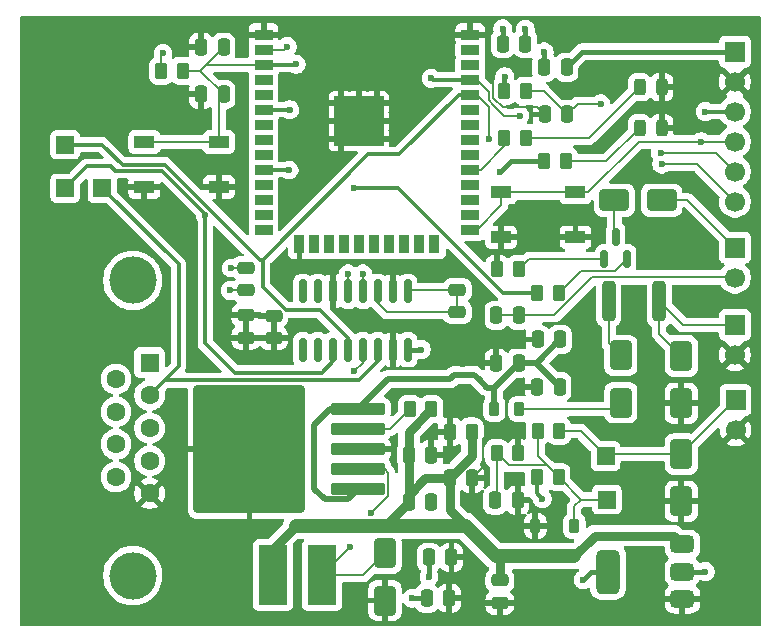
<source format=gbr>
%TF.GenerationSoftware,KiCad,Pcbnew,9.0.2*%
%TF.CreationDate,2025-08-22T10:47:20-03:00*%
%TF.ProjectId,Projeto SIllion,50726f6a-6574-46f2-9053-496c6c696f6e,rev?*%
%TF.SameCoordinates,Original*%
%TF.FileFunction,Copper,L1,Top*%
%TF.FilePolarity,Positive*%
%FSLAX46Y46*%
G04 Gerber Fmt 4.6, Leading zero omitted, Abs format (unit mm)*
G04 Created by KiCad (PCBNEW 9.0.2) date 2025-08-22 10:47:20*
%MOMM*%
%LPD*%
G01*
G04 APERTURE LIST*
G04 Aperture macros list*
%AMRoundRect*
0 Rectangle with rounded corners*
0 $1 Rounding radius*
0 $2 $3 $4 $5 $6 $7 $8 $9 X,Y pos of 4 corners*
0 Add a 4 corners polygon primitive as box body*
4,1,4,$2,$3,$4,$5,$6,$7,$8,$9,$2,$3,0*
0 Add four circle primitives for the rounded corners*
1,1,$1+$1,$2,$3*
1,1,$1+$1,$4,$5*
1,1,$1+$1,$6,$7*
1,1,$1+$1,$8,$9*
0 Add four rect primitives between the rounded corners*
20,1,$1+$1,$2,$3,$4,$5,0*
20,1,$1+$1,$4,$5,$6,$7,0*
20,1,$1+$1,$6,$7,$8,$9,0*
20,1,$1+$1,$8,$9,$2,$3,0*%
G04 Aperture macros list end*
%TA.AperFunction,SMDPad,CuDef*%
%ADD10RoundRect,0.250000X-0.250000X-0.475000X0.250000X-0.475000X0.250000X0.475000X-0.250000X0.475000X0*%
%TD*%
%TA.AperFunction,ComponentPad*%
%ADD11R,1.700000X1.700000*%
%TD*%
%TA.AperFunction,ComponentPad*%
%ADD12C,1.700000*%
%TD*%
%TA.AperFunction,SMDPad,CuDef*%
%ADD13RoundRect,0.250000X2.050000X0.300000X-2.050000X0.300000X-2.050000X-0.300000X2.050000X-0.300000X0*%
%TD*%
%TA.AperFunction,SMDPad,CuDef*%
%ADD14RoundRect,0.250002X4.449998X5.149998X-4.449998X5.149998X-4.449998X-5.149998X4.449998X-5.149998X0*%
%TD*%
%TA.AperFunction,SMDPad,CuDef*%
%ADD15RoundRect,0.250000X0.262500X0.450000X-0.262500X0.450000X-0.262500X-0.450000X0.262500X-0.450000X0*%
%TD*%
%TA.AperFunction,SMDPad,CuDef*%
%ADD16R,1.700000X1.000000*%
%TD*%
%TA.AperFunction,SMDPad,CuDef*%
%ADD17RoundRect,0.375000X0.625000X0.375000X-0.625000X0.375000X-0.625000X-0.375000X0.625000X-0.375000X0*%
%TD*%
%TA.AperFunction,SMDPad,CuDef*%
%ADD18RoundRect,0.500000X0.500000X1.400000X-0.500000X1.400000X-0.500000X-1.400000X0.500000X-1.400000X0*%
%TD*%
%TA.AperFunction,SMDPad,CuDef*%
%ADD19RoundRect,0.250000X-0.262500X-0.450000X0.262500X-0.450000X0.262500X0.450000X-0.262500X0.450000X0*%
%TD*%
%TA.AperFunction,SMDPad,CuDef*%
%ADD20RoundRect,0.250000X0.650000X-1.000000X0.650000X1.000000X-0.650000X1.000000X-0.650000X-1.000000X0*%
%TD*%
%TA.AperFunction,SMDPad,CuDef*%
%ADD21RoundRect,0.150000X0.150000X-0.587500X0.150000X0.587500X-0.150000X0.587500X-0.150000X-0.587500X0*%
%TD*%
%TA.AperFunction,SMDPad,CuDef*%
%ADD22RoundRect,0.250000X0.250000X0.475000X-0.250000X0.475000X-0.250000X-0.475000X0.250000X-0.475000X0*%
%TD*%
%TA.AperFunction,SMDPad,CuDef*%
%ADD23R,1.500000X0.900000*%
%TD*%
%TA.AperFunction,SMDPad,CuDef*%
%ADD24R,0.900000X1.500000*%
%TD*%
%TA.AperFunction,SMDPad,CuDef*%
%ADD25R,1.050000X1.050000*%
%TD*%
%TA.AperFunction,HeatsinkPad*%
%ADD26C,0.600000*%
%TD*%
%TA.AperFunction,HeatsinkPad*%
%ADD27R,4.200000X4.200000*%
%TD*%
%TA.AperFunction,SMDPad,CuDef*%
%ADD28R,2.350000X5.100000*%
%TD*%
%TA.AperFunction,SMDPad,CuDef*%
%ADD29R,1.500000X1.500000*%
%TD*%
%TA.AperFunction,SMDPad,CuDef*%
%ADD30RoundRect,0.218750X0.218750X0.381250X-0.218750X0.381250X-0.218750X-0.381250X0.218750X-0.381250X0*%
%TD*%
%TA.AperFunction,SMDPad,CuDef*%
%ADD31RoundRect,0.250000X0.475000X-0.250000X0.475000X0.250000X-0.475000X0.250000X-0.475000X-0.250000X0*%
%TD*%
%TA.AperFunction,SMDPad,CuDef*%
%ADD32RoundRect,0.243750X0.243750X0.456250X-0.243750X0.456250X-0.243750X-0.456250X0.243750X-0.456250X0*%
%TD*%
%TA.AperFunction,SMDPad,CuDef*%
%ADD33RoundRect,0.250000X-1.000000X-0.650000X1.000000X-0.650000X1.000000X0.650000X-1.000000X0.650000X0*%
%TD*%
%TA.AperFunction,ComponentPad*%
%ADD34C,4.000000*%
%TD*%
%TA.AperFunction,ComponentPad*%
%ADD35R,1.600000X1.600000*%
%TD*%
%TA.AperFunction,ComponentPad*%
%ADD36C,1.600000*%
%TD*%
%TA.AperFunction,SMDPad,CuDef*%
%ADD37RoundRect,0.250000X-0.475000X0.250000X-0.475000X-0.250000X0.475000X-0.250000X0.475000X0.250000X0*%
%TD*%
%TA.AperFunction,SMDPad,CuDef*%
%ADD38RoundRect,0.225000X-0.225000X-0.375000X0.225000X-0.375000X0.225000X0.375000X-0.225000X0.375000X0*%
%TD*%
%TA.AperFunction,SMDPad,CuDef*%
%ADD39RoundRect,0.250000X0.312500X1.450000X-0.312500X1.450000X-0.312500X-1.450000X0.312500X-1.450000X0*%
%TD*%
%TA.AperFunction,SMDPad,CuDef*%
%ADD40RoundRect,0.150000X-0.150000X0.825000X-0.150000X-0.825000X0.150000X-0.825000X0.150000X0.825000X0*%
%TD*%
%TA.AperFunction,ViaPad*%
%ADD41C,0.600000*%
%TD*%
%TA.AperFunction,Conductor*%
%ADD42C,0.800000*%
%TD*%
%TA.AperFunction,Conductor*%
%ADD43C,0.200000*%
%TD*%
%TA.AperFunction,Conductor*%
%ADD44C,1.200000*%
%TD*%
%TA.AperFunction,Conductor*%
%ADD45C,0.500000*%
%TD*%
%TA.AperFunction,Conductor*%
%ADD46C,0.300000*%
%TD*%
%TA.AperFunction,Conductor*%
%ADD47C,0.400000*%
%TD*%
G04 APERTURE END LIST*
D10*
%TO.P,C7,1*%
%TO.N,GND*%
X137700000Y-97750000D03*
%TO.P,C7,2*%
%TO.N,VIN*%
X139600000Y-97750000D03*
%TD*%
D11*
%TO.P,J6,1,Pin_1*%
%TO.N,+3.3V*%
X154450000Y-69380000D03*
D12*
%TO.P,J6,2,Pin_2*%
%TO.N,GND*%
X154450000Y-71920000D03*
%TO.P,J6,3,Pin_3*%
%TO.N,EN*%
X154450000Y-74460000D03*
%TO.P,J6,4,Pin_4*%
%TO.N,IO0*%
X154450000Y-77000000D03*
%TO.P,J6,5,Pin_5*%
%TO.N,UART_TX*%
X154450000Y-79540000D03*
%TO.P,J6,6,Pin_6*%
%TO.N,UART_RX*%
X154450000Y-82080000D03*
%TD*%
D10*
%TO.P,C25,1*%
%TO.N,+3.3V*%
X128550000Y-112200000D03*
%TO.P,C25,2*%
%TO.N,GND*%
X130450000Y-112200000D03*
%TD*%
%TO.P,C11,1*%
%TO.N,+5V*%
X126850000Y-107500000D03*
%TO.P,C11,2*%
%TO.N,GND*%
X128750000Y-107500000D03*
%TD*%
D13*
%TO.P,U5,1,VIN*%
%TO.N,VIN*%
X122500000Y-106450000D03*
%TO.P,U5,2,OUT*%
%TO.N,Net-(D7-A)*%
X122500000Y-104750000D03*
%TO.P,U5,3,GND*%
%TO.N,GND*%
X122500000Y-103050000D03*
D14*
X113350000Y-103050000D03*
D13*
%TO.P,U5,4,FB*%
%TO.N,Net-(U5-FB)*%
X122500000Y-101350000D03*
%TO.P,U5,5,~{ON}/OFF*%
%TO.N,VIN*%
X122500000Y-99650000D03*
%TD*%
D15*
%TO.P,R10,1*%
%TO.N,IN12V_RAW*%
X139562500Y-101500000D03*
%TO.P,R10,2*%
%TO.N,Net-(D8-A)*%
X137737500Y-101500000D03*
%TD*%
D16*
%TO.P,SW2,1,1*%
%TO.N,EN*%
X104450000Y-77050000D03*
X110750000Y-77050000D03*
%TO.P,SW2,2,2*%
%TO.N,GND*%
X104450000Y-80850000D03*
X110750000Y-80850000D03*
%TD*%
D17*
%TO.P,U7,1,GND*%
%TO.N,GND*%
X150000000Y-115700000D03*
%TO.P,U7,2,VO*%
%TO.N,+3.3V*%
X150000000Y-113400000D03*
D18*
X143700000Y-113400000D03*
D17*
%TO.P,U7,3,VI*%
%TO.N,+5V*%
X150000000Y-111100000D03*
%TD*%
D19*
%TO.P,R27,1*%
%TO.N,+3.3V*%
X105875000Y-71000000D03*
%TO.P,R27,2*%
%TO.N,EN*%
X107700000Y-71000000D03*
%TD*%
%TO.P,R14,1*%
%TO.N,MOTOR_CTRL*%
X137725000Y-89800000D03*
%TO.P,R14,2*%
%TO.N,Net-(Q3-S)*%
X139550000Y-89800000D03*
%TD*%
D20*
%TO.P,D1,1,A1*%
%TO.N,GND*%
X149900000Y-99150000D03*
%TO.P,D1,2,A2*%
%TO.N,Net-(D1-A2)*%
X149900000Y-95150000D03*
%TD*%
D15*
%TO.P,R9,1*%
%TO.N,+5V*%
X132150000Y-101550000D03*
%TO.P,R9,2*%
%TO.N,GND*%
X130325000Y-101550000D03*
%TD*%
D21*
%TO.P,Q3,1,G*%
%TO.N,Net-(Q3-G)*%
X143400000Y-86925000D03*
%TO.P,Q3,2,S*%
%TO.N,Net-(Q3-S)*%
X145300000Y-86925000D03*
%TO.P,Q3,3,D*%
%TO.N,Net-(D10-K)*%
X144350000Y-85050000D03*
%TD*%
D22*
%TO.P,C36,1*%
%TO.N,EN*%
X111150000Y-73000000D03*
%TO.P,C36,2*%
%TO.N,GND*%
X109250000Y-73000000D03*
%TD*%
D23*
%TO.P,U8,1,GND*%
%TO.N,GND*%
X114540000Y-67940000D03*
%TO.P,U8,2,VDD*%
%TO.N,+3.3V*%
X114540000Y-69210000D03*
%TO.P,U8,3,EN*%
%TO.N,EN*%
X114540000Y-70480000D03*
%TO.P,U8,4,SENSOR_VP*%
%TO.N,unconnected-(U8-SENSOR_VP-Pad4)*%
X114540000Y-71750000D03*
%TO.P,U8,5,SENSOR_VN*%
%TO.N,unconnected-(U8-SENSOR_VN-Pad5)*%
X114540000Y-73020000D03*
%TO.P,U8,6,IO34*%
%TO.N,IN12V_LVL*%
X114540000Y-74290000D03*
%TO.P,U8,7,IO35*%
%TO.N,unconnected-(U8-IO35-Pad7)*%
X114540000Y-75560000D03*
%TO.P,U8,8,IO32*%
%TO.N,unconnected-(U8-IO32-Pad8)*%
X114540000Y-76830000D03*
%TO.P,U8,9,IO33*%
%TO.N,unconnected-(U8-IO33-Pad9)*%
X114540000Y-78100000D03*
%TO.P,U8,10,IO25*%
%TO.N,MOTOR_CTRL*%
X114540000Y-79370000D03*
%TO.P,U8,11,IO26*%
%TO.N,unconnected-(U8-IO26-Pad11)*%
X114540000Y-80640000D03*
%TO.P,U8,12,IO27*%
%TO.N,unconnected-(U8-IO27-Pad12)*%
X114540000Y-81910000D03*
%TO.P,U8,13,IO14*%
%TO.N,unconnected-(U8-IO14-Pad13)*%
X114540000Y-83180000D03*
%TO.P,U8,14,IO12*%
%TO.N,unconnected-(U8-IO12-Pad14)*%
X114540000Y-84450000D03*
D24*
%TO.P,U8,15,GND*%
%TO.N,GND*%
X117580000Y-85700000D03*
%TO.P,U8,16,IO13*%
%TO.N,unconnected-(U8-IO13-Pad16)*%
X118850000Y-85700000D03*
%TO.P,U8,17,SHD/SD2*%
%TO.N,unconnected-(U8-SHD{slash}SD2-Pad17)*%
X120120000Y-85700000D03*
%TO.P,U8,18,SWP/SD3*%
%TO.N,unconnected-(U8-SWP{slash}SD3-Pad18)*%
X121390000Y-85700000D03*
%TO.P,U8,19,SCS/CMD*%
%TO.N,unconnected-(U8-SCS{slash}CMD-Pad19)*%
X122660000Y-85700000D03*
%TO.P,U8,20,SCK/CLK*%
%TO.N,unconnected-(U8-SCK{slash}CLK-Pad20)*%
X123930000Y-85700000D03*
%TO.P,U8,21,SDO/SD0*%
%TO.N,unconnected-(U8-SDO{slash}SD0-Pad21)*%
X125200000Y-85700000D03*
%TO.P,U8,22,SDI/SD1*%
%TO.N,unconnected-(U8-SDI{slash}SD1-Pad22)*%
X126470000Y-85700000D03*
%TO.P,U8,23,IO15*%
%TO.N,unconnected-(U8-IO15-Pad23)*%
X127740000Y-85700000D03*
%TO.P,U8,24,IO2*%
%TO.N,unconnected-(U8-IO2-Pad24)*%
X129010000Y-85700000D03*
D23*
%TO.P,U8,25,IO0*%
%TO.N,IO0*%
X132040000Y-84450000D03*
%TO.P,U8,26,IO4*%
%TO.N,unconnected-(U8-IO4-Pad26)*%
X132040000Y-83180000D03*
%TO.P,U8,27,IO16*%
%TO.N,unconnected-(U8-IO16-Pad27)*%
X132040000Y-81910000D03*
%TO.P,U8,28,IO17*%
%TO.N,unconnected-(U8-IO17-Pad28)*%
X132040000Y-80640000D03*
%TO.P,U8,29,IO5*%
%TO.N,Net-(U8-IO5)*%
X132040000Y-79370000D03*
%TO.P,U8,30,IO18*%
%TO.N,unconnected-(U8-IO18-Pad30)*%
X132040000Y-78100000D03*
%TO.P,U8,31,IO19*%
%TO.N,unconnected-(U8-IO19-Pad31)*%
X132040000Y-76830000D03*
%TO.P,U8,32,NC*%
%TO.N,unconnected-(U8-NC-Pad32)*%
X132040000Y-75560000D03*
%TO.P,U8,33,IO21*%
%TO.N,unconnected-(U8-IO21-Pad33)*%
X132040000Y-74290000D03*
%TO.P,U8,34,RXD0/IO3*%
%TO.N,UART_RX*%
X132040000Y-73020000D03*
%TO.P,U8,35,TXD0/IO1*%
%TO.N,UART_TX*%
X132040000Y-71750000D03*
%TO.P,U8,36,IO22*%
%TO.N,unconnected-(U8-IO22-Pad36)*%
X132040000Y-70480000D03*
%TO.P,U8,37,IO23*%
%TO.N,unconnected-(U8-IO23-Pad37)*%
X132040000Y-69210000D03*
%TO.P,U8,38,GND*%
%TO.N,GND*%
X132040000Y-67940000D03*
D25*
%TO.P,U8,39,GND*%
X121085000Y-73755000D03*
D26*
X121085000Y-74517500D03*
D25*
X121085000Y-75280000D03*
D26*
X121085000Y-76042500D03*
D25*
X121085000Y-76805000D03*
D26*
X121847500Y-73755000D03*
X121847500Y-75280000D03*
X121847500Y-76805000D03*
D25*
X122610000Y-73755000D03*
D26*
X122610000Y-74517500D03*
D25*
X122610000Y-75280000D03*
D27*
X122610000Y-75280000D03*
D26*
X122610000Y-76042500D03*
D25*
X122610000Y-76805000D03*
D26*
X123372500Y-73755000D03*
X123372500Y-75280000D03*
X123372500Y-76805000D03*
D25*
X124135000Y-73755000D03*
D26*
X124135000Y-74517500D03*
D25*
X124135000Y-75280000D03*
D26*
X124135000Y-76042500D03*
D25*
X124135000Y-76805000D03*
%TD*%
D10*
%TO.P,C6,1*%
%TO.N,GND*%
X134250000Y-95750000D03*
%TO.P,C6,2*%
%TO.N,VIN*%
X136150000Y-95750000D03*
%TD*%
%TO.P,C12,1*%
%TO.N,Net-(D8-A)*%
X134150000Y-107350000D03*
%TO.P,C12,2*%
%TO.N,GND*%
X136050000Y-107350000D03*
%TD*%
D28*
%TO.P,L1,1,1*%
%TO.N,Net-(D7-A)*%
X119500000Y-113700000D03*
%TO.P,L1,2,2*%
%TO.N,+5V*%
X115350000Y-113700000D03*
%TD*%
D29*
%TO.P,TP3,1,1*%
%TO.N,DB9_TX*%
X100900000Y-80950000D03*
%TD*%
D20*
%TO.P,D9,1,A1*%
%TO.N,GND*%
X149900000Y-107450000D03*
%TO.P,D9,2,A2*%
%TO.N,IN12V_RAW*%
X149900000Y-103450000D03*
%TD*%
D15*
%TO.P,R8,1*%
%TO.N,+5V*%
X128750000Y-99650000D03*
%TO.P,R8,2*%
%TO.N,Net-(U5-FB)*%
X126925000Y-99650000D03*
%TD*%
D10*
%TO.P,C26,1*%
%TO.N,+3.3V*%
X128375000Y-115650000D03*
%TO.P,C26,2*%
%TO.N,GND*%
X130275000Y-115650000D03*
%TD*%
D20*
%TO.P,D2,1,K*%
%TO.N,Net-(D2-K)*%
X144800000Y-99100000D03*
%TO.P,D2,2,A*%
%TO.N,Net-(D2-A)*%
X144800000Y-95100000D03*
%TD*%
D29*
%TO.P,TP5,1,1*%
%TO.N,UART_RX*%
X97750000Y-77250000D03*
%TD*%
D30*
%TO.P,FB1,1*%
%TO.N,Net-(D2-K)*%
X136200000Y-99650000D03*
%TO.P,FB1,2*%
%TO.N,VIN*%
X134075000Y-99650000D03*
%TD*%
D10*
%TO.P,C33,1*%
%TO.N,+3.3V*%
X134800000Y-68700000D03*
%TO.P,C33,2*%
X136700000Y-68700000D03*
%TD*%
D29*
%TO.P,TP4,1,1*%
%TO.N,UART_TX*%
X97750000Y-80950000D03*
%TD*%
D31*
%TO.P,C31,1*%
%TO.N,GND*%
X113050000Y-93600000D03*
%TO.P,C31,2*%
X113050000Y-91700000D03*
%TD*%
D10*
%TO.P,C8,1*%
%TO.N,+5V*%
X126850000Y-103500000D03*
%TO.P,C8,2*%
%TO.N,GND*%
X128750000Y-103500000D03*
%TD*%
D32*
%TO.P,D11,1,K*%
%TO.N,GND*%
X148250000Y-75850000D03*
%TO.P,D11,2,A*%
%TO.N,Net-(D11-A)*%
X146375000Y-75850000D03*
%TD*%
D10*
%TO.P,C5,1*%
%TO.N,GND*%
X137750000Y-93750000D03*
%TO.P,C5,2*%
%TO.N,VIN*%
X139650000Y-93750000D03*
%TD*%
D15*
%TO.P,R29,1*%
%TO.N,Net-(D12-A)*%
X136762500Y-76700000D03*
%TO.P,R29,2*%
%TO.N,Net-(U8-IO5)*%
X134937500Y-76700000D03*
%TD*%
D10*
%TO.P,C28,1*%
%TO.N,GND*%
X109250000Y-69000000D03*
%TO.P,C28,2*%
%TO.N,EN*%
X111150000Y-69000000D03*
%TD*%
D22*
%TO.P,C35,1*%
%TO.N,IO0*%
X140250000Y-74700000D03*
%TO.P,C35,2*%
%TO.N,GND*%
X138350000Y-74700000D03*
%TD*%
D33*
%TO.P,D10,1,K*%
%TO.N,Net-(D10-K)*%
X144250000Y-81950000D03*
%TO.P,D10,2,A*%
%TO.N,Net-(D10-A)*%
X148250000Y-81950000D03*
%TD*%
D34*
%TO.P,J4,0*%
%TO.N,N/C*%
X103470000Y-88745000D03*
X103470000Y-113745000D03*
D35*
%TO.P,J4,1,1*%
%TO.N,unconnected-(J4-Pad1)*%
X104890000Y-95705000D03*
D36*
%TO.P,J4,2,2*%
%TO.N,DB9_TX*%
X104890000Y-98475000D03*
%TO.P,J4,3,3*%
%TO.N,DB9_RX*%
X104890000Y-101245000D03*
%TO.P,J4,4,4*%
%TO.N,unconnected-(J4-Pad4)*%
X104890000Y-104015000D03*
%TO.P,J4,5,5*%
%TO.N,GND*%
X104890000Y-106785000D03*
%TO.P,J4,6,6*%
%TO.N,unconnected-(J4-Pad6)*%
X102050000Y-97090000D03*
%TO.P,J4,7,7*%
%TO.N,unconnected-(J4-Pad7)*%
X102050000Y-99860000D03*
%TO.P,J4,8,8*%
%TO.N,unconnected-(J4-Pad8)*%
X102050000Y-102630000D03*
%TO.P,J4,9,9*%
%TO.N,unconnected-(J4-Pad9)*%
X102050000Y-105400000D03*
%TD*%
D37*
%TO.P,C29,1*%
%TO.N,Net-(U6-C1+)*%
X130950000Y-89550000D03*
%TO.P,C29,2*%
X130950000Y-91450000D03*
%TD*%
D10*
%TO.P,C13,1*%
%TO.N,5V_MOTOR*%
X134250000Y-91700000D03*
%TO.P,C13,2*%
X136150000Y-91700000D03*
%TD*%
D38*
%TO.P,D8,1,K*%
%TO.N,GND*%
X137550000Y-109550000D03*
%TO.P,D8,2,A*%
%TO.N,Net-(D8-A)*%
X140850000Y-109550000D03*
%TD*%
D10*
%TO.P,C10,1*%
%TO.N,+5V*%
X130300000Y-105500000D03*
%TO.P,C10,2*%
%TO.N,GND*%
X132200000Y-105500000D03*
%TD*%
D16*
%TO.P,SW1,1,1*%
%TO.N,IO0*%
X134650000Y-81300000D03*
X140950000Y-81300000D03*
%TO.P,SW1,2,2*%
%TO.N,GND*%
X134650000Y-85100000D03*
X140950000Y-85100000D03*
%TD*%
D32*
%TO.P,D12,1,K*%
%TO.N,GND*%
X148250000Y-72400000D03*
%TO.P,D12,2,A*%
%TO.N,Net-(D12-A)*%
X146375000Y-72400000D03*
%TD*%
D15*
%TO.P,R26,1*%
%TO.N,Net-(Q3-G)*%
X136150000Y-87800000D03*
%TO.P,R26,2*%
%TO.N,GND*%
X134325000Y-87800000D03*
%TD*%
D11*
%TO.P,J1,1,Pin_1*%
%TO.N,Net-(D1-A2)*%
X154450000Y-92520000D03*
D12*
%TO.P,J1,2,Pin_2*%
%TO.N,GND*%
X154450000Y-95060000D03*
%TD*%
D19*
%TO.P,R30,1*%
%TO.N,+3.3V*%
X138325000Y-78650000D03*
%TO.P,R30,2*%
%TO.N,Net-(D11-A)*%
X140150000Y-78650000D03*
%TD*%
%TO.P,R28,1*%
%TO.N,+3.3V*%
X134937500Y-72700000D03*
%TO.P,R28,2*%
%TO.N,IO0*%
X136762500Y-72700000D03*
%TD*%
D10*
%TO.P,C34,1*%
%TO.N,+3.3V*%
X138300000Y-70700000D03*
%TO.P,C34,2*%
X140200000Y-70700000D03*
%TD*%
D29*
%TO.P,TP2,1,1*%
%TO.N,IN12V_RAW*%
X143500000Y-103600000D03*
%TD*%
D20*
%TO.P,D7,1,K*%
%TO.N,GND*%
X124825000Y-115850000D03*
%TO.P,D7,2,A*%
%TO.N,Net-(D7-A)*%
X124825000Y-111850000D03*
%TD*%
D19*
%TO.P,R13,1*%
%TO.N,IN12V_LVL*%
X137687500Y-105400000D03*
%TO.P,R13,2*%
%TO.N,Net-(D8-A)*%
X139512500Y-105400000D03*
%TD*%
%TO.P,R11,1*%
%TO.N,Net-(D8-A)*%
X134287500Y-103400000D03*
%TO.P,R11,2*%
%TO.N,GND*%
X136112500Y-103400000D03*
%TD*%
D31*
%TO.P,C30,1*%
%TO.N,Net-(U6-C2+)*%
X113050000Y-89600000D03*
%TO.P,C30,2*%
X113050000Y-87700000D03*
%TD*%
D11*
%TO.P,J5,1,Pin_1*%
%TO.N,Net-(D10-A)*%
X154450000Y-85970000D03*
D12*
%TO.P,J5,2,Pin_2*%
%TO.N,5V_MOTOR*%
X154450000Y-88510000D03*
%TD*%
D29*
%TO.P,TP1,1,1*%
%TO.N,Net-(D8-A)*%
X143600000Y-107300000D03*
%TD*%
D37*
%TO.P,C17,1*%
%TO.N,+5V*%
X134550000Y-114150000D03*
%TO.P,C17,2*%
%TO.N,GND*%
X134550000Y-116050000D03*
%TD*%
D31*
%TO.P,C32,1*%
%TO.N,GND*%
X115400000Y-93650000D03*
%TO.P,C32,2*%
X115400000Y-91750000D03*
%TD*%
D39*
%TO.P,F1,1*%
%TO.N,Net-(D1-A2)*%
X148037500Y-90500000D03*
%TO.P,F1,2*%
%TO.N,Net-(D2-A)*%
X143762500Y-90500000D03*
%TD*%
D40*
%TO.P,U6,1,C1+*%
%TO.N,Net-(U6-C1+)*%
X126760000Y-89675000D03*
%TO.P,U6,2,VS+*%
%TO.N,GND*%
X125490000Y-89675000D03*
%TO.P,U6,3,C1-*%
%TO.N,Net-(U6-C1+)*%
X124220000Y-89675000D03*
%TO.P,U6,4,C2+*%
%TO.N,Net-(U6-C2+)*%
X122950000Y-89675000D03*
%TO.P,U6,5,C2-*%
X121680000Y-89675000D03*
%TO.P,U6,6,VS-*%
%TO.N,GND*%
X120410000Y-89675000D03*
%TO.P,U6,7,T2OUT*%
%TO.N,unconnected-(U6-T2OUT-Pad7)*%
X119140000Y-89675000D03*
%TO.P,U6,8,R2IN*%
%TO.N,unconnected-(U6-R2IN-Pad8)*%
X117870000Y-89675000D03*
%TO.P,U6,9,R2OUT*%
%TO.N,unconnected-(U6-R2OUT-Pad9)*%
X117870000Y-94625000D03*
%TO.P,U6,10,T2IN*%
%TO.N,unconnected-(U6-T2IN-Pad10)*%
X119140000Y-94625000D03*
%TO.P,U6,11,T1IN*%
%TO.N,UART_TX*%
X120410000Y-94625000D03*
%TO.P,U6,12,R1OUT*%
%TO.N,UART_RX*%
X121680000Y-94625000D03*
%TO.P,U6,13,R1IN*%
%TO.N,DB9_RX*%
X122950000Y-94625000D03*
%TO.P,U6,14,T1OUT*%
%TO.N,DB9_TX*%
X124220000Y-94625000D03*
%TO.P,U6,15,GND*%
%TO.N,GND*%
X125490000Y-94625000D03*
%TO.P,U6,16,VCC*%
%TO.N,+3.3V*%
X126760000Y-94625000D03*
%TD*%
D11*
%TO.P,J3,1,Pin_1*%
%TO.N,IN12V_RAW*%
X154500000Y-98870000D03*
D12*
%TO.P,J3,2,Pin_2*%
%TO.N,GND*%
X154500000Y-101410000D03*
%TD*%
D41*
%TO.N,GND*%
X145900000Y-84350000D03*
X131850000Y-107500000D03*
X125600000Y-99400000D03*
X131450000Y-95850000D03*
X116350000Y-89100000D03*
X111050000Y-91150000D03*
X133750000Y-101600000D03*
X131500000Y-97850000D03*
X133900000Y-71500000D03*
X131900000Y-112850000D03*
X132850000Y-86200000D03*
X128750000Y-107500000D03*
X125650000Y-102350000D03*
X142900000Y-84300000D03*
X102550000Y-84100000D03*
X104800000Y-83100000D03*
X131000000Y-87450000D03*
%TO.N,Net-(D7-A)*%
X123650000Y-108450000D03*
X121900000Y-111300000D03*
%TO.N,EN*%
X117300000Y-70450000D03*
X151950000Y-74450000D03*
%TO.N,UART_TX*%
X136250000Y-74800000D03*
X128750000Y-71650000D03*
X109600000Y-83250000D03*
X148150000Y-77950000D03*
%TO.N,IO0*%
X143100000Y-73800000D03*
X151600000Y-77000000D03*
%TO.N,MOTOR_CTRL*%
X122200000Y-80900000D03*
X116700000Y-79400000D03*
%TO.N,UART_RX*%
X133600000Y-76750000D03*
X148250000Y-78900000D03*
%TO.N,IN12V_LVL*%
X138150000Y-107250000D03*
X116750000Y-74300000D03*
%TO.N,+3.3V*%
X116550000Y-68950000D03*
X134800000Y-67450000D03*
X127900000Y-94600000D03*
X141600000Y-114100000D03*
X128550000Y-113850000D03*
X106025000Y-69525000D03*
X134950000Y-71500000D03*
X134600000Y-79550000D03*
X138300000Y-69400000D03*
X127125000Y-115650000D03*
X136700000Y-67500000D03*
X151950000Y-113400000D03*
%TO.N,Net-(U6-C2+)*%
X111700000Y-89600000D03*
X122950000Y-88200000D03*
X121700000Y-88200000D03*
X111800000Y-87700000D03*
%TO.N,DB9_RX*%
X122200000Y-96450000D03*
%TD*%
D42*
%TO.N,+5V*%
X134550000Y-112450000D02*
X134200000Y-112100000D01*
X130300000Y-105500000D02*
X130300000Y-108200000D01*
D43*
X149700000Y-110800000D02*
X150000000Y-111100000D01*
D42*
X142600000Y-110350000D02*
X149250000Y-110350000D01*
X126850000Y-101550000D02*
X128750000Y-99650000D01*
X117300000Y-109500000D02*
X115350000Y-111450000D01*
D43*
X115350000Y-111450000D02*
X115350000Y-113700000D01*
D42*
X128250000Y-105500000D02*
X126850000Y-106900000D01*
X149250000Y-110350000D02*
X149700000Y-110800000D01*
X126850000Y-106900000D02*
X126850000Y-107500000D01*
X132150000Y-101550000D02*
X132150000Y-103650000D01*
D44*
X117300000Y-109500000D02*
X131600000Y-109500000D01*
D42*
X130300000Y-108200000D02*
X131675000Y-109575000D01*
X124850000Y-109500000D02*
X126850000Y-107500000D01*
X140850000Y-112100000D02*
X142600000Y-110350000D01*
D43*
X131600000Y-109500000D02*
X131675000Y-109575000D01*
D42*
X132150000Y-103650000D02*
X130300000Y-105500000D01*
X126850000Y-107500000D02*
X126850000Y-103500000D01*
D44*
X140850000Y-112100000D02*
X134200000Y-112100000D01*
D42*
X130300000Y-105500000D02*
X128250000Y-105500000D01*
D43*
X117300000Y-109500000D02*
X124850000Y-109500000D01*
D42*
X134550000Y-114150000D02*
X134550000Y-112450000D01*
D44*
X134200000Y-112100000D02*
X131675000Y-109575000D01*
D42*
X126850000Y-103500000D02*
X126850000Y-101550000D01*
D43*
%TO.N,GND*%
X133150000Y-104550000D02*
X133150000Y-102200000D01*
X134001000Y-71601000D02*
X133900000Y-71500000D01*
X137700000Y-74050000D02*
X134788840Y-74050000D01*
X134788840Y-74050000D02*
X134001000Y-73262160D01*
X138350000Y-74700000D02*
X137700000Y-74050000D01*
X132200000Y-105500000D02*
X133150000Y-104550000D01*
X133150000Y-102200000D02*
X133750000Y-101600000D01*
X134001000Y-73262160D02*
X134001000Y-71601000D01*
%TO.N,Net-(Q3-S)*%
X145300000Y-86925000D02*
X144261500Y-87963500D01*
X144261500Y-87963500D02*
X141386500Y-87963500D01*
X141386500Y-87963500D02*
X139550000Y-89800000D01*
%TO.N,Net-(Q3-G)*%
X143400000Y-86925000D02*
X137025000Y-86925000D01*
X137025000Y-86925000D02*
X136150000Y-87800000D01*
%TO.N,Net-(D10-K)*%
X144250000Y-84950000D02*
X144350000Y-85050000D01*
X144250000Y-81950000D02*
X144250000Y-84950000D01*
%TO.N,Net-(D7-A)*%
X124800000Y-104750000D02*
X125101000Y-105051000D01*
X125101000Y-105051000D02*
X125101000Y-106999000D01*
X122975000Y-113700000D02*
X124825000Y-111850000D01*
X125101000Y-106999000D02*
X123650000Y-108450000D01*
X119500000Y-113700000D02*
X122975000Y-113700000D01*
X122500000Y-104750000D02*
X124800000Y-104750000D01*
X119500000Y-113700000D02*
X121900000Y-111300000D01*
D45*
%TO.N,VIN*%
X134075000Y-99650000D02*
X134075000Y-97825000D01*
X136150000Y-95750000D02*
X137600000Y-95750000D01*
X133475000Y-97825000D02*
X132750000Y-97100000D01*
X134075000Y-97825000D02*
X133475000Y-97825000D01*
X121699000Y-107251000D02*
X119701000Y-107251000D01*
X120200000Y-99650000D02*
X122500000Y-99650000D01*
X132400000Y-96750000D02*
X130700000Y-96750000D01*
X137600000Y-95750000D02*
X139600000Y-97750000D01*
X134800000Y-97100000D02*
X136150000Y-95750000D01*
X125050000Y-97100000D02*
X122500000Y-99650000D01*
X118850000Y-106400000D02*
X118850000Y-101000000D01*
X132750000Y-97100000D02*
X132400000Y-96750000D01*
X130350000Y-97100000D02*
X125050000Y-97100000D01*
X118850000Y-101000000D02*
X120200000Y-99650000D01*
X130700000Y-96750000D02*
X130350000Y-97100000D01*
X119701000Y-107251000D02*
X118850000Y-106400000D01*
X134075000Y-97825000D02*
X136150000Y-95750000D01*
X137650000Y-95750000D02*
X139650000Y-93750000D01*
X122500000Y-106450000D02*
X121699000Y-107251000D01*
X136150000Y-95750000D02*
X137650000Y-95750000D01*
D43*
%TO.N,Net-(U5-FB)*%
X125225000Y-101350000D02*
X126925000Y-99650000D01*
X122500000Y-101350000D02*
X125225000Y-101350000D01*
%TO.N,EN*%
X109250000Y-70900000D02*
X109150000Y-71000000D01*
X110750000Y-77050000D02*
X110750000Y-73400000D01*
X114540000Y-70480000D02*
X109670000Y-70480000D01*
D46*
X117270000Y-70480000D02*
X114540000Y-70480000D01*
D43*
X109670000Y-70480000D02*
X109250000Y-70900000D01*
X110750000Y-73400000D02*
X111150000Y-73000000D01*
D46*
X151960000Y-74460000D02*
X151950000Y-74450000D01*
D43*
X110750000Y-77050000D02*
X104450000Y-77050000D01*
X109150000Y-71000000D02*
X111150000Y-73000000D01*
D46*
X117300000Y-70450000D02*
X117270000Y-70480000D01*
X154450000Y-74460000D02*
X151960000Y-74460000D01*
D43*
X111150000Y-69000000D02*
X109250000Y-70900000D01*
X107700000Y-71000000D02*
X109150000Y-71000000D01*
D46*
%TO.N,UART_TX*%
X105950000Y-79450000D02*
X109600000Y-83100000D01*
D43*
X133600000Y-72778000D02*
X132572000Y-71750000D01*
D46*
X112100000Y-96550000D02*
X119459999Y-96550000D01*
X101650000Y-79100000D02*
X102000000Y-79450000D01*
X120410000Y-95599999D02*
X120410000Y-94625000D01*
D43*
X134001000Y-73881900D02*
X133600000Y-73480900D01*
X132572000Y-71750000D02*
X132040000Y-71750000D01*
X134001000Y-73901000D02*
X134001000Y-73881900D01*
X154450000Y-79540000D02*
X152860000Y-77950000D01*
X133600000Y-73480900D02*
X133600000Y-72778000D01*
D46*
X99600000Y-79100000D02*
X101650000Y-79100000D01*
X128850000Y-71750000D02*
X132040000Y-71750000D01*
X97750000Y-80950000D02*
X99600000Y-79100000D01*
X128750000Y-71650000D02*
X128850000Y-71750000D01*
X102000000Y-79450000D02*
X105950000Y-79450000D01*
X109600000Y-83100000D02*
X109600000Y-83250000D01*
D43*
X134900000Y-74800000D02*
X134001000Y-73901000D01*
D46*
X109600000Y-83250000D02*
X109600000Y-94050000D01*
D43*
X152860000Y-77950000D02*
X148150000Y-77950000D01*
D46*
X109600000Y-94050000D02*
X112100000Y-96550000D01*
X119459999Y-96550000D02*
X120410000Y-95599999D01*
D43*
X136250000Y-74800000D02*
X134900000Y-74800000D01*
%TO.N,Net-(U8-IO5)*%
X134937500Y-77400000D02*
X132967500Y-79370000D01*
X132967500Y-79370000D02*
X132040000Y-79370000D01*
X134937500Y-76700000D02*
X134937500Y-77400000D01*
%TO.N,IO0*%
X134650000Y-82372000D02*
X132572000Y-84450000D01*
X140250000Y-74700000D02*
X138250000Y-72700000D01*
X151600000Y-77000000D02*
X154450000Y-77000000D01*
X146300000Y-77000000D02*
X151600000Y-77000000D01*
X140250000Y-74700000D02*
X141150000Y-73800000D01*
X143100000Y-73800000D02*
X143250000Y-73800000D01*
X140950000Y-81300000D02*
X142000000Y-81300000D01*
X132572000Y-84450000D02*
X132040000Y-84450000D01*
X142000000Y-81300000D02*
X146300000Y-77000000D01*
X138250000Y-72700000D02*
X136762500Y-72700000D01*
X141150000Y-73800000D02*
X143100000Y-73800000D01*
X134650000Y-81300000D02*
X140950000Y-81300000D01*
X134650000Y-81300000D02*
X134650000Y-82372000D01*
D46*
%TO.N,MOTOR_CTRL*%
X134826340Y-89800000D02*
X125926340Y-80900000D01*
X137725000Y-89800000D02*
X134826340Y-89800000D01*
X116700000Y-79400000D02*
X116670000Y-79370000D01*
X122200000Y-80900000D02*
X122100000Y-80900000D01*
X116670000Y-79370000D02*
X114540000Y-79370000D01*
X125926340Y-80900000D02*
X122200000Y-80900000D01*
%TO.N,UART_RX*%
X114272420Y-87022420D02*
X106300000Y-79050000D01*
X123396000Y-78082000D02*
X126028000Y-78082000D01*
X114455580Y-87022420D02*
X114272420Y-87022420D01*
X126028000Y-78082000D02*
X131090000Y-73020000D01*
D43*
X133600000Y-76750000D02*
X133600000Y-74048000D01*
X133600000Y-74048000D02*
X132572000Y-73020000D01*
X151270000Y-78900000D02*
X148250000Y-78900000D01*
D46*
X106200000Y-78950000D02*
X102600000Y-78950000D01*
X121680000Y-93650001D02*
X119294839Y-91264840D01*
X119294839Y-91264840D02*
X116426000Y-91264840D01*
X106300000Y-79050000D02*
X106200000Y-78950000D01*
X102600000Y-78950000D02*
X100900000Y-77250000D01*
X100900000Y-77250000D02*
X97750000Y-77250000D01*
X114455580Y-89294420D02*
X114455580Y-87022420D01*
X116426000Y-91264840D02*
X114455580Y-89294420D01*
D43*
X132572000Y-73020000D02*
X132040000Y-73020000D01*
D46*
X131090000Y-73020000D02*
X132040000Y-73020000D01*
D43*
X154450000Y-82080000D02*
X151270000Y-78900000D01*
D46*
X121680000Y-94625000D02*
X121680000Y-93650001D01*
X114455580Y-87022420D02*
X123396000Y-78082000D01*
%TO.N,IN12V_LVL*%
X116740000Y-74290000D02*
X114540000Y-74290000D01*
X137687500Y-105400000D02*
X137687500Y-106787500D01*
X116750000Y-74300000D02*
X116740000Y-74290000D01*
X137687500Y-106787500D02*
X138150000Y-107250000D01*
D47*
%TO.N,+3.3V*%
X128375000Y-115650000D02*
X127125000Y-115650000D01*
X141520000Y-69380000D02*
X140200000Y-70700000D01*
D43*
X105875000Y-71000000D02*
X105875000Y-69675000D01*
D47*
X143700000Y-113400000D02*
X142300000Y-113400000D01*
X138300000Y-70700000D02*
X138300000Y-69400000D01*
D43*
X114540000Y-69210000D02*
X116290000Y-69210000D01*
D47*
X138325000Y-78650000D02*
X135500000Y-78650000D01*
X134937500Y-72700000D02*
X134937500Y-71512500D01*
X134800000Y-68700000D02*
X134800000Y-67450000D01*
X136700000Y-68700000D02*
X136700000Y-67500000D01*
X142300000Y-113400000D02*
X141600000Y-114100000D01*
D43*
X106025000Y-69525000D02*
X106050000Y-69500000D01*
D47*
X126760000Y-94625000D02*
X127875000Y-94625000D01*
X127875000Y-94625000D02*
X127900000Y-94600000D01*
X135500000Y-78650000D02*
X134600000Y-79550000D01*
X150000000Y-113400000D02*
X151950000Y-113400000D01*
D43*
X116290000Y-69210000D02*
X116550000Y-68950000D01*
D47*
X154450000Y-69380000D02*
X141520000Y-69380000D01*
X134937500Y-71512500D02*
X134950000Y-71500000D01*
X128550000Y-112200000D02*
X128550000Y-113850000D01*
D43*
X105875000Y-69675000D02*
X106025000Y-69525000D01*
%TO.N,Net-(D8-A)*%
X138511500Y-104399000D02*
X136612160Y-104399000D01*
X143600000Y-107300000D02*
X141412500Y-107300000D01*
X141412500Y-107300000D02*
X139512500Y-105400000D01*
X134287500Y-103400000D02*
X134287500Y-107212500D01*
X134287500Y-107212500D02*
X134150000Y-107350000D01*
X136612160Y-104399000D02*
X136610160Y-104401000D01*
X135288500Y-104401000D02*
X134287500Y-103400000D01*
X136610160Y-104401000D02*
X135288500Y-104401000D01*
X137737500Y-101500000D02*
X137737500Y-103625000D01*
X139512500Y-105400000D02*
X138511500Y-104399000D01*
X137737500Y-103625000D02*
X139512500Y-105400000D01*
X140850000Y-109550000D02*
X140850000Y-107862500D01*
X140850000Y-107862500D02*
X141412500Y-107300000D01*
%TO.N,5V_MOTOR*%
X142349660Y-88499000D02*
X139148660Y-91700000D01*
X154439000Y-88499000D02*
X142349660Y-88499000D01*
X139148660Y-91700000D02*
X138000000Y-91700000D01*
X134250000Y-91700000D02*
X138000000Y-91700000D01*
X154450000Y-88510000D02*
X154439000Y-88499000D01*
X138000000Y-91700000D02*
X136150000Y-91700000D01*
%TO.N,Net-(U6-C1+)*%
X125020001Y-91450000D02*
X130950000Y-91450000D01*
X130950000Y-89550000D02*
X130950000Y-91450000D01*
X130950000Y-89550000D02*
X126885000Y-89550000D01*
X124220000Y-89675000D02*
X124220000Y-90649999D01*
X126885000Y-89550000D02*
X126760000Y-89675000D01*
X124220000Y-90649999D02*
X125020001Y-91450000D01*
%TO.N,Net-(U6-C2+)*%
X111800000Y-87700000D02*
X111700000Y-87700000D01*
X121680000Y-88220000D02*
X121700000Y-88200000D01*
X113050000Y-87700000D02*
X111800000Y-87700000D01*
X113050000Y-89600000D02*
X111700000Y-89600000D01*
X121680000Y-89675000D02*
X121680000Y-88220000D01*
X122950000Y-89675000D02*
X122950000Y-88200000D01*
%TO.N,Net-(D11-A)*%
X140150000Y-78650000D02*
X143575000Y-78650000D01*
X143575000Y-78650000D02*
X146375000Y-75850000D01*
%TO.N,Net-(D12-A)*%
X142075000Y-76700000D02*
X146375000Y-72400000D01*
X136762500Y-76700000D02*
X142075000Y-76700000D01*
%TO.N,Net-(D2-K)*%
X144250000Y-99650000D02*
X144800000Y-99100000D01*
X136200000Y-99650000D02*
X144250000Y-99650000D01*
%TO.N,Net-(D1-A2)*%
X154450000Y-92520000D02*
X150057500Y-92520000D01*
X148037500Y-90500000D02*
X148037500Y-93287500D01*
X148037500Y-93287500D02*
X149900000Y-95150000D01*
X150057500Y-92520000D02*
X148037500Y-90500000D01*
%TO.N,IN12V_RAW*%
X154480000Y-98870000D02*
X154500000Y-98870000D01*
X139562500Y-101500000D02*
X141400000Y-101500000D01*
X149900000Y-103450000D02*
X154480000Y-98870000D01*
X141400000Y-101500000D02*
X143500000Y-103600000D01*
X143650000Y-103450000D02*
X143500000Y-103600000D01*
X149900000Y-103450000D02*
X143650000Y-103450000D01*
%TO.N,Net-(D10-A)*%
X148250000Y-81950000D02*
X150430000Y-81950000D01*
X150430000Y-81950000D02*
X154450000Y-85970000D01*
D46*
%TO.N,DB9_TX*%
X100900000Y-80950000D02*
X107350000Y-87400000D01*
X107350000Y-87400000D02*
X107350000Y-96015000D01*
X107350000Y-96015000D02*
X104890000Y-98475000D01*
X106165000Y-97200000D02*
X122619999Y-97200000D01*
X124220000Y-95599999D02*
X124220000Y-94625000D01*
X122619999Y-97200000D02*
X124220000Y-95599999D01*
X104890000Y-98475000D02*
X106165000Y-97200000D01*
D43*
%TO.N,DB9_RX*%
X122200000Y-96450000D02*
X122950000Y-95700000D01*
X122950000Y-95700000D02*
X122950000Y-94625000D01*
%TO.N,Net-(D2-A)*%
X143762500Y-90500000D02*
X143762500Y-94062500D01*
X143762500Y-94062500D02*
X144800000Y-95100000D01*
%TD*%
%TA.AperFunction,Conductor*%
%TO.N,GND*%
G36*
X133160204Y-103752931D02*
G01*
X133191751Y-103754622D01*
X133194663Y-103756722D01*
X133198235Y-103757115D01*
X133222794Y-103777006D01*
X133248424Y-103795487D01*
X133249739Y-103798829D01*
X133252530Y-103801090D01*
X133262436Y-103831101D01*
X133274006Y-103860505D01*
X133274297Y-103867032D01*
X133274432Y-103867439D01*
X133274349Y-103868188D01*
X133274500Y-103871555D01*
X133274500Y-103899999D01*
X133274501Y-103900019D01*
X133285000Y-104002796D01*
X133285001Y-104002799D01*
X133338147Y-104163181D01*
X133340186Y-104169334D01*
X133432288Y-104318656D01*
X133556344Y-104442712D01*
X133628096Y-104486968D01*
X133674821Y-104538915D01*
X133687000Y-104592507D01*
X133687000Y-106065409D01*
X133667315Y-106132448D01*
X133614511Y-106178203D01*
X133602006Y-106183114D01*
X133580668Y-106190184D01*
X133431345Y-106282287D01*
X133362997Y-106350635D01*
X133301673Y-106384119D01*
X133231982Y-106379134D01*
X133176048Y-106337263D01*
X133151632Y-106271798D01*
X133157610Y-106223949D01*
X133189505Y-106127697D01*
X133189506Y-106127690D01*
X133199999Y-106024986D01*
X133200000Y-106024973D01*
X133200000Y-105750000D01*
X132450000Y-105750000D01*
X132450000Y-106724999D01*
X132499972Y-106724999D01*
X132499986Y-106724998D01*
X132602697Y-106714505D01*
X132769119Y-106659358D01*
X132769124Y-106659356D01*
X132918342Y-106567317D01*
X132986564Y-106499095D01*
X133047887Y-106465610D01*
X133117579Y-106470594D01*
X133173513Y-106512465D01*
X133197930Y-106577929D01*
X133191952Y-106625779D01*
X133160001Y-106722200D01*
X133160000Y-106722204D01*
X133149500Y-106824983D01*
X133149500Y-107875001D01*
X133149501Y-107875008D01*
X133160000Y-107977796D01*
X133160001Y-107977799D01*
X133215185Y-108144331D01*
X133215187Y-108144336D01*
X133250069Y-108200888D01*
X133307288Y-108293656D01*
X133431344Y-108417712D01*
X133580666Y-108509814D01*
X133747203Y-108564999D01*
X133849991Y-108575500D01*
X134450008Y-108575499D01*
X134450016Y-108575498D01*
X134450019Y-108575498D01*
X134506302Y-108569748D01*
X134552797Y-108564999D01*
X134719334Y-108509814D01*
X134868656Y-108417712D01*
X134992712Y-108293656D01*
X134994752Y-108290347D01*
X134996745Y-108288555D01*
X134997193Y-108287989D01*
X134997289Y-108288065D01*
X135046694Y-108243623D01*
X135115656Y-108232395D01*
X135179740Y-108260234D01*
X135205829Y-108290339D01*
X135207681Y-108293341D01*
X135207683Y-108293344D01*
X135331654Y-108417315D01*
X135480875Y-108509356D01*
X135480880Y-108509358D01*
X135647302Y-108564505D01*
X135647309Y-108564506D01*
X135750019Y-108574999D01*
X136300000Y-108574999D01*
X136349972Y-108574999D01*
X136349986Y-108574998D01*
X136452697Y-108564505D01*
X136619119Y-108509358D01*
X136619122Y-108509356D01*
X136619680Y-108509013D01*
X136620116Y-108508893D01*
X136625670Y-108506304D01*
X136626112Y-108507252D01*
X136687071Y-108490567D01*
X136753737Y-108511484D01*
X136798511Y-108565122D01*
X136807178Y-108634452D01*
X136776986Y-108697462D01*
X136772469Y-108702225D01*
X136752428Y-108722266D01*
X136752424Y-108722271D01*
X136663457Y-108866507D01*
X136663452Y-108866518D01*
X136610144Y-109027393D01*
X136600000Y-109126677D01*
X136600000Y-109300000D01*
X137300000Y-109300000D01*
X137800000Y-109300000D01*
X138499999Y-109300000D01*
X138499999Y-109126692D01*
X138499998Y-109126677D01*
X138489855Y-109027392D01*
X138436547Y-108866518D01*
X138436542Y-108866507D01*
X138347575Y-108722271D01*
X138347572Y-108722267D01*
X138227732Y-108602427D01*
X138227728Y-108602424D01*
X138083492Y-108513457D01*
X138083481Y-108513452D01*
X137922606Y-108460144D01*
X137823322Y-108450000D01*
X137800000Y-108450000D01*
X137800000Y-109300000D01*
X137300000Y-109300000D01*
X137300000Y-108449999D01*
X137276693Y-108450000D01*
X137276674Y-108450001D01*
X137177392Y-108460144D01*
X137016518Y-108513452D01*
X137009968Y-108516507D01*
X137008822Y-108514051D01*
X136953499Y-108529173D01*
X136886841Y-108508234D01*
X136842085Y-108454580D01*
X136833442Y-108385247D01*
X136863655Y-108322247D01*
X136868147Y-108317512D01*
X136892317Y-108293342D01*
X136984356Y-108144124D01*
X136984358Y-108144119D01*
X137039505Y-107977697D01*
X137039506Y-107977690D01*
X137049999Y-107874986D01*
X137050000Y-107874973D01*
X137050000Y-107600000D01*
X136300000Y-107600000D01*
X136300000Y-108574999D01*
X135750019Y-108574999D01*
X135799999Y-108574998D01*
X135800000Y-108574998D01*
X135800000Y-106125000D01*
X135799999Y-106124999D01*
X135750029Y-106125000D01*
X135750011Y-106125001D01*
X135647302Y-106135494D01*
X135480880Y-106190641D01*
X135480875Y-106190643D01*
X135331654Y-106282684D01*
X135207683Y-106406655D01*
X135207679Y-106406660D01*
X135205826Y-106409665D01*
X135204018Y-106411290D01*
X135203202Y-106412323D01*
X135203025Y-106412183D01*
X135153874Y-106456385D01*
X135084911Y-106467601D01*
X135020831Y-106439752D01*
X135009781Y-106429315D01*
X135001283Y-106420239D01*
X134992712Y-106406344D01*
X134922872Y-106336504D01*
X134921488Y-106335026D01*
X134906636Y-106305567D01*
X134890834Y-106276628D01*
X134890505Y-106273572D01*
X134890034Y-106272637D01*
X134890216Y-106270888D01*
X134888000Y-106250270D01*
X134888000Y-105076271D01*
X134907685Y-105009232D01*
X134960489Y-104963477D01*
X135029647Y-104953533D01*
X135048782Y-104958783D01*
X135048866Y-104958473D01*
X135056714Y-104960575D01*
X135056716Y-104960577D01*
X135209443Y-105001501D01*
X135209445Y-105001501D01*
X135375154Y-105001501D01*
X135375170Y-105001500D01*
X136523496Y-105001500D01*
X136531100Y-105001500D01*
X136531103Y-105001501D01*
X136550505Y-105001501D01*
X136593416Y-105014102D01*
X136617539Y-105021186D01*
X136617539Y-105021187D01*
X136617543Y-105021188D01*
X136640617Y-105047819D01*
X136663294Y-105073990D01*
X136663294Y-105073992D01*
X136663296Y-105073994D01*
X136663298Y-105074009D01*
X136674500Y-105125501D01*
X136674500Y-105900001D01*
X136674501Y-105900019D01*
X136685000Y-106002796D01*
X136685002Y-106002802D01*
X136685388Y-106003967D01*
X136685414Y-106004726D01*
X136686419Y-106009422D01*
X136685581Y-106009601D01*
X136687786Y-106073795D01*
X136652052Y-106133835D01*
X136589530Y-106165025D01*
X136528677Y-106160671D01*
X136452701Y-106135495D01*
X136452690Y-106135493D01*
X136349986Y-106125000D01*
X136300000Y-106125000D01*
X136300000Y-107100000D01*
X137047677Y-107100000D01*
X137114716Y-107119685D01*
X137150778Y-107155108D01*
X137182223Y-107202169D01*
X137332985Y-107352931D01*
X137366469Y-107414253D01*
X137366920Y-107416420D01*
X137380261Y-107483489D01*
X137380264Y-107483501D01*
X137440602Y-107629172D01*
X137440609Y-107629185D01*
X137528210Y-107760288D01*
X137528213Y-107760292D01*
X137639707Y-107871786D01*
X137639711Y-107871789D01*
X137770814Y-107959390D01*
X137770827Y-107959397D01*
X137916498Y-108019735D01*
X137916503Y-108019737D01*
X138071153Y-108050499D01*
X138071156Y-108050500D01*
X138071158Y-108050500D01*
X138228844Y-108050500D01*
X138228845Y-108050499D01*
X138383497Y-108019737D01*
X138529179Y-107959394D01*
X138660289Y-107871789D01*
X138771789Y-107760289D01*
X138859394Y-107629179D01*
X138919737Y-107483497D01*
X138950500Y-107328842D01*
X138950500Y-107171158D01*
X138950500Y-107171155D01*
X138950499Y-107171153D01*
X138934756Y-107092007D01*
X138919737Y-107016503D01*
X138902542Y-106974991D01*
X138859397Y-106870827D01*
X138859390Y-106870814D01*
X138771789Y-106739711D01*
X138771786Y-106739707D01*
X138731500Y-106699421D01*
X138698015Y-106638098D01*
X138702999Y-106568406D01*
X138744871Y-106512473D01*
X138810335Y-106488056D01*
X138878608Y-106502908D01*
X138884255Y-106506187D01*
X138930666Y-106534814D01*
X139097203Y-106589999D01*
X139199991Y-106600500D01*
X139812401Y-106600499D01*
X139879440Y-106620183D01*
X139900082Y-106636818D01*
X140475583Y-107212319D01*
X140509068Y-107273642D01*
X140504084Y-107343334D01*
X140475583Y-107387681D01*
X140369481Y-107493782D01*
X140369479Y-107493784D01*
X140359585Y-107510922D01*
X140332332Y-107558127D01*
X140290423Y-107630715D01*
X140249499Y-107783443D01*
X140249499Y-107783445D01*
X140249499Y-107951546D01*
X140249500Y-107951559D01*
X140249500Y-108484995D01*
X140229815Y-108552034D01*
X140190600Y-108590532D01*
X140171954Y-108602033D01*
X140052029Y-108721959D01*
X139963001Y-108866294D01*
X139962996Y-108866305D01*
X139909651Y-109027290D01*
X139899500Y-109126647D01*
X139899500Y-109973337D01*
X139899501Y-109973355D01*
X139909650Y-110072707D01*
X139909651Y-110072710D01*
X139962996Y-110233694D01*
X139963001Y-110233705D01*
X140052029Y-110378040D01*
X140052032Y-110378044D01*
X140171955Y-110497967D01*
X140171959Y-110497970D01*
X140316294Y-110586998D01*
X140316297Y-110586999D01*
X140316303Y-110587003D01*
X140477292Y-110640349D01*
X140576655Y-110650500D01*
X140726639Y-110650499D01*
X140747884Y-110656737D01*
X140769971Y-110658317D01*
X140780753Y-110666388D01*
X140793677Y-110670183D01*
X140808177Y-110686917D01*
X140825905Y-110700188D01*
X140830612Y-110712808D01*
X140839432Y-110722987D01*
X140842583Y-110744904D01*
X140850322Y-110765652D01*
X140847459Y-110778812D01*
X140849376Y-110792145D01*
X140840176Y-110812288D01*
X140835470Y-110833925D01*
X140822199Y-110851653D01*
X140820351Y-110855701D01*
X140814320Y-110862180D01*
X140713317Y-110963182D01*
X140651997Y-110996666D01*
X140625638Y-110999500D01*
X134707204Y-110999500D01*
X134640165Y-110979815D01*
X134619523Y-110963181D01*
X133629664Y-109973322D01*
X136600001Y-109973322D01*
X136610144Y-110072607D01*
X136663452Y-110233481D01*
X136663457Y-110233492D01*
X136752424Y-110377728D01*
X136752427Y-110377732D01*
X136872267Y-110497572D01*
X136872271Y-110497575D01*
X137016507Y-110586542D01*
X137016518Y-110586547D01*
X137177393Y-110639855D01*
X137276683Y-110649999D01*
X137800000Y-110649999D01*
X137823308Y-110649999D01*
X137823322Y-110649998D01*
X137922607Y-110639855D01*
X138083481Y-110586547D01*
X138083492Y-110586542D01*
X138227728Y-110497575D01*
X138227732Y-110497572D01*
X138347572Y-110377732D01*
X138347575Y-110377728D01*
X138436542Y-110233492D01*
X138436547Y-110233481D01*
X138489855Y-110072606D01*
X138499999Y-109973322D01*
X138500000Y-109973309D01*
X138500000Y-109800000D01*
X137800000Y-109800000D01*
X137800000Y-110649999D01*
X137276683Y-110649999D01*
X137300000Y-110649998D01*
X137300000Y-109800000D01*
X136600001Y-109800000D01*
X136600001Y-109973322D01*
X133629664Y-109973322D01*
X132316930Y-108660588D01*
X132316928Y-108660586D01*
X132176788Y-108558768D01*
X132022445Y-108480127D01*
X131857701Y-108426598D01*
X131848520Y-108425143D01*
X131829046Y-108422059D01*
X131765912Y-108392128D01*
X131760766Y-108387267D01*
X131236819Y-107863319D01*
X131203334Y-107801996D01*
X131200500Y-107775638D01*
X131200500Y-106585523D01*
X131220185Y-106518484D01*
X131272989Y-106472729D01*
X131342147Y-106462785D01*
X131405703Y-106491810D01*
X131412181Y-106497842D01*
X131481654Y-106567315D01*
X131630875Y-106659356D01*
X131630880Y-106659358D01*
X131797302Y-106714505D01*
X131797309Y-106714506D01*
X131900019Y-106724999D01*
X131949999Y-106724998D01*
X131950000Y-106724998D01*
X131950000Y-105624000D01*
X131969685Y-105556961D01*
X132022489Y-105511206D01*
X132074000Y-105500000D01*
X132200000Y-105500000D01*
X132200000Y-105374000D01*
X132219685Y-105306961D01*
X132272489Y-105261206D01*
X132324000Y-105250000D01*
X133199999Y-105250000D01*
X133199999Y-104975028D01*
X133199998Y-104975013D01*
X133189505Y-104872302D01*
X133134358Y-104705880D01*
X133134356Y-104705875D01*
X133042315Y-104556654D01*
X132918344Y-104432683D01*
X132918340Y-104432680D01*
X132879714Y-104408855D01*
X132871927Y-104400197D01*
X132861448Y-104395114D01*
X132848986Y-104374692D01*
X132832989Y-104356907D01*
X132831118Y-104345411D01*
X132825053Y-104335472D01*
X132825610Y-104311557D01*
X132821768Y-104287945D01*
X132826450Y-104275482D01*
X132826680Y-104265621D01*
X132837919Y-104244955D01*
X132842085Y-104233867D01*
X132847202Y-104226297D01*
X132849464Y-104224036D01*
X132911279Y-104131523D01*
X132948013Y-104076547D01*
X133008499Y-103930520D01*
X133015895Y-103912666D01*
X133029562Y-103843952D01*
X133030428Y-103840597D01*
X133046616Y-103813464D01*
X133061266Y-103785458D01*
X133064387Y-103783680D01*
X133066228Y-103780596D01*
X133094520Y-103766520D01*
X133121981Y-103750883D01*
X133125567Y-103751075D01*
X133128784Y-103749475D01*
X133160204Y-103752931D01*
G37*
%TD.AperFunction*%
%TA.AperFunction,Conductor*%
G36*
X125868836Y-101657915D02*
G01*
X125924769Y-101699788D01*
X125949184Y-101765253D01*
X125949500Y-101774096D01*
X125949500Y-102614867D01*
X125931040Y-102679961D01*
X125915187Y-102705663D01*
X125915186Y-102705665D01*
X125891545Y-102777011D01*
X125860001Y-102872203D01*
X125860001Y-102872204D01*
X125860000Y-102872204D01*
X125849500Y-102974983D01*
X125849500Y-104025001D01*
X125849501Y-104025019D01*
X125860000Y-104127796D01*
X125860001Y-104127799D01*
X125915185Y-104294331D01*
X125915187Y-104294336D01*
X125919980Y-104302107D01*
X125931039Y-104320036D01*
X125949500Y-104385132D01*
X125949500Y-104963817D01*
X125929815Y-105030856D01*
X125877011Y-105076611D01*
X125807853Y-105086555D01*
X125744297Y-105057530D01*
X125706523Y-104998752D01*
X125702561Y-104980000D01*
X125701500Y-104971944D01*
X125699323Y-104963817D01*
X125698455Y-104960577D01*
X125660577Y-104819215D01*
X125620327Y-104749500D01*
X125581520Y-104682284D01*
X125469716Y-104570480D01*
X125469715Y-104570479D01*
X125465385Y-104566149D01*
X125465374Y-104566139D01*
X125331837Y-104432602D01*
X125298352Y-104371279D01*
X125296161Y-104357530D01*
X125289999Y-104297203D01*
X125234814Y-104130666D01*
X125142712Y-103981344D01*
X125142710Y-103981342D01*
X125138884Y-103976503D01*
X125112745Y-103911707D01*
X125125787Y-103843065D01*
X125138886Y-103822683D01*
X125142314Y-103818346D01*
X125234356Y-103669124D01*
X125234358Y-103669119D01*
X125289505Y-103502697D01*
X125289506Y-103502690D01*
X125299999Y-103399986D01*
X125300000Y-103399973D01*
X125300000Y-103300000D01*
X122624000Y-103300000D01*
X122556961Y-103280315D01*
X122511206Y-103227511D01*
X122500000Y-103176000D01*
X122500000Y-102924000D01*
X122519685Y-102856961D01*
X122572489Y-102811206D01*
X122624000Y-102800000D01*
X125299999Y-102800000D01*
X125299999Y-102700028D01*
X125299998Y-102700013D01*
X125289505Y-102597302D01*
X125234358Y-102430880D01*
X125234356Y-102430875D01*
X125142314Y-102281653D01*
X125138886Y-102277317D01*
X125130188Y-102255758D01*
X125117462Y-102236305D01*
X125117361Y-102223964D01*
X125112745Y-102212521D01*
X125117083Y-102189684D01*
X125116895Y-102166438D01*
X125124216Y-102152140D01*
X125125786Y-102143879D01*
X125131296Y-102134216D01*
X125138389Y-102122978D01*
X125142712Y-102118656D01*
X125210747Y-102008352D01*
X125211086Y-102007816D01*
X125236842Y-101985128D01*
X125262351Y-101962185D01*
X125263165Y-101961943D01*
X125263517Y-101961633D01*
X125264932Y-101961417D01*
X125299756Y-101951067D01*
X125304053Y-101950501D01*
X125304057Y-101950501D01*
X125456785Y-101909577D01*
X125527558Y-101868716D01*
X125593716Y-101830520D01*
X125705520Y-101718716D01*
X125705520Y-101718714D01*
X125715725Y-101708510D01*
X125715729Y-101708504D01*
X125737821Y-101686412D01*
X125799145Y-101652929D01*
X125868836Y-101657915D01*
G37*
%TD.AperFunction*%
%TA.AperFunction,Conductor*%
G36*
X136683992Y-96997882D02*
G01*
X136715188Y-97060400D01*
X136711248Y-97115547D01*
X136711911Y-97115689D01*
X136710900Y-97120406D01*
X136710840Y-97121258D01*
X136710496Y-97122294D01*
X136710493Y-97122309D01*
X136700000Y-97225013D01*
X136700000Y-97500000D01*
X137576000Y-97500000D01*
X137643039Y-97519685D01*
X137688794Y-97572489D01*
X137700000Y-97624000D01*
X137700000Y-97876000D01*
X137680315Y-97943039D01*
X137627511Y-97988794D01*
X137576000Y-98000000D01*
X136700001Y-98000000D01*
X136700001Y-98274986D01*
X136710494Y-98377698D01*
X136718452Y-98401714D01*
X136720854Y-98471542D01*
X136685122Y-98531584D01*
X136622601Y-98562776D01*
X136572189Y-98559173D01*
X136571802Y-98560981D01*
X136565183Y-98559563D01*
X136466681Y-98549500D01*
X136466674Y-98549500D01*
X135933326Y-98549500D01*
X135933318Y-98549500D01*
X135834816Y-98559563D01*
X135834815Y-98559564D01*
X135781138Y-98577351D01*
X135675215Y-98612450D01*
X135675204Y-98612455D01*
X135532112Y-98700716D01*
X135532108Y-98700719D01*
X135413219Y-98819608D01*
X135413216Y-98819612D01*
X135324955Y-98962704D01*
X135324950Y-98962715D01*
X135298273Y-99043219D01*
X135272064Y-99122315D01*
X135272064Y-99122316D01*
X135272063Y-99122316D01*
X135262000Y-99220818D01*
X135262000Y-100079181D01*
X135272063Y-100177683D01*
X135324950Y-100337284D01*
X135324955Y-100337295D01*
X135413216Y-100480387D01*
X135413219Y-100480391D01*
X135532108Y-100599280D01*
X135532112Y-100599283D01*
X135675204Y-100687544D01*
X135675207Y-100687545D01*
X135675213Y-100687549D01*
X135834815Y-100740436D01*
X135933326Y-100750500D01*
X135933331Y-100750500D01*
X136466669Y-100750500D01*
X136466674Y-100750500D01*
X136565185Y-100740436D01*
X136579927Y-100735550D01*
X136649753Y-100733146D01*
X136709796Y-100768875D01*
X136740991Y-100831394D01*
X136736641Y-100892253D01*
X136735001Y-100897200D01*
X136735000Y-100897204D01*
X136724500Y-100999983D01*
X136724500Y-102000001D01*
X136724501Y-102000019D01*
X136734185Y-102094809D01*
X136721415Y-102163501D01*
X136673534Y-102214386D01*
X136605744Y-102231306D01*
X136571824Y-102225116D01*
X136527701Y-102210495D01*
X136527690Y-102210493D01*
X136424986Y-102200000D01*
X136362500Y-102200000D01*
X136362500Y-103276000D01*
X136342815Y-103343039D01*
X136290011Y-103388794D01*
X136238500Y-103400000D01*
X135986500Y-103400000D01*
X135919461Y-103380315D01*
X135873706Y-103327511D01*
X135862500Y-103276000D01*
X135862500Y-102200000D01*
X135862499Y-102199999D01*
X135800028Y-102200000D01*
X135800011Y-102200001D01*
X135697302Y-102210494D01*
X135530880Y-102265641D01*
X135530875Y-102265643D01*
X135381657Y-102357682D01*
X135288034Y-102451305D01*
X135226710Y-102484789D01*
X135157019Y-102479805D01*
X135112672Y-102451304D01*
X135018657Y-102357289D01*
X135018656Y-102357288D01*
X134921242Y-102297203D01*
X134869336Y-102265187D01*
X134869331Y-102265185D01*
X134840882Y-102255758D01*
X134702797Y-102210001D01*
X134702795Y-102210000D01*
X134600010Y-102199500D01*
X133974998Y-102199500D01*
X133974980Y-102199501D01*
X133872203Y-102210000D01*
X133872200Y-102210001D01*
X133705668Y-102265185D01*
X133705663Y-102265187D01*
X133556342Y-102357289D01*
X133432289Y-102481342D01*
X133340187Y-102630663D01*
X133340185Y-102630668D01*
X133292206Y-102775460D01*
X133252433Y-102832905D01*
X133187917Y-102859728D01*
X133119141Y-102847413D01*
X133067942Y-102799870D01*
X133050500Y-102736456D01*
X133050500Y-102430398D01*
X133068961Y-102365301D01*
X133097314Y-102319334D01*
X133152499Y-102152797D01*
X133163000Y-102050009D01*
X133162999Y-101049992D01*
X133152499Y-100947203D01*
X133097314Y-100780666D01*
X133005212Y-100631344D01*
X132881156Y-100507288D01*
X132788388Y-100450069D01*
X132731836Y-100415187D01*
X132731831Y-100415185D01*
X132679309Y-100397781D01*
X132565297Y-100360001D01*
X132565295Y-100360000D01*
X132462510Y-100349500D01*
X131837498Y-100349500D01*
X131837480Y-100349501D01*
X131734703Y-100360000D01*
X131734700Y-100360001D01*
X131568168Y-100415185D01*
X131568163Y-100415187D01*
X131418845Y-100507287D01*
X131324827Y-100601305D01*
X131263503Y-100634789D01*
X131193812Y-100629805D01*
X131149465Y-100601304D01*
X131055845Y-100507684D01*
X130906624Y-100415643D01*
X130906619Y-100415641D01*
X130740197Y-100360494D01*
X130740190Y-100360493D01*
X130637486Y-100350000D01*
X130575000Y-100350000D01*
X130575000Y-102749999D01*
X130637472Y-102749999D01*
X130637486Y-102749998D01*
X130740197Y-102739505D01*
X130906619Y-102684358D01*
X130906630Y-102684353D01*
X131060403Y-102589505D01*
X131127795Y-102571064D01*
X131194459Y-102591986D01*
X131239229Y-102645628D01*
X131249500Y-102695043D01*
X131249500Y-103225637D01*
X131229815Y-103292676D01*
X131213181Y-103313318D01*
X130288317Y-104238181D01*
X130226994Y-104271666D01*
X130200637Y-104274500D01*
X129999999Y-104274500D01*
X129999980Y-104274501D01*
X129897203Y-104285000D01*
X129897192Y-104285003D01*
X129895862Y-104285444D01*
X129894994Y-104285473D01*
X129890578Y-104286419D01*
X129890409Y-104285631D01*
X129826033Y-104287840D01*
X129765994Y-104252103D01*
X129734807Y-104189580D01*
X129738754Y-104134453D01*
X129738089Y-104134311D01*
X129739104Y-104129569D01*
X129739165Y-104128722D01*
X129739506Y-104127692D01*
X129739506Y-104127690D01*
X129749999Y-104024986D01*
X129750000Y-104024973D01*
X129750000Y-103750000D01*
X128874000Y-103750000D01*
X128806961Y-103730315D01*
X128761206Y-103677511D01*
X128750000Y-103626000D01*
X128750000Y-103500000D01*
X128624000Y-103500000D01*
X128556961Y-103480315D01*
X128511206Y-103427511D01*
X128500000Y-103376000D01*
X128500000Y-102275000D01*
X129000000Y-102275000D01*
X129000000Y-103250000D01*
X129749999Y-103250000D01*
X129749999Y-102975028D01*
X129749998Y-102975013D01*
X129738964Y-102867004D01*
X129751733Y-102798311D01*
X129799614Y-102747427D01*
X129867404Y-102730506D01*
X129901328Y-102736697D01*
X129909800Y-102739504D01*
X129909809Y-102739506D01*
X130012519Y-102749999D01*
X130074999Y-102749998D01*
X130075000Y-102749998D01*
X130075000Y-101800000D01*
X129312501Y-101800000D01*
X129312501Y-102049989D01*
X129323535Y-102157996D01*
X129310765Y-102226689D01*
X129262884Y-102277573D01*
X129195094Y-102294493D01*
X129161176Y-102288304D01*
X129152699Y-102285495D01*
X129152690Y-102285493D01*
X129049986Y-102275000D01*
X129000000Y-102275000D01*
X128500000Y-102275000D01*
X128499999Y-102274999D01*
X128450029Y-102275000D01*
X128450011Y-102275001D01*
X128347302Y-102285494D01*
X128180880Y-102340641D01*
X128180875Y-102340643D01*
X128031654Y-102432684D01*
X127962181Y-102502158D01*
X127900858Y-102535643D01*
X127831166Y-102530659D01*
X127775233Y-102488787D01*
X127750816Y-102423323D01*
X127750500Y-102414477D01*
X127750500Y-101974360D01*
X127770185Y-101907321D01*
X127786814Y-101886683D01*
X128786680Y-100886817D01*
X128848003Y-100853333D01*
X128874361Y-100850499D01*
X129062502Y-100850499D01*
X129062508Y-100850499D01*
X129165297Y-100839999D01*
X129165298Y-100839998D01*
X129171094Y-100838758D01*
X129240769Y-100843974D01*
X129296563Y-100886031D01*
X129320763Y-100951576D01*
X129320408Y-100972614D01*
X129312500Y-101050013D01*
X129312500Y-101300000D01*
X130075000Y-101300000D01*
X130075000Y-100350000D01*
X130074999Y-100349999D01*
X130012528Y-100350000D01*
X130012511Y-100350001D01*
X129909799Y-100360494D01*
X129904357Y-100361659D01*
X129834682Y-100356438D01*
X129778891Y-100314377D01*
X129754697Y-100248830D01*
X129755051Y-100227808D01*
X129763000Y-100150009D01*
X129762999Y-99149992D01*
X129754526Y-99067051D01*
X129752499Y-99047203D01*
X129752498Y-99047200D01*
X129734385Y-98992539D01*
X129697314Y-98880666D01*
X129605212Y-98731344D01*
X129481156Y-98607288D01*
X129379086Y-98544331D01*
X129331836Y-98515187D01*
X129331831Y-98515185D01*
X129330362Y-98514698D01*
X129165297Y-98460001D01*
X129165295Y-98460000D01*
X129062510Y-98449500D01*
X128437498Y-98449500D01*
X128437480Y-98449501D01*
X128334703Y-98460000D01*
X128334700Y-98460001D01*
X128168168Y-98515185D01*
X128168163Y-98515187D01*
X128018842Y-98607289D01*
X127925181Y-98700951D01*
X127863858Y-98734436D01*
X127794166Y-98729452D01*
X127749819Y-98700951D01*
X127656157Y-98607289D01*
X127656156Y-98607288D01*
X127554086Y-98544331D01*
X127506836Y-98515187D01*
X127506831Y-98515185D01*
X127505362Y-98514698D01*
X127340297Y-98460001D01*
X127340295Y-98460000D01*
X127237510Y-98449500D01*
X126612498Y-98449500D01*
X126612480Y-98449501D01*
X126509703Y-98460000D01*
X126509700Y-98460001D01*
X126343168Y-98515185D01*
X126343163Y-98515187D01*
X126193842Y-98607289D01*
X126069789Y-98731342D01*
X125977687Y-98880663D01*
X125977686Y-98880666D01*
X125922501Y-99047203D01*
X125922501Y-99047204D01*
X125922500Y-99047204D01*
X125912000Y-99149983D01*
X125912000Y-99762402D01*
X125892315Y-99829441D01*
X125875681Y-99850083D01*
X125494941Y-100230822D01*
X125433618Y-100264307D01*
X125363926Y-100259323D01*
X125307993Y-100217451D01*
X125283576Y-100151987D01*
X125288888Y-100109479D01*
X125288582Y-100109414D01*
X125289337Y-100105885D01*
X125289556Y-100104131D01*
X125289999Y-100102797D01*
X125300500Y-100000009D01*
X125300499Y-99299992D01*
X125289999Y-99197203D01*
X125234814Y-99030666D01*
X125142712Y-98881344D01*
X125018656Y-98757288D01*
X124915493Y-98693657D01*
X124869336Y-98665187D01*
X124869335Y-98665186D01*
X124869334Y-98665186D01*
X124817438Y-98647989D01*
X124759995Y-98608217D01*
X124733172Y-98543701D01*
X124745487Y-98474925D01*
X124768760Y-98442606D01*
X125324548Y-97886819D01*
X125385871Y-97853334D01*
X125412229Y-97850500D01*
X130423920Y-97850500D01*
X130549598Y-97825500D01*
X130568913Y-97821658D01*
X130705495Y-97765084D01*
X130761322Y-97727782D01*
X130828416Y-97682952D01*
X130974550Y-97536817D01*
X131035872Y-97503334D01*
X131062230Y-97500500D01*
X132037770Y-97500500D01*
X132104809Y-97520185D01*
X132125451Y-97536819D01*
X132167047Y-97578415D01*
X132167048Y-97578416D01*
X132996584Y-98407952D01*
X133015047Y-98420288D01*
X133058767Y-98449501D01*
X133058768Y-98449501D01*
X133119505Y-98490084D01*
X133247952Y-98543288D01*
X133263517Y-98555830D01*
X133281703Y-98564136D01*
X133290166Y-98577305D01*
X133302356Y-98587128D01*
X133308669Y-98606097D01*
X133319477Y-98622914D01*
X133323439Y-98650473D01*
X133324421Y-98653422D01*
X133324500Y-98657849D01*
X133324500Y-98731966D01*
X133304815Y-98799005D01*
X133288609Y-98819114D01*
X133288216Y-98819612D01*
X133199955Y-98962704D01*
X133199950Y-98962715D01*
X133173273Y-99043219D01*
X133147064Y-99122315D01*
X133147064Y-99122316D01*
X133147063Y-99122316D01*
X133137000Y-99220818D01*
X133137000Y-100079181D01*
X133147063Y-100177683D01*
X133199950Y-100337284D01*
X133199955Y-100337295D01*
X133288216Y-100480387D01*
X133288219Y-100480391D01*
X133407108Y-100599280D01*
X133407112Y-100599283D01*
X133550204Y-100687544D01*
X133550207Y-100687545D01*
X133550213Y-100687549D01*
X133709815Y-100740436D01*
X133808326Y-100750500D01*
X133808331Y-100750500D01*
X134341669Y-100750500D01*
X134341674Y-100750500D01*
X134440185Y-100740436D01*
X134599787Y-100687549D01*
X134742891Y-100599281D01*
X134861781Y-100480391D01*
X134950049Y-100337287D01*
X135002936Y-100177685D01*
X135013000Y-100079174D01*
X135013000Y-99220826D01*
X135002936Y-99122315D01*
X134950049Y-98962713D01*
X134950045Y-98962707D01*
X134950044Y-98962704D01*
X134861783Y-98819612D01*
X134857303Y-98813946D01*
X134858282Y-98813171D01*
X134828334Y-98758324D01*
X134825500Y-98731966D01*
X134825500Y-98187229D01*
X134845185Y-98120190D01*
X134861819Y-98099548D01*
X135258773Y-97702595D01*
X135689784Y-97271584D01*
X135754845Y-97206523D01*
X135949549Y-97011818D01*
X136010872Y-96978333D01*
X136037230Y-96975499D01*
X136450002Y-96975499D01*
X136450008Y-96975499D01*
X136552797Y-96964999D01*
X136554119Y-96964561D01*
X136554982Y-96964531D01*
X136559422Y-96963581D01*
X136559591Y-96964372D01*
X136623947Y-96962154D01*
X136683992Y-96997882D01*
G37*
%TD.AperFunction*%
%TA.AperFunction,Conductor*%
G36*
X103050675Y-80120185D02*
G01*
X103096430Y-80172989D01*
X103106925Y-80237756D01*
X103100000Y-80302155D01*
X103100000Y-80600000D01*
X105800000Y-80600000D01*
X105800000Y-80519308D01*
X105819685Y-80452269D01*
X105872489Y-80406514D01*
X105941647Y-80396570D01*
X106005203Y-80425595D01*
X106011681Y-80431627D01*
X108763181Y-83183127D01*
X108796666Y-83244450D01*
X108799500Y-83270808D01*
X108799500Y-83328846D01*
X108830261Y-83483489D01*
X108830264Y-83483501D01*
X108890602Y-83629172D01*
X108890606Y-83629179D01*
X108928602Y-83686044D01*
X108949480Y-83752721D01*
X108949500Y-83754935D01*
X108949500Y-94114069D01*
X108949500Y-94114071D01*
X108949499Y-94114071D01*
X108968648Y-94210331D01*
X108968648Y-94210332D01*
X108974496Y-94239737D01*
X108974498Y-94239742D01*
X109005715Y-94315105D01*
X109023535Y-94358127D01*
X109092408Y-94461204D01*
X109094726Y-94464673D01*
X109094727Y-94464674D01*
X110967873Y-96337819D01*
X111001358Y-96399142D01*
X110996374Y-96468834D01*
X110954502Y-96524767D01*
X110889038Y-96549184D01*
X110880192Y-96549500D01*
X108007195Y-96549500D01*
X107940156Y-96529815D01*
X107894401Y-96477011D01*
X107884457Y-96407853D01*
X107894175Y-96374485D01*
X107898393Y-96365139D01*
X107926465Y-96323127D01*
X107975501Y-96204744D01*
X107976443Y-96200008D01*
X108000500Y-96079069D01*
X108000500Y-87335931D01*
X108000500Y-87335928D01*
X107975502Y-87210261D01*
X107975501Y-87210260D01*
X107975501Y-87210256D01*
X107926465Y-87091873D01*
X107917338Y-87078213D01*
X107906726Y-87062330D01*
X107906726Y-87062329D01*
X107855279Y-86985334D01*
X107855273Y-86985326D01*
X102267791Y-81397844D01*
X103100000Y-81397844D01*
X103106401Y-81457372D01*
X103106403Y-81457379D01*
X103156645Y-81592086D01*
X103156649Y-81592093D01*
X103242809Y-81707187D01*
X103242812Y-81707190D01*
X103357906Y-81793350D01*
X103357913Y-81793354D01*
X103492620Y-81843596D01*
X103492627Y-81843598D01*
X103552155Y-81849999D01*
X103552172Y-81850000D01*
X104200000Y-81850000D01*
X104700000Y-81850000D01*
X105347828Y-81850000D01*
X105347844Y-81849999D01*
X105407372Y-81843598D01*
X105407379Y-81843596D01*
X105542086Y-81793354D01*
X105542093Y-81793350D01*
X105657187Y-81707190D01*
X105657190Y-81707187D01*
X105743350Y-81592093D01*
X105743354Y-81592086D01*
X105793596Y-81457379D01*
X105793598Y-81457372D01*
X105799999Y-81397844D01*
X105800000Y-81397827D01*
X105800000Y-81100000D01*
X104700000Y-81100000D01*
X104700000Y-81850000D01*
X104200000Y-81850000D01*
X104200000Y-81100000D01*
X103100000Y-81100000D01*
X103100000Y-81397844D01*
X102267791Y-81397844D01*
X102186818Y-81316871D01*
X102172114Y-81289943D01*
X102155522Y-81264125D01*
X102154630Y-81257924D01*
X102153333Y-81255548D01*
X102150499Y-81229190D01*
X102150499Y-80224500D01*
X102170184Y-80157461D01*
X102222988Y-80111706D01*
X102274499Y-80100500D01*
X102983636Y-80100500D01*
X103050675Y-80120185D01*
G37*
%TD.AperFunction*%
%TA.AperFunction,Conductor*%
G36*
X117773039Y-85719685D02*
G01*
X117818794Y-85772489D01*
X117830000Y-85824000D01*
X117830000Y-86950000D01*
X118077828Y-86950000D01*
X118077844Y-86949999D01*
X118137372Y-86943598D01*
X118137375Y-86943597D01*
X118170949Y-86931075D01*
X118240640Y-86926089D01*
X118257619Y-86931075D01*
X118292511Y-86944089D01*
X118292512Y-86944089D01*
X118292517Y-86944091D01*
X118352127Y-86950500D01*
X119347872Y-86950499D01*
X119407483Y-86944091D01*
X119441667Y-86931340D01*
X119511358Y-86926357D01*
X119528327Y-86931338D01*
X119562517Y-86944091D01*
X119622127Y-86950500D01*
X120617872Y-86950499D01*
X120677483Y-86944091D01*
X120711667Y-86931340D01*
X120781358Y-86926357D01*
X120798327Y-86931338D01*
X120832517Y-86944091D01*
X120892127Y-86950500D01*
X121887872Y-86950499D01*
X121947483Y-86944091D01*
X121981667Y-86931340D01*
X122051358Y-86926357D01*
X122068327Y-86931338D01*
X122102517Y-86944091D01*
X122162127Y-86950500D01*
X123157872Y-86950499D01*
X123217483Y-86944091D01*
X123251667Y-86931340D01*
X123321358Y-86926357D01*
X123338327Y-86931338D01*
X123372517Y-86944091D01*
X123432127Y-86950500D01*
X124427872Y-86950499D01*
X124487483Y-86944091D01*
X124521667Y-86931340D01*
X124591358Y-86926357D01*
X124608327Y-86931338D01*
X124642517Y-86944091D01*
X124702127Y-86950500D01*
X125697872Y-86950499D01*
X125757483Y-86944091D01*
X125791667Y-86931340D01*
X125861358Y-86926357D01*
X125878327Y-86931338D01*
X125912517Y-86944091D01*
X125972127Y-86950500D01*
X126967872Y-86950499D01*
X127027483Y-86944091D01*
X127061667Y-86931340D01*
X127131358Y-86926357D01*
X127148327Y-86931338D01*
X127182517Y-86944091D01*
X127242127Y-86950500D01*
X128237872Y-86950499D01*
X128297483Y-86944091D01*
X128331667Y-86931340D01*
X128401358Y-86926357D01*
X128418327Y-86931338D01*
X128452517Y-86944091D01*
X128512127Y-86950500D01*
X129507872Y-86950499D01*
X129567483Y-86944091D01*
X129702331Y-86893796D01*
X129817546Y-86807546D01*
X129903796Y-86692331D01*
X129954091Y-86557483D01*
X129960500Y-86497873D01*
X129960499Y-86153465D01*
X129980183Y-86086428D01*
X130032987Y-86040673D01*
X130102146Y-86030729D01*
X130165701Y-86059754D01*
X130172180Y-86065786D01*
X134369212Y-90262819D01*
X134402697Y-90324142D01*
X134397713Y-90393834D01*
X134355841Y-90449767D01*
X134290377Y-90474184D01*
X134281531Y-90474500D01*
X133949999Y-90474500D01*
X133949980Y-90474501D01*
X133847203Y-90485000D01*
X133847200Y-90485001D01*
X133680668Y-90540185D01*
X133680663Y-90540187D01*
X133531342Y-90632289D01*
X133407289Y-90756342D01*
X133315187Y-90905663D01*
X133315185Y-90905668D01*
X133304821Y-90936945D01*
X133260001Y-91072203D01*
X133260001Y-91072204D01*
X133260000Y-91072204D01*
X133249500Y-91174983D01*
X133249500Y-92225001D01*
X133249501Y-92225007D01*
X133260000Y-92327796D01*
X133260001Y-92327799D01*
X133315185Y-92494331D01*
X133315187Y-92494336D01*
X133344714Y-92542207D01*
X133407288Y-92643656D01*
X133531344Y-92767712D01*
X133680666Y-92859814D01*
X133847203Y-92914999D01*
X133949991Y-92925500D01*
X134550008Y-92925499D01*
X134550016Y-92925498D01*
X134550019Y-92925498D01*
X134611799Y-92919187D01*
X134652797Y-92914999D01*
X134819334Y-92859814D01*
X134968656Y-92767712D01*
X135092712Y-92643656D01*
X135094461Y-92640819D01*
X135096169Y-92639283D01*
X135097193Y-92637989D01*
X135097414Y-92638163D01*
X135146406Y-92594096D01*
X135215368Y-92582872D01*
X135279451Y-92610713D01*
X135305537Y-92640817D01*
X135307288Y-92643656D01*
X135431344Y-92767712D01*
X135580666Y-92859814D01*
X135747203Y-92914999D01*
X135849991Y-92925500D01*
X136450008Y-92925499D01*
X136450016Y-92925498D01*
X136450019Y-92925498D01*
X136511799Y-92919187D01*
X136552797Y-92914999D01*
X136628909Y-92889777D01*
X136698734Y-92887376D01*
X136758776Y-92923107D01*
X136789970Y-92985627D01*
X136785617Y-93046488D01*
X136760494Y-93122302D01*
X136760493Y-93122309D01*
X136750000Y-93225013D01*
X136750000Y-93500000D01*
X137626000Y-93500000D01*
X137693039Y-93519685D01*
X137738794Y-93572489D01*
X137750000Y-93624000D01*
X137750000Y-93876000D01*
X137730315Y-93943039D01*
X137677511Y-93988794D01*
X137626000Y-94000000D01*
X136750001Y-94000000D01*
X136750001Y-94274986D01*
X136760494Y-94377696D01*
X136767005Y-94397346D01*
X136769405Y-94467174D01*
X136733673Y-94527215D01*
X136671152Y-94558407D01*
X136610295Y-94554054D01*
X136552797Y-94535001D01*
X136552795Y-94535000D01*
X136450010Y-94524500D01*
X135849998Y-94524500D01*
X135849980Y-94524501D01*
X135747203Y-94535000D01*
X135747200Y-94535001D01*
X135580668Y-94590185D01*
X135580663Y-94590187D01*
X135431342Y-94682289D01*
X135307288Y-94806343D01*
X135307283Y-94806349D01*
X135305241Y-94809661D01*
X135303247Y-94811453D01*
X135302807Y-94812011D01*
X135302711Y-94811935D01*
X135253291Y-94856383D01*
X135184328Y-94867602D01*
X135120247Y-94839755D01*
X135094168Y-94809656D01*
X135092319Y-94806659D01*
X135092316Y-94806655D01*
X134968345Y-94682684D01*
X134819124Y-94590643D01*
X134819119Y-94590641D01*
X134652697Y-94535494D01*
X134652690Y-94535493D01*
X134549986Y-94525000D01*
X134500000Y-94525000D01*
X134500000Y-95626000D01*
X134480315Y-95693039D01*
X134427511Y-95738794D01*
X134376000Y-95750000D01*
X134250000Y-95750000D01*
X134250000Y-95876000D01*
X134230315Y-95943039D01*
X134177511Y-95988794D01*
X134126000Y-96000000D01*
X133250001Y-96000000D01*
X133250001Y-96239270D01*
X133230316Y-96306309D01*
X133177512Y-96352064D01*
X133108354Y-96362008D01*
X133044798Y-96332983D01*
X133038320Y-96326951D01*
X132878421Y-96167052D01*
X132878414Y-96167046D01*
X132804729Y-96117812D01*
X132804729Y-96117813D01*
X132755491Y-96084913D01*
X132618917Y-96028343D01*
X132618907Y-96028340D01*
X132473920Y-95999500D01*
X132473918Y-95999500D01*
X130626082Y-95999500D01*
X130626076Y-95999500D01*
X130597242Y-96005234D01*
X130597243Y-96005235D01*
X130481092Y-96028339D01*
X130481086Y-96028341D01*
X130441536Y-96044724D01*
X130344509Y-96084914D01*
X130344496Y-96084921D01*
X130295269Y-96117813D01*
X130221588Y-96167044D01*
X130221585Y-96167046D01*
X130183888Y-96204744D01*
X130075449Y-96313182D01*
X130014128Y-96346666D01*
X129987770Y-96349500D01*
X124976076Y-96349500D01*
X124947242Y-96355234D01*
X124947243Y-96355235D01*
X124831093Y-96378339D01*
X124831083Y-96378342D01*
X124751081Y-96411479D01*
X124751082Y-96411480D01*
X124694505Y-96434915D01*
X124642994Y-96469334D01*
X124612373Y-96489794D01*
X124612372Y-96489795D01*
X124612371Y-96489795D01*
X124567567Y-96519731D01*
X124500889Y-96540608D01*
X124433509Y-96522122D01*
X124386820Y-96470143D01*
X124375645Y-96401172D01*
X124403532Y-96337109D01*
X124410986Y-96328958D01*
X124725277Y-96014668D01*
X124730620Y-96006670D01*
X124734580Y-96002565D01*
X124735781Y-95999512D01*
X124747414Y-95989261D01*
X124761173Y-95974999D01*
X124765747Y-95971698D01*
X124771865Y-95968081D01*
X124774721Y-95965224D01*
X124782803Y-95959394D01*
X124806707Y-95950954D01*
X124828949Y-95938799D01*
X124839094Y-95939520D01*
X124848688Y-95936134D01*
X124873359Y-95941958D01*
X124898643Y-95943757D01*
X124908905Y-95950349D01*
X124916688Y-95952187D01*
X124924724Y-95960511D01*
X124931002Y-95964544D01*
X124932278Y-95962900D01*
X124938447Y-95967685D01*
X125079801Y-96051281D01*
X125237514Y-96097100D01*
X125237511Y-96097100D01*
X125239998Y-96097295D01*
X125240000Y-96097295D01*
X125240000Y-93152703D01*
X125740000Y-93152703D01*
X125740000Y-96097295D01*
X125740001Y-96097295D01*
X125742486Y-96097100D01*
X125900198Y-96051281D01*
X126041550Y-95967686D01*
X126047717Y-95962903D01*
X126049630Y-95965369D01*
X126098222Y-95938802D01*
X126167917Y-95943749D01*
X126200762Y-95964853D01*
X126201969Y-95963298D01*
X126208132Y-95968078D01*
X126208135Y-95968081D01*
X126349602Y-96051744D01*
X126349609Y-96051746D01*
X126507426Y-96097597D01*
X126507429Y-96097597D01*
X126507431Y-96097598D01*
X126544306Y-96100500D01*
X126544314Y-96100500D01*
X126975686Y-96100500D01*
X126975694Y-96100500D01*
X127012569Y-96097598D01*
X127012571Y-96097597D01*
X127012573Y-96097597D01*
X127076342Y-96079070D01*
X127170398Y-96051744D01*
X127311865Y-95968081D01*
X127428081Y-95851865D01*
X127511744Y-95710398D01*
X127545505Y-95594191D01*
X127557597Y-95552573D01*
X127557598Y-95552567D01*
X127560500Y-95515694D01*
X127560500Y-95499746D01*
X127580185Y-95432707D01*
X127632989Y-95386952D01*
X127702147Y-95377008D01*
X127708692Y-95378129D01*
X127821155Y-95400500D01*
X127821158Y-95400500D01*
X127978844Y-95400500D01*
X127978845Y-95400499D01*
X128133497Y-95369737D01*
X128279179Y-95309394D01*
X128405464Y-95225013D01*
X133250000Y-95225013D01*
X133250000Y-95500000D01*
X134000000Y-95500000D01*
X134000000Y-94525000D01*
X133999999Y-94524999D01*
X133950029Y-94525000D01*
X133950011Y-94525001D01*
X133847302Y-94535494D01*
X133680880Y-94590641D01*
X133680875Y-94590643D01*
X133531654Y-94682684D01*
X133407684Y-94806654D01*
X133315643Y-94955875D01*
X133315641Y-94955880D01*
X133260494Y-95122302D01*
X133260493Y-95122309D01*
X133250000Y-95225013D01*
X128405464Y-95225013D01*
X128410289Y-95221789D01*
X128410292Y-95221786D01*
X128497896Y-95134183D01*
X128521786Y-95110292D01*
X128521789Y-95110289D01*
X128609394Y-94979179D01*
X128609745Y-94978333D01*
X128638126Y-94909814D01*
X128669737Y-94833497D01*
X128700500Y-94678842D01*
X128700500Y-94521158D01*
X128700500Y-94521155D01*
X128700499Y-94521153D01*
X128689762Y-94467174D01*
X128669737Y-94366503D01*
X128663912Y-94352439D01*
X128609397Y-94220827D01*
X128609390Y-94220814D01*
X128521789Y-94089711D01*
X128521786Y-94089707D01*
X128410292Y-93978213D01*
X128410288Y-93978210D01*
X128279185Y-93890609D01*
X128279172Y-93890602D01*
X128133501Y-93830264D01*
X128133489Y-93830261D01*
X127978845Y-93799500D01*
X127978842Y-93799500D01*
X127821158Y-93799500D01*
X127821153Y-93799500D01*
X127706430Y-93822320D01*
X127636839Y-93816093D01*
X127581661Y-93773230D01*
X127558621Y-93710430D01*
X127557598Y-93697432D01*
X127557597Y-93697426D01*
X127511745Y-93539606D01*
X127511744Y-93539603D01*
X127511744Y-93539602D01*
X127428081Y-93398135D01*
X127428079Y-93398133D01*
X127428076Y-93398129D01*
X127311870Y-93281923D01*
X127311862Y-93281917D01*
X127187623Y-93208443D01*
X127170398Y-93198256D01*
X127170397Y-93198255D01*
X127170396Y-93198255D01*
X127170393Y-93198254D01*
X127012573Y-93152402D01*
X127012567Y-93152401D01*
X126975701Y-93149500D01*
X126975694Y-93149500D01*
X126544306Y-93149500D01*
X126544298Y-93149500D01*
X126507432Y-93152401D01*
X126507426Y-93152402D01*
X126349606Y-93198254D01*
X126349603Y-93198255D01*
X126208140Y-93281915D01*
X126201974Y-93286699D01*
X126200174Y-93284379D01*
X126150913Y-93311230D01*
X126081225Y-93306193D01*
X126048992Y-93285461D01*
X126047722Y-93287100D01*
X126041552Y-93282314D01*
X125900196Y-93198717D01*
X125900193Y-93198716D01*
X125742494Y-93152900D01*
X125742497Y-93152900D01*
X125740000Y-93152703D01*
X125240000Y-93152703D01*
X125237503Y-93152900D01*
X125079806Y-93198716D01*
X125079803Y-93198717D01*
X124938449Y-93282313D01*
X124932283Y-93287097D01*
X124930389Y-93284655D01*
X124881580Y-93311239D01*
X124811894Y-93306179D01*
X124779227Y-93285159D01*
X124778031Y-93286702D01*
X124771862Y-93281917D01*
X124647623Y-93208443D01*
X124630398Y-93198256D01*
X124630397Y-93198255D01*
X124630396Y-93198255D01*
X124630393Y-93198254D01*
X124472573Y-93152402D01*
X124472567Y-93152401D01*
X124435701Y-93149500D01*
X124435694Y-93149500D01*
X124004306Y-93149500D01*
X124004298Y-93149500D01*
X123967432Y-93152401D01*
X123967426Y-93152402D01*
X123809606Y-93198254D01*
X123809603Y-93198255D01*
X123668137Y-93281917D01*
X123661969Y-93286702D01*
X123660072Y-93284256D01*
X123611358Y-93310857D01*
X123541666Y-93305873D01*
X123509296Y-93285069D01*
X123508031Y-93286702D01*
X123501862Y-93281917D01*
X123377623Y-93208443D01*
X123360398Y-93198256D01*
X123360397Y-93198255D01*
X123360396Y-93198255D01*
X123360393Y-93198254D01*
X123202573Y-93152402D01*
X123202567Y-93152401D01*
X123165701Y-93149500D01*
X123165694Y-93149500D01*
X122734306Y-93149500D01*
X122734298Y-93149500D01*
X122697432Y-93152401D01*
X122697426Y-93152402D01*
X122539606Y-93198254D01*
X122539603Y-93198255D01*
X122398137Y-93281917D01*
X122391969Y-93286702D01*
X122390072Y-93284256D01*
X122341358Y-93310857D01*
X122271666Y-93305873D01*
X122242758Y-93290473D01*
X122234498Y-93284552D01*
X122231865Y-93281919D01*
X122225918Y-93278402D01*
X122221482Y-93275222D01*
X122213436Y-93264925D01*
X122190620Y-93243328D01*
X122185279Y-93235334D01*
X120196319Y-91246374D01*
X120162834Y-91185051D01*
X120160000Y-91158693D01*
X120160000Y-88252824D01*
X120660000Y-88252824D01*
X120660000Y-91147295D01*
X120660001Y-91147295D01*
X120662486Y-91147100D01*
X120820198Y-91101281D01*
X120961550Y-91017686D01*
X120967717Y-91012903D01*
X120969630Y-91015369D01*
X121018222Y-90988802D01*
X121087917Y-90993749D01*
X121120762Y-91014853D01*
X121121969Y-91013298D01*
X121128132Y-91018078D01*
X121128135Y-91018081D01*
X121269602Y-91101744D01*
X121287793Y-91107029D01*
X121427426Y-91147597D01*
X121427429Y-91147597D01*
X121427431Y-91147598D01*
X121464306Y-91150500D01*
X121464314Y-91150500D01*
X121895686Y-91150500D01*
X121895694Y-91150500D01*
X121932569Y-91147598D01*
X121932571Y-91147597D01*
X121932573Y-91147597D01*
X121998937Y-91128316D01*
X122090398Y-91101744D01*
X122231865Y-91018081D01*
X122231870Y-91018075D01*
X122238031Y-91013298D01*
X122239933Y-91015750D01*
X122288579Y-90989155D01*
X122358274Y-90994104D01*
X122390695Y-91014940D01*
X122391969Y-91013298D01*
X122398132Y-91018078D01*
X122398135Y-91018081D01*
X122539602Y-91101744D01*
X122557793Y-91107029D01*
X122697426Y-91147597D01*
X122697429Y-91147597D01*
X122697431Y-91147598D01*
X122734306Y-91150500D01*
X122734314Y-91150500D01*
X123165686Y-91150500D01*
X123165694Y-91150500D01*
X123202569Y-91147598D01*
X123202571Y-91147597D01*
X123202573Y-91147597D01*
X123268937Y-91128316D01*
X123360398Y-91101744D01*
X123501865Y-91018081D01*
X123501870Y-91018075D01*
X123508031Y-91013298D01*
X123509933Y-91015750D01*
X123558579Y-90989155D01*
X123628274Y-90994104D01*
X123648731Y-91003939D01*
X123661857Y-91011803D01*
X123668135Y-91018081D01*
X123809602Y-91101744D01*
X123814203Y-91103080D01*
X123825131Y-91109628D01*
X123831107Y-91116102D01*
X123849081Y-91128316D01*
X123858349Y-91137584D01*
X123858355Y-91137589D01*
X124535140Y-91814374D01*
X124535150Y-91814385D01*
X124539480Y-91818715D01*
X124539481Y-91818716D01*
X124651285Y-91930520D01*
X124687900Y-91951659D01*
X124738096Y-91980639D01*
X124738098Y-91980641D01*
X124788214Y-92009576D01*
X124788216Y-92009577D01*
X124940943Y-92050500D01*
X124940944Y-92050500D01*
X129740202Y-92050500D01*
X129807241Y-92070185D01*
X129845739Y-92109401D01*
X129882288Y-92168656D01*
X130006344Y-92292712D01*
X130155666Y-92384814D01*
X130322203Y-92439999D01*
X130424991Y-92450500D01*
X131475008Y-92450499D01*
X131475016Y-92450498D01*
X131475019Y-92450498D01*
X131531302Y-92444748D01*
X131577797Y-92439999D01*
X131744334Y-92384814D01*
X131893656Y-92292712D01*
X132017712Y-92168656D01*
X132109814Y-92019334D01*
X132164999Y-91852797D01*
X132175500Y-91750009D01*
X132175499Y-91450000D01*
X132175499Y-91149998D01*
X132175498Y-91149980D01*
X132164999Y-91047203D01*
X132164998Y-91047200D01*
X132109814Y-90880666D01*
X132017712Y-90731344D01*
X131893656Y-90607288D01*
X131890819Y-90605538D01*
X131889283Y-90603830D01*
X131887989Y-90602807D01*
X131888163Y-90602585D01*
X131844096Y-90553594D01*
X131832872Y-90484632D01*
X131860713Y-90420549D01*
X131890817Y-90394462D01*
X131893656Y-90392712D01*
X132017712Y-90268656D01*
X132109814Y-90119334D01*
X132164999Y-89952797D01*
X132175500Y-89850009D01*
X132175499Y-89249992D01*
X132172787Y-89223447D01*
X132164999Y-89147203D01*
X132164998Y-89147200D01*
X132145948Y-89089711D01*
X132109814Y-88980666D01*
X132017712Y-88831344D01*
X131893656Y-88707288D01*
X131746393Y-88616456D01*
X131744336Y-88615187D01*
X131744331Y-88615185D01*
X131712291Y-88604568D01*
X131577797Y-88560001D01*
X131577795Y-88560000D01*
X131475010Y-88549500D01*
X130424998Y-88549500D01*
X130424980Y-88549501D01*
X130322203Y-88560000D01*
X130322200Y-88560001D01*
X130155668Y-88615185D01*
X130155663Y-88615187D01*
X130006342Y-88707289D01*
X129882289Y-88831342D01*
X129875277Y-88842710D01*
X129848930Y-88885427D01*
X129845741Y-88890597D01*
X129793793Y-88937321D01*
X129740202Y-88949500D01*
X127684500Y-88949500D01*
X127617461Y-88929815D01*
X127571706Y-88877011D01*
X127560500Y-88825500D01*
X127560500Y-88784313D01*
X127560499Y-88784298D01*
X127558373Y-88757287D01*
X127557598Y-88747431D01*
X127556791Y-88744654D01*
X127517671Y-88610002D01*
X127511744Y-88589602D01*
X127428081Y-88448135D01*
X127428079Y-88448133D01*
X127428076Y-88448129D01*
X127311870Y-88331923D01*
X127311862Y-88331917D01*
X127178122Y-88252824D01*
X127170398Y-88248256D01*
X127170397Y-88248255D01*
X127170396Y-88248255D01*
X127170393Y-88248254D01*
X127012573Y-88202402D01*
X127012567Y-88202401D01*
X126975701Y-88199500D01*
X126975694Y-88199500D01*
X126544306Y-88199500D01*
X126544298Y-88199500D01*
X126507432Y-88202401D01*
X126507426Y-88202402D01*
X126349606Y-88248254D01*
X126349603Y-88248255D01*
X126208140Y-88331915D01*
X126201974Y-88336699D01*
X126200174Y-88334379D01*
X126150913Y-88361230D01*
X126081225Y-88356193D01*
X126048992Y-88335461D01*
X126047722Y-88337100D01*
X126041552Y-88332314D01*
X125900196Y-88248717D01*
X125900193Y-88248716D01*
X125742494Y-88202900D01*
X125742497Y-88202900D01*
X125740000Y-88202703D01*
X125740000Y-89551000D01*
X125720315Y-89618039D01*
X125667511Y-89663794D01*
X125616000Y-89675000D01*
X125364000Y-89675000D01*
X125296961Y-89655315D01*
X125251206Y-89602511D01*
X125240000Y-89551000D01*
X125240000Y-88202703D01*
X125237503Y-88202900D01*
X125079806Y-88248716D01*
X125079803Y-88248717D01*
X124938449Y-88332313D01*
X124932283Y-88337097D01*
X124930389Y-88334655D01*
X124881580Y-88361239D01*
X124811894Y-88356179D01*
X124779227Y-88335159D01*
X124778031Y-88336702D01*
X124771862Y-88331917D01*
X124638122Y-88252824D01*
X124630398Y-88248256D01*
X124630397Y-88248255D01*
X124630396Y-88248255D01*
X124630393Y-88248254D01*
X124472573Y-88202402D01*
X124472567Y-88202401D01*
X124435701Y-88199500D01*
X124435694Y-88199500D01*
X124004306Y-88199500D01*
X124004298Y-88199500D01*
X123967432Y-88202401D01*
X123907463Y-88219824D01*
X123837594Y-88219624D01*
X123778924Y-88181681D01*
X123751252Y-88124938D01*
X123736678Y-88051670D01*
X123719737Y-87966503D01*
X123706062Y-87933489D01*
X123659397Y-87820827D01*
X123659390Y-87820814D01*
X123571789Y-87689711D01*
X123571786Y-87689707D01*
X123460292Y-87578213D01*
X123460288Y-87578210D01*
X123329185Y-87490609D01*
X123329172Y-87490602D01*
X123183501Y-87430264D01*
X123183489Y-87430261D01*
X123028845Y-87399500D01*
X123028842Y-87399500D01*
X122871158Y-87399500D01*
X122871155Y-87399500D01*
X122716510Y-87430261D01*
X122716498Y-87430264D01*
X122570827Y-87490602D01*
X122570814Y-87490609D01*
X122439711Y-87578210D01*
X122439707Y-87578213D01*
X122412681Y-87605240D01*
X122351358Y-87638725D01*
X122281666Y-87633741D01*
X122237319Y-87605240D01*
X122210292Y-87578213D01*
X122210288Y-87578210D01*
X122079185Y-87490609D01*
X122079172Y-87490602D01*
X121933501Y-87430264D01*
X121933489Y-87430261D01*
X121778845Y-87399500D01*
X121778842Y-87399500D01*
X121621158Y-87399500D01*
X121621155Y-87399500D01*
X121466510Y-87430261D01*
X121466498Y-87430264D01*
X121320827Y-87490602D01*
X121320814Y-87490609D01*
X121189711Y-87578210D01*
X121189707Y-87578213D01*
X121078213Y-87689707D01*
X121078210Y-87689711D01*
X120990609Y-87820814D01*
X120990602Y-87820827D01*
X120930264Y-87966498D01*
X120930261Y-87966510D01*
X120898311Y-88127132D01*
X120896566Y-88126785D01*
X120889461Y-88144382D01*
X120882503Y-88170864D01*
X120876567Y-88176312D01*
X120873552Y-88183781D01*
X120851203Y-88199595D01*
X120831032Y-88218112D01*
X120819943Y-88221716D01*
X120816518Y-88224140D01*
X120811843Y-88224348D01*
X120797466Y-88229022D01*
X120660000Y-88252824D01*
X120160000Y-88252824D01*
X120160000Y-88202703D01*
X120157503Y-88202900D01*
X119999806Y-88248716D01*
X119999803Y-88248717D01*
X119858449Y-88332313D01*
X119852283Y-88337097D01*
X119850389Y-88334655D01*
X119801580Y-88361239D01*
X119731894Y-88356179D01*
X119699227Y-88335159D01*
X119698031Y-88336702D01*
X119691862Y-88331917D01*
X119558122Y-88252824D01*
X119550398Y-88248256D01*
X119550397Y-88248255D01*
X119550396Y-88248255D01*
X119550393Y-88248254D01*
X119392573Y-88202402D01*
X119392567Y-88202401D01*
X119355701Y-88199500D01*
X119355694Y-88199500D01*
X118924306Y-88199500D01*
X118924298Y-88199500D01*
X118887432Y-88202401D01*
X118887426Y-88202402D01*
X118729606Y-88248254D01*
X118729603Y-88248255D01*
X118588137Y-88331917D01*
X118581969Y-88336702D01*
X118580072Y-88334256D01*
X118531358Y-88360857D01*
X118461666Y-88355873D01*
X118429296Y-88335069D01*
X118428031Y-88336702D01*
X118421862Y-88331917D01*
X118288122Y-88252824D01*
X118280398Y-88248256D01*
X118280397Y-88248255D01*
X118280396Y-88248255D01*
X118280393Y-88248254D01*
X118122573Y-88202402D01*
X118122567Y-88202401D01*
X118085701Y-88199500D01*
X118085694Y-88199500D01*
X117654306Y-88199500D01*
X117654298Y-88199500D01*
X117617432Y-88202401D01*
X117617426Y-88202402D01*
X117459606Y-88248254D01*
X117459603Y-88248255D01*
X117318137Y-88331917D01*
X117318129Y-88331923D01*
X117201923Y-88448129D01*
X117201917Y-88448137D01*
X117118255Y-88589603D01*
X117118254Y-88589606D01*
X117072402Y-88747426D01*
X117072401Y-88747432D01*
X117069500Y-88784298D01*
X117069500Y-90490340D01*
X117066949Y-90499025D01*
X117068238Y-90507987D01*
X117057259Y-90532027D01*
X117049815Y-90557379D01*
X117042974Y-90563306D01*
X117039213Y-90571543D01*
X117016978Y-90585832D01*
X116997011Y-90603134D01*
X116986496Y-90605421D01*
X116980435Y-90609317D01*
X116945500Y-90614340D01*
X116746808Y-90614340D01*
X116679769Y-90594655D01*
X116659127Y-90578021D01*
X115142399Y-89061293D01*
X115108914Y-88999970D01*
X115106080Y-88973612D01*
X115106080Y-87343226D01*
X115125765Y-87276187D01*
X115142394Y-87255550D01*
X116418320Y-85979624D01*
X116479642Y-85946140D01*
X116549334Y-85951124D01*
X116605267Y-85992996D01*
X116629684Y-86058460D01*
X116630000Y-86067306D01*
X116630000Y-86497844D01*
X116636401Y-86557372D01*
X116636403Y-86557379D01*
X116686645Y-86692086D01*
X116686649Y-86692093D01*
X116772809Y-86807187D01*
X116772812Y-86807190D01*
X116887906Y-86893350D01*
X116887913Y-86893354D01*
X117022620Y-86943596D01*
X117022627Y-86943598D01*
X117082155Y-86949999D01*
X117082172Y-86950000D01*
X117330000Y-86950000D01*
X117330000Y-85824000D01*
X117349685Y-85756961D01*
X117402489Y-85711206D01*
X117454000Y-85700000D01*
X117706000Y-85700000D01*
X117773039Y-85719685D01*
G37*
%TD.AperFunction*%
%TA.AperFunction,Conductor*%
G36*
X110455703Y-84126095D02*
G01*
X110462181Y-84132127D01*
X112817873Y-86487819D01*
X112851358Y-86549142D01*
X112846374Y-86618834D01*
X112804502Y-86674767D01*
X112739038Y-86699184D01*
X112730193Y-86699500D01*
X112524999Y-86699500D01*
X112524980Y-86699501D01*
X112422203Y-86710000D01*
X112422200Y-86710001D01*
X112255668Y-86765185D01*
X112255663Y-86765187D01*
X112187571Y-86807187D01*
X112106344Y-86857288D01*
X112106342Y-86857289D01*
X112106340Y-86857291D01*
X112080255Y-86883376D01*
X112018931Y-86916860D01*
X111968384Y-86917310D01*
X111878846Y-86899500D01*
X111878842Y-86899500D01*
X111721158Y-86899500D01*
X111721155Y-86899500D01*
X111566510Y-86930261D01*
X111566498Y-86930264D01*
X111420827Y-86990602D01*
X111420814Y-86990609D01*
X111289711Y-87078210D01*
X111289707Y-87078213D01*
X111178213Y-87189707D01*
X111178210Y-87189711D01*
X111090609Y-87320814D01*
X111090602Y-87320827D01*
X111030264Y-87466498D01*
X111030261Y-87466510D01*
X110999500Y-87621153D01*
X110999500Y-87778846D01*
X111030261Y-87933489D01*
X111030264Y-87933501D01*
X111090602Y-88079172D01*
X111090609Y-88079185D01*
X111178210Y-88210288D01*
X111178213Y-88210292D01*
X111289707Y-88321786D01*
X111289711Y-88321789D01*
X111420814Y-88409390D01*
X111420827Y-88409397D01*
X111542276Y-88459702D01*
X111566503Y-88469737D01*
X111721153Y-88500499D01*
X111721156Y-88500500D01*
X111721158Y-88500500D01*
X111878843Y-88500500D01*
X111892534Y-88497776D01*
X111968385Y-88482688D01*
X111972542Y-88483060D01*
X111976361Y-88481370D01*
X112007039Y-88486146D01*
X112037973Y-88488914D01*
X112042448Y-88491659D01*
X112045399Y-88492119D01*
X112060477Y-88502719D01*
X112074866Y-88511546D01*
X112077630Y-88513998D01*
X112106344Y-88542712D01*
X112118330Y-88550105D01*
X112126374Y-88557241D01*
X112139442Y-88578107D01*
X112155905Y-88596411D01*
X112157659Y-88607194D01*
X112163460Y-88616456D01*
X112163172Y-88641075D01*
X112167126Y-88665374D01*
X112162771Y-88675395D01*
X112162644Y-88686321D01*
X112149093Y-88706874D01*
X112139282Y-88729456D01*
X112127443Y-88739714D01*
X112124187Y-88744654D01*
X112119190Y-88746865D01*
X112109187Y-88755534D01*
X112106344Y-88757287D01*
X112106338Y-88757291D01*
X112062675Y-88800954D01*
X112001352Y-88834438D01*
X111939009Y-88831934D01*
X111933498Y-88830262D01*
X111778845Y-88799500D01*
X111778842Y-88799500D01*
X111621158Y-88799500D01*
X111621155Y-88799500D01*
X111466510Y-88830261D01*
X111466498Y-88830264D01*
X111320827Y-88890602D01*
X111320814Y-88890609D01*
X111189711Y-88978210D01*
X111189707Y-88978213D01*
X111078213Y-89089707D01*
X111078210Y-89089711D01*
X110990609Y-89220814D01*
X110990602Y-89220827D01*
X110930264Y-89366498D01*
X110930261Y-89366510D01*
X110899500Y-89521153D01*
X110899500Y-89678846D01*
X110930261Y-89833489D01*
X110930264Y-89833501D01*
X110990602Y-89979172D01*
X110990609Y-89979185D01*
X111078210Y-90110288D01*
X111078213Y-90110292D01*
X111189707Y-90221786D01*
X111189711Y-90221789D01*
X111320814Y-90309390D01*
X111320827Y-90309397D01*
X111462476Y-90368069D01*
X111466503Y-90369737D01*
X111599390Y-90396170D01*
X111621153Y-90400499D01*
X111621156Y-90400500D01*
X111621158Y-90400500D01*
X111778844Y-90400500D01*
X111778845Y-90400499D01*
X111855152Y-90385320D01*
X111933488Y-90369739D01*
X111933490Y-90369738D01*
X111933497Y-90369737D01*
X111933503Y-90369734D01*
X111938993Y-90368069D01*
X112008860Y-90367440D01*
X112062678Y-90399046D01*
X112106344Y-90442712D01*
X112255666Y-90534814D01*
X112255670Y-90534815D01*
X112262209Y-90537864D01*
X112260804Y-90540876D01*
X112306146Y-90572113D01*
X112333120Y-90636565D01*
X112320967Y-90705370D01*
X112273544Y-90756681D01*
X112262287Y-90762653D01*
X112255882Y-90765639D01*
X112106654Y-90857684D01*
X111982684Y-90981654D01*
X111890643Y-91130875D01*
X111890641Y-91130880D01*
X111835494Y-91297302D01*
X111835493Y-91297309D01*
X111825000Y-91400013D01*
X111825000Y-91450000D01*
X114303638Y-91450000D01*
X114370677Y-91469685D01*
X114391319Y-91486319D01*
X114405000Y-91500000D01*
X115276000Y-91500000D01*
X115343039Y-91519685D01*
X115388794Y-91572489D01*
X115400000Y-91624000D01*
X115400000Y-91750000D01*
X115526000Y-91750000D01*
X115593039Y-91769685D01*
X115638794Y-91822489D01*
X115650000Y-91874000D01*
X115650000Y-93400000D01*
X116624999Y-93400000D01*
X116624999Y-93350028D01*
X116624998Y-93350013D01*
X116614505Y-93247302D01*
X116559358Y-93080880D01*
X116559356Y-93080875D01*
X116467315Y-92931654D01*
X116343343Y-92807682D01*
X116339868Y-92805539D01*
X116337984Y-92803445D01*
X116337677Y-92803202D01*
X116337718Y-92803149D01*
X116293143Y-92753592D01*
X116281920Y-92684629D01*
X116309763Y-92620547D01*
X116339868Y-92594461D01*
X116343343Y-92592317D01*
X116467315Y-92468345D01*
X116559356Y-92319124D01*
X116559358Y-92319119D01*
X116614505Y-92152697D01*
X116614506Y-92152690D01*
X116624999Y-92049986D01*
X116625000Y-92049973D01*
X116625000Y-92039340D01*
X116644685Y-91972301D01*
X116697489Y-91926546D01*
X116749000Y-91915340D01*
X118974031Y-91915340D01*
X119041070Y-91935025D01*
X119061712Y-91951659D01*
X120090551Y-92980498D01*
X120124036Y-93041821D01*
X120119052Y-93111513D01*
X120077180Y-93167446D01*
X120037465Y-93187255D01*
X119999606Y-93198253D01*
X119999603Y-93198255D01*
X119858137Y-93281917D01*
X119851969Y-93286702D01*
X119850072Y-93284256D01*
X119801358Y-93310857D01*
X119731666Y-93305873D01*
X119699296Y-93285069D01*
X119698031Y-93286702D01*
X119691862Y-93281917D01*
X119567623Y-93208443D01*
X119550398Y-93198256D01*
X119550397Y-93198255D01*
X119550396Y-93198255D01*
X119550393Y-93198254D01*
X119392573Y-93152402D01*
X119392567Y-93152401D01*
X119355701Y-93149500D01*
X119355694Y-93149500D01*
X118924306Y-93149500D01*
X118924298Y-93149500D01*
X118887432Y-93152401D01*
X118887426Y-93152402D01*
X118729606Y-93198254D01*
X118729603Y-93198255D01*
X118588137Y-93281917D01*
X118581969Y-93286702D01*
X118580072Y-93284256D01*
X118531358Y-93310857D01*
X118461666Y-93305873D01*
X118429296Y-93285069D01*
X118428031Y-93286702D01*
X118421862Y-93281917D01*
X118297623Y-93208443D01*
X118280398Y-93198256D01*
X118280397Y-93198255D01*
X118280396Y-93198255D01*
X118280393Y-93198254D01*
X118122573Y-93152402D01*
X118122567Y-93152401D01*
X118085701Y-93149500D01*
X118085694Y-93149500D01*
X117654306Y-93149500D01*
X117654298Y-93149500D01*
X117617432Y-93152401D01*
X117617426Y-93152402D01*
X117459606Y-93198254D01*
X117459603Y-93198255D01*
X117318137Y-93281917D01*
X117318129Y-93281923D01*
X117201923Y-93398129D01*
X117201917Y-93398137D01*
X117118255Y-93539603D01*
X117118254Y-93539606D01*
X117072402Y-93697426D01*
X117072401Y-93697432D01*
X117069500Y-93734298D01*
X117069500Y-95515701D01*
X117072401Y-95552567D01*
X117072402Y-95552573D01*
X117118254Y-95710393D01*
X117118254Y-95710394D01*
X117118255Y-95710396D01*
X117118256Y-95710398D01*
X117119427Y-95712378D01*
X117119872Y-95714133D01*
X117121353Y-95717554D01*
X117120801Y-95717792D01*
X117136611Y-95780101D01*
X117114452Y-95846364D01*
X117059987Y-95890128D01*
X117012696Y-95899500D01*
X112420808Y-95899500D01*
X112353769Y-95879815D01*
X112333127Y-95863181D01*
X110369932Y-93899986D01*
X111825001Y-93899986D01*
X111835494Y-94002697D01*
X111890641Y-94169119D01*
X111890643Y-94169124D01*
X111982684Y-94318345D01*
X112106654Y-94442315D01*
X112255875Y-94534356D01*
X112255880Y-94534358D01*
X112422302Y-94589505D01*
X112422309Y-94589506D01*
X112525019Y-94599999D01*
X112799999Y-94599999D01*
X113300000Y-94599999D01*
X113574972Y-94599999D01*
X113574986Y-94599998D01*
X113677697Y-94589505D01*
X113844119Y-94534358D01*
X113844124Y-94534356D01*
X113993342Y-94442317D01*
X114120554Y-94315105D01*
X114181877Y-94281620D01*
X114251569Y-94286604D01*
X114307503Y-94328475D01*
X114313774Y-94337689D01*
X114332680Y-94368340D01*
X114332683Y-94368344D01*
X114456654Y-94492315D01*
X114605875Y-94584356D01*
X114605880Y-94584358D01*
X114772302Y-94639505D01*
X114772309Y-94639506D01*
X114875019Y-94649999D01*
X115149999Y-94649999D01*
X115650000Y-94649999D01*
X115924972Y-94649999D01*
X115924986Y-94649998D01*
X116027697Y-94639505D01*
X116194119Y-94584358D01*
X116194124Y-94584356D01*
X116343345Y-94492315D01*
X116467315Y-94368345D01*
X116559356Y-94219124D01*
X116559358Y-94219119D01*
X116614505Y-94052697D01*
X116614506Y-94052690D01*
X116624999Y-93949986D01*
X116625000Y-93949973D01*
X116625000Y-93900000D01*
X115650000Y-93900000D01*
X115650000Y-94649999D01*
X115149999Y-94649999D01*
X115150000Y-94649998D01*
X115150000Y-93900000D01*
X114146362Y-93900000D01*
X114079323Y-93880315D01*
X114058681Y-93863681D01*
X114045000Y-93850000D01*
X113300000Y-93850000D01*
X113300000Y-94599999D01*
X112799999Y-94599999D01*
X112800000Y-94599998D01*
X112800000Y-93850000D01*
X111825001Y-93850000D01*
X111825001Y-93899986D01*
X110369932Y-93899986D01*
X110286819Y-93816873D01*
X110253334Y-93755550D01*
X110250500Y-93729192D01*
X110250500Y-93300013D01*
X111825000Y-93300013D01*
X111825000Y-93350000D01*
X112800000Y-93350000D01*
X113300000Y-93350000D01*
X114303638Y-93350000D01*
X114370677Y-93369685D01*
X114391319Y-93386319D01*
X114405000Y-93400000D01*
X115150000Y-93400000D01*
X115150000Y-92000000D01*
X114146362Y-92000000D01*
X114079323Y-91980315D01*
X114058681Y-91963681D01*
X114045000Y-91950000D01*
X113300000Y-91950000D01*
X113300000Y-93350000D01*
X112800000Y-93350000D01*
X112800000Y-91950000D01*
X111825001Y-91950000D01*
X111825001Y-91999986D01*
X111835494Y-92102697D01*
X111890641Y-92269119D01*
X111890643Y-92269124D01*
X111982684Y-92418345D01*
X112106655Y-92542316D01*
X112106658Y-92542318D01*
X112110136Y-92544464D01*
X112112018Y-92546557D01*
X112112323Y-92546798D01*
X112112281Y-92546849D01*
X112156858Y-92596413D01*
X112168078Y-92665376D01*
X112140232Y-92729457D01*
X112110136Y-92755536D01*
X112106658Y-92757681D01*
X112106655Y-92757683D01*
X111982684Y-92881654D01*
X111890643Y-93030875D01*
X111890641Y-93030880D01*
X111835494Y-93197302D01*
X111835493Y-93197309D01*
X111825000Y-93300013D01*
X110250500Y-93300013D01*
X110250500Y-84219808D01*
X110270185Y-84152769D01*
X110322989Y-84107014D01*
X110392147Y-84097070D01*
X110455703Y-84126095D01*
G37*
%TD.AperFunction*%
%TA.AperFunction,Conductor*%
G36*
X139584248Y-81920185D02*
G01*
X139630003Y-81972989D01*
X139633391Y-81981167D01*
X139656202Y-82042328D01*
X139656206Y-82042335D01*
X139742452Y-82157544D01*
X139742455Y-82157547D01*
X139857664Y-82243793D01*
X139857671Y-82243797D01*
X139992517Y-82294091D01*
X139992516Y-82294091D01*
X139999444Y-82294835D01*
X140052127Y-82300500D01*
X141847872Y-82300499D01*
X141907483Y-82294091D01*
X142042331Y-82243796D01*
X142157546Y-82157546D01*
X142243796Y-82042331D01*
X142259318Y-82000715D01*
X142301188Y-81944781D01*
X142366652Y-81920363D01*
X142434925Y-81935214D01*
X142484331Y-81984619D01*
X142499500Y-82044047D01*
X142499500Y-82650001D01*
X142499501Y-82650019D01*
X142510000Y-82752796D01*
X142510001Y-82752799D01*
X142565185Y-82919331D01*
X142565187Y-82919336D01*
X142600069Y-82975888D01*
X142657288Y-83068656D01*
X142781344Y-83192712D01*
X142930666Y-83284814D01*
X143097203Y-83339999D01*
X143199991Y-83350500D01*
X143525500Y-83350499D01*
X143592539Y-83370183D01*
X143638294Y-83422987D01*
X143649500Y-83474499D01*
X143649500Y-84081530D01*
X143632232Y-84144650D01*
X143598257Y-84202099D01*
X143598254Y-84202106D01*
X143552402Y-84359926D01*
X143552401Y-84359932D01*
X143549500Y-84396798D01*
X143549500Y-85563000D01*
X143529815Y-85630039D01*
X143477011Y-85675794D01*
X143425500Y-85687000D01*
X143184298Y-85687000D01*
X143147432Y-85689901D01*
X143147426Y-85689902D01*
X142989606Y-85735754D01*
X142989603Y-85735755D01*
X142848137Y-85819417D01*
X142848129Y-85819423D01*
X142731923Y-85935629D01*
X142731917Y-85935637D01*
X142648255Y-86077103D01*
X142648254Y-86077106D01*
X142602354Y-86235095D01*
X142564748Y-86293981D01*
X142501275Y-86323187D01*
X142483278Y-86324500D01*
X141975590Y-86324500D01*
X141908551Y-86304815D01*
X141862796Y-86252011D01*
X141852852Y-86182853D01*
X141881877Y-86119297D01*
X141932257Y-86084318D01*
X142042086Y-86043354D01*
X142042093Y-86043350D01*
X142157187Y-85957190D01*
X142157190Y-85957187D01*
X142243350Y-85842093D01*
X142243354Y-85842086D01*
X142293596Y-85707379D01*
X142293598Y-85707372D01*
X142299999Y-85647844D01*
X142300000Y-85647827D01*
X142300000Y-85350000D01*
X139600000Y-85350000D01*
X139600000Y-85647844D01*
X139606401Y-85707372D01*
X139606403Y-85707379D01*
X139656645Y-85842086D01*
X139656649Y-85842093D01*
X139742809Y-85957187D01*
X139742812Y-85957190D01*
X139857906Y-86043350D01*
X139857913Y-86043354D01*
X139967743Y-86084318D01*
X140023677Y-86126189D01*
X140048094Y-86191653D01*
X140033242Y-86259926D01*
X139983837Y-86309332D01*
X139924410Y-86324500D01*
X137111669Y-86324500D01*
X137111653Y-86324499D01*
X137104057Y-86324499D01*
X136945943Y-86324499D01*
X136838587Y-86353265D01*
X136793210Y-86365424D01*
X136793209Y-86365425D01*
X136743096Y-86394359D01*
X136743095Y-86394360D01*
X136699689Y-86419420D01*
X136656285Y-86444479D01*
X136656282Y-86444481D01*
X136551622Y-86549142D01*
X136544480Y-86556284D01*
X136544478Y-86556286D01*
X136537576Y-86563188D01*
X136476250Y-86596668D01*
X136449901Y-86599500D01*
X135837498Y-86599500D01*
X135837480Y-86599501D01*
X135734703Y-86610000D01*
X135734700Y-86610001D01*
X135568168Y-86665185D01*
X135568163Y-86665187D01*
X135418845Y-86757287D01*
X135324827Y-86851305D01*
X135263503Y-86884789D01*
X135193812Y-86879805D01*
X135149465Y-86851304D01*
X135055845Y-86757684D01*
X134906624Y-86665643D01*
X134906619Y-86665641D01*
X134740197Y-86610494D01*
X134740190Y-86610493D01*
X134637486Y-86600000D01*
X134575000Y-86600000D01*
X134575000Y-87676000D01*
X134555315Y-87743039D01*
X134502511Y-87788794D01*
X134451000Y-87800000D01*
X134199000Y-87800000D01*
X134131961Y-87780315D01*
X134086206Y-87727511D01*
X134075000Y-87676000D01*
X134075000Y-86600000D01*
X134074999Y-86599999D01*
X134012528Y-86600000D01*
X134012511Y-86600001D01*
X133909802Y-86610494D01*
X133743380Y-86665641D01*
X133743375Y-86665643D01*
X133594154Y-86757684D01*
X133470184Y-86881654D01*
X133378143Y-87030875D01*
X133378142Y-87030878D01*
X133341576Y-87141227D01*
X133301803Y-87198671D01*
X133237287Y-87225494D01*
X133168511Y-87213179D01*
X133136189Y-87189903D01*
X131558466Y-85612180D01*
X131524981Y-85550857D01*
X131529965Y-85481165D01*
X131571837Y-85425232D01*
X131637301Y-85400815D01*
X131646147Y-85400499D01*
X132837871Y-85400499D01*
X132837872Y-85400499D01*
X132897483Y-85394091D01*
X133032331Y-85343796D01*
X133048472Y-85331713D01*
X133101689Y-85291875D01*
X133167153Y-85267457D01*
X133235426Y-85282308D01*
X133284832Y-85331713D01*
X133300000Y-85391141D01*
X133300000Y-85647844D01*
X133306401Y-85707372D01*
X133306403Y-85707379D01*
X133356645Y-85842086D01*
X133356649Y-85842093D01*
X133442809Y-85957187D01*
X133442812Y-85957190D01*
X133557906Y-86043350D01*
X133557913Y-86043354D01*
X133692620Y-86093596D01*
X133692627Y-86093598D01*
X133752155Y-86099999D01*
X133752172Y-86100000D01*
X134400000Y-86100000D01*
X134900000Y-86100000D01*
X135547828Y-86100000D01*
X135547844Y-86099999D01*
X135607372Y-86093598D01*
X135607379Y-86093596D01*
X135742086Y-86043354D01*
X135742093Y-86043350D01*
X135857187Y-85957190D01*
X135857190Y-85957187D01*
X135943350Y-85842093D01*
X135943354Y-85842086D01*
X135993596Y-85707379D01*
X135993598Y-85707372D01*
X135999999Y-85647844D01*
X136000000Y-85647827D01*
X136000000Y-85350000D01*
X134900000Y-85350000D01*
X134900000Y-86100000D01*
X134400000Y-86100000D01*
X134400000Y-84850000D01*
X134900000Y-84850000D01*
X136000000Y-84850000D01*
X136000000Y-84552172D01*
X135999999Y-84552155D01*
X139600000Y-84552155D01*
X139600000Y-84850000D01*
X140700000Y-84850000D01*
X141200000Y-84850000D01*
X142300000Y-84850000D01*
X142300000Y-84552172D01*
X142299999Y-84552155D01*
X142293598Y-84492627D01*
X142293596Y-84492620D01*
X142243354Y-84357913D01*
X142243350Y-84357906D01*
X142157190Y-84242812D01*
X142157187Y-84242809D01*
X142042093Y-84156649D01*
X142042086Y-84156645D01*
X141907379Y-84106403D01*
X141907372Y-84106401D01*
X141847844Y-84100000D01*
X141200000Y-84100000D01*
X141200000Y-84850000D01*
X140700000Y-84850000D01*
X140700000Y-84100000D01*
X140052155Y-84100000D01*
X139992627Y-84106401D01*
X139992620Y-84106403D01*
X139857913Y-84156645D01*
X139857906Y-84156649D01*
X139742812Y-84242809D01*
X139742809Y-84242812D01*
X139656649Y-84357906D01*
X139656645Y-84357913D01*
X139606403Y-84492620D01*
X139606401Y-84492627D01*
X139600000Y-84552155D01*
X135999999Y-84552155D01*
X135993598Y-84492627D01*
X135993596Y-84492620D01*
X135943354Y-84357913D01*
X135943350Y-84357906D01*
X135857190Y-84242812D01*
X135857187Y-84242809D01*
X135742093Y-84156649D01*
X135742086Y-84156645D01*
X135607379Y-84106403D01*
X135607372Y-84106401D01*
X135547844Y-84100000D01*
X134900000Y-84100000D01*
X134900000Y-84850000D01*
X134400000Y-84850000D01*
X134400000Y-84100000D01*
X134070597Y-84100000D01*
X134003558Y-84080315D01*
X133957803Y-84027511D01*
X133947859Y-83958353D01*
X133976884Y-83894797D01*
X133982916Y-83888319D01*
X134651789Y-83219446D01*
X135130520Y-82740716D01*
X135209577Y-82603784D01*
X135250501Y-82451057D01*
X135250501Y-82424499D01*
X135270186Y-82357460D01*
X135322990Y-82311705D01*
X135374501Y-82300499D01*
X135547871Y-82300499D01*
X135547872Y-82300499D01*
X135607483Y-82294091D01*
X135742331Y-82243796D01*
X135857546Y-82157546D01*
X135943796Y-82042331D01*
X135966609Y-81981167D01*
X136008480Y-81925233D01*
X136073944Y-81900816D01*
X136082791Y-81900500D01*
X139517209Y-81900500D01*
X139584248Y-81920185D01*
G37*
%TD.AperFunction*%
%TA.AperFunction,Conductor*%
G36*
X153042540Y-70100185D02*
G01*
X153088295Y-70152989D01*
X153099501Y-70204500D01*
X153099501Y-70277876D01*
X153105908Y-70337483D01*
X153156202Y-70472328D01*
X153156206Y-70472335D01*
X153242452Y-70587544D01*
X153242455Y-70587547D01*
X153357664Y-70673793D01*
X153357671Y-70673797D01*
X153383689Y-70683501D01*
X153492517Y-70724091D01*
X153552127Y-70730500D01*
X153562685Y-70730499D01*
X153629723Y-70750179D01*
X153650372Y-70766818D01*
X154320591Y-71437037D01*
X154257007Y-71454075D01*
X154142993Y-71519901D01*
X154049901Y-71612993D01*
X153984075Y-71727007D01*
X153967037Y-71790591D01*
X153334728Y-71158282D01*
X153334727Y-71158282D01*
X153295380Y-71212439D01*
X153198904Y-71401782D01*
X153133242Y-71603869D01*
X153133242Y-71603872D01*
X153100000Y-71813753D01*
X153100000Y-72026246D01*
X153133242Y-72236127D01*
X153133242Y-72236130D01*
X153198904Y-72438217D01*
X153295375Y-72627550D01*
X153334728Y-72681716D01*
X153967037Y-72049408D01*
X153984075Y-72112993D01*
X154049901Y-72227007D01*
X154142993Y-72320099D01*
X154257007Y-72385925D01*
X154320590Y-72402962D01*
X153688282Y-73035269D01*
X153688282Y-73035270D01*
X153742452Y-73074626D01*
X153742451Y-73074626D01*
X153751495Y-73079234D01*
X153802292Y-73127208D01*
X153819087Y-73195029D01*
X153796550Y-73261164D01*
X153751499Y-73300202D01*
X153742182Y-73304949D01*
X153570213Y-73429890D01*
X153419890Y-73580213D01*
X153292085Y-73756125D01*
X153290740Y-73755148D01*
X153244295Y-73797166D01*
X153190382Y-73809500D01*
X152469901Y-73809500D01*
X152402862Y-73789815D01*
X152401010Y-73788602D01*
X152329184Y-73740609D01*
X152329172Y-73740602D01*
X152183501Y-73680264D01*
X152183489Y-73680261D01*
X152028845Y-73649500D01*
X152028842Y-73649500D01*
X151871158Y-73649500D01*
X151871155Y-73649500D01*
X151716510Y-73680261D01*
X151716498Y-73680264D01*
X151570827Y-73740602D01*
X151570814Y-73740609D01*
X151439711Y-73828210D01*
X151439707Y-73828213D01*
X151328213Y-73939707D01*
X151328210Y-73939711D01*
X151240609Y-74070814D01*
X151240602Y-74070827D01*
X151180264Y-74216498D01*
X151180261Y-74216510D01*
X151149500Y-74371153D01*
X151149500Y-74528846D01*
X151180261Y-74683489D01*
X151180264Y-74683501D01*
X151240602Y-74829172D01*
X151240609Y-74829185D01*
X151328210Y-74960288D01*
X151328213Y-74960292D01*
X151439707Y-75071786D01*
X151439711Y-75071789D01*
X151570814Y-75159390D01*
X151570827Y-75159397D01*
X151716498Y-75219735D01*
X151716503Y-75219737D01*
X151830065Y-75242326D01*
X151871153Y-75250499D01*
X151871156Y-75250500D01*
X151871158Y-75250500D01*
X152028844Y-75250500D01*
X152028845Y-75250499D01*
X152183497Y-75219737D01*
X152329179Y-75159394D01*
X152371078Y-75131397D01*
X152437755Y-75110520D01*
X152439969Y-75110500D01*
X153190382Y-75110500D01*
X153257421Y-75130185D01*
X153291099Y-75164591D01*
X153292085Y-75163875D01*
X153419890Y-75339786D01*
X153570213Y-75490109D01*
X153742182Y-75615050D01*
X153750946Y-75619516D01*
X153801742Y-75667491D01*
X153818536Y-75735312D01*
X153795998Y-75801447D01*
X153750946Y-75840484D01*
X153742182Y-75844949D01*
X153570213Y-75969890D01*
X153419890Y-76120213D01*
X153294948Y-76292184D01*
X153294947Y-76292185D01*
X153274765Y-76331795D01*
X153226791Y-76382591D01*
X153164281Y-76399500D01*
X152179766Y-76399500D01*
X152112727Y-76379815D01*
X152110875Y-76378602D01*
X151979185Y-76290609D01*
X151979172Y-76290602D01*
X151833501Y-76230264D01*
X151833489Y-76230261D01*
X151678845Y-76199500D01*
X151678842Y-76199500D01*
X151521158Y-76199500D01*
X151521155Y-76199500D01*
X151366510Y-76230261D01*
X151366498Y-76230264D01*
X151220827Y-76290602D01*
X151220814Y-76290609D01*
X151089125Y-76378602D01*
X151022447Y-76399480D01*
X151020234Y-76399500D01*
X149361500Y-76399500D01*
X149294461Y-76379815D01*
X149248706Y-76327011D01*
X149237500Y-76275500D01*
X149237500Y-76100000D01*
X148374000Y-76100000D01*
X148306961Y-76080315D01*
X148261206Y-76027511D01*
X148250000Y-75976000D01*
X148250000Y-75850000D01*
X148124000Y-75850000D01*
X148056961Y-75830315D01*
X148011206Y-75777511D01*
X148000000Y-75726000D01*
X148000000Y-75600000D01*
X148500000Y-75600000D01*
X149237500Y-75600000D01*
X149237500Y-75344197D01*
X149237499Y-75344184D01*
X149227092Y-75242326D01*
X149172405Y-75077290D01*
X149172403Y-75077285D01*
X149081129Y-74929308D01*
X148958191Y-74806370D01*
X148810214Y-74715096D01*
X148810209Y-74715094D01*
X148645173Y-74660407D01*
X148543315Y-74650000D01*
X148500000Y-74650000D01*
X148500000Y-75600000D01*
X148000000Y-75600000D01*
X148000000Y-74650000D01*
X147956684Y-74650000D01*
X147854826Y-74660407D01*
X147689790Y-74715094D01*
X147689785Y-74715096D01*
X147541808Y-74806370D01*
X147418869Y-74929309D01*
X147418864Y-74929315D01*
X147418329Y-74930184D01*
X147417806Y-74930654D01*
X147414388Y-74934977D01*
X147413649Y-74934392D01*
X147366379Y-74976906D01*
X147297416Y-74988125D01*
X147233335Y-74960278D01*
X147211086Y-74934601D01*
X147211007Y-74934664D01*
X147209611Y-74932898D01*
X147207258Y-74930183D01*
X147206528Y-74928999D01*
X147083503Y-74805974D01*
X147083499Y-74805971D01*
X146935433Y-74714642D01*
X146935427Y-74714639D01*
X146935425Y-74714638D01*
X146912843Y-74707155D01*
X146770276Y-74659913D01*
X146668355Y-74649500D01*
X146668348Y-74649500D01*
X146081652Y-74649500D01*
X146081644Y-74649500D01*
X145979723Y-74659913D01*
X145814577Y-74714637D01*
X145814566Y-74714642D01*
X145666500Y-74805971D01*
X145666496Y-74805974D01*
X145543474Y-74928996D01*
X145543471Y-74929000D01*
X145452142Y-75077066D01*
X145452137Y-75077077D01*
X145397413Y-75242223D01*
X145387000Y-75344144D01*
X145387000Y-75937403D01*
X145367315Y-76004442D01*
X145350681Y-76025084D01*
X143362584Y-78013181D01*
X143301261Y-78046666D01*
X143274903Y-78049500D01*
X141242801Y-78049500D01*
X141175762Y-78029815D01*
X141130007Y-77977011D01*
X141125095Y-77964504D01*
X141110409Y-77920185D01*
X141097314Y-77880666D01*
X141005212Y-77731344D01*
X140881156Y-77607288D01*
X140755913Y-77530038D01*
X140709190Y-77478091D01*
X140697967Y-77409129D01*
X140725811Y-77345046D01*
X140783879Y-77306190D01*
X140821011Y-77300500D01*
X141988331Y-77300500D01*
X141988347Y-77300501D01*
X141995943Y-77300501D01*
X142154054Y-77300501D01*
X142154057Y-77300501D01*
X142306785Y-77259577D01*
X142357113Y-77230520D01*
X142357114Y-77230520D01*
X142443709Y-77180524D01*
X142443708Y-77180524D01*
X142443716Y-77180520D01*
X142555520Y-77068716D01*
X142555520Y-77068714D01*
X142565724Y-77058511D01*
X142565728Y-77058506D01*
X145987581Y-73636652D01*
X146048902Y-73603169D01*
X146078495Y-73600748D01*
X146078495Y-73600500D01*
X146081527Y-73600500D01*
X146081576Y-73600496D01*
X146081649Y-73600499D01*
X146081652Y-73600500D01*
X146081654Y-73600500D01*
X146668343Y-73600500D01*
X146668348Y-73600500D01*
X146770275Y-73590087D01*
X146935425Y-73535362D01*
X147083503Y-73444026D01*
X147206526Y-73321003D01*
X147207255Y-73319821D01*
X147207966Y-73319181D01*
X147211007Y-73315336D01*
X147211663Y-73315855D01*
X147259201Y-73273097D01*
X147328164Y-73261873D01*
X147392246Y-73289715D01*
X147414261Y-73315123D01*
X147414388Y-73315023D01*
X147416613Y-73317838D01*
X147418333Y-73319822D01*
X147418865Y-73320685D01*
X147418869Y-73320690D01*
X147541808Y-73443629D01*
X147689785Y-73534903D01*
X147689790Y-73534905D01*
X147854826Y-73589592D01*
X147956684Y-73599999D01*
X147956697Y-73600000D01*
X148000000Y-73600000D01*
X148500000Y-73600000D01*
X148543303Y-73600000D01*
X148543315Y-73599999D01*
X148645173Y-73589592D01*
X148810209Y-73534905D01*
X148810214Y-73534903D01*
X148958191Y-73443629D01*
X149081129Y-73320691D01*
X149172403Y-73172714D01*
X149172405Y-73172709D01*
X149227092Y-73007673D01*
X149237499Y-72905815D01*
X149237500Y-72905802D01*
X149237500Y-72650000D01*
X148500000Y-72650000D01*
X148500000Y-73600000D01*
X148000000Y-73600000D01*
X148000000Y-72150000D01*
X148500000Y-72150000D01*
X149237500Y-72150000D01*
X149237500Y-71894197D01*
X149237499Y-71894184D01*
X149230072Y-71821484D01*
X149227093Y-71792326D01*
X149172405Y-71627290D01*
X149172403Y-71627285D01*
X149081129Y-71479308D01*
X148958191Y-71356370D01*
X148810214Y-71265096D01*
X148810209Y-71265094D01*
X148645173Y-71210407D01*
X148543315Y-71200000D01*
X148500000Y-71200000D01*
X148500000Y-72150000D01*
X148000000Y-72150000D01*
X148000000Y-71200000D01*
X147956684Y-71200000D01*
X147854826Y-71210407D01*
X147689790Y-71265094D01*
X147689785Y-71265096D01*
X147541808Y-71356370D01*
X147418869Y-71479309D01*
X147418864Y-71479315D01*
X147418329Y-71480184D01*
X147417806Y-71480654D01*
X147414388Y-71484977D01*
X147413649Y-71484392D01*
X147366379Y-71526906D01*
X147297416Y-71538125D01*
X147233335Y-71510278D01*
X147211086Y-71484601D01*
X147211007Y-71484664D01*
X147209611Y-71482898D01*
X147207258Y-71480183D01*
X147206528Y-71478999D01*
X147083503Y-71355974D01*
X147083499Y-71355971D01*
X146935433Y-71264642D01*
X146935427Y-71264639D01*
X146935425Y-71264638D01*
X146935422Y-71264637D01*
X146770276Y-71209913D01*
X146668355Y-71199500D01*
X146668348Y-71199500D01*
X146081652Y-71199500D01*
X146081644Y-71199500D01*
X145979723Y-71209913D01*
X145814577Y-71264637D01*
X145814566Y-71264642D01*
X145666500Y-71355971D01*
X145666496Y-71355974D01*
X145543474Y-71478996D01*
X145543471Y-71479000D01*
X145452142Y-71627066D01*
X145452137Y-71627077D01*
X145397413Y-71792223D01*
X145387000Y-71894144D01*
X145387000Y-72487402D01*
X145367315Y-72554441D01*
X145350681Y-72575083D01*
X144112181Y-73813583D01*
X144050858Y-73847068D01*
X143981166Y-73842084D01*
X143925233Y-73800212D01*
X143900816Y-73734748D01*
X143900500Y-73725902D01*
X143900500Y-73721155D01*
X143900499Y-73721153D01*
X143886246Y-73649500D01*
X143869737Y-73566503D01*
X143856648Y-73534903D01*
X143809397Y-73420827D01*
X143809390Y-73420814D01*
X143721789Y-73289711D01*
X143721786Y-73289707D01*
X143610292Y-73178213D01*
X143610288Y-73178210D01*
X143479185Y-73090609D01*
X143479172Y-73090602D01*
X143333501Y-73030264D01*
X143333489Y-73030261D01*
X143178845Y-72999500D01*
X143178842Y-72999500D01*
X143021158Y-72999500D01*
X143021155Y-72999500D01*
X142866510Y-73030261D01*
X142866498Y-73030264D01*
X142720827Y-73090602D01*
X142720814Y-73090609D01*
X142589125Y-73178602D01*
X142522447Y-73199480D01*
X142520234Y-73199500D01*
X141229057Y-73199500D01*
X141070942Y-73199500D01*
X140918215Y-73240423D01*
X140901628Y-73250000D01*
X140885038Y-73259578D01*
X140885037Y-73259577D01*
X140781287Y-73319477D01*
X140781282Y-73319481D01*
X140669478Y-73431286D01*
X140669473Y-73431291D01*
X140660856Y-73439907D01*
X140599531Y-73473389D01*
X140560582Y-73475579D01*
X140550028Y-73474501D01*
X140550012Y-73474500D01*
X140550009Y-73474500D01*
X140550004Y-73474500D01*
X139949999Y-73474500D01*
X139949983Y-73474501D01*
X139939413Y-73475581D01*
X139870721Y-73462807D01*
X139839138Y-73439903D01*
X138737590Y-72338355D01*
X138737588Y-72338352D01*
X138618717Y-72219481D01*
X138618709Y-72219475D01*
X138523782Y-72164669D01*
X138523782Y-72164670D01*
X138510301Y-72156887D01*
X138462084Y-72106321D01*
X138448860Y-72037714D01*
X138474827Y-71972849D01*
X138531741Y-71932319D01*
X138572298Y-71925499D01*
X138600008Y-71925499D01*
X138600016Y-71925498D01*
X138600019Y-71925498D01*
X138666997Y-71918656D01*
X138702797Y-71914999D01*
X138869334Y-71859814D01*
X139018656Y-71767712D01*
X139142712Y-71643656D01*
X139144461Y-71640819D01*
X139146169Y-71639283D01*
X139147193Y-71637989D01*
X139147414Y-71638163D01*
X139196406Y-71594096D01*
X139265368Y-71582872D01*
X139329451Y-71610713D01*
X139355537Y-71640817D01*
X139357288Y-71643656D01*
X139481344Y-71767712D01*
X139630666Y-71859814D01*
X139797203Y-71914999D01*
X139899991Y-71925500D01*
X140500008Y-71925499D01*
X140500016Y-71925498D01*
X140500019Y-71925498D01*
X140566997Y-71918656D01*
X140602797Y-71914999D01*
X140769334Y-71859814D01*
X140918656Y-71767712D01*
X141042712Y-71643656D01*
X141134814Y-71494334D01*
X141189999Y-71327797D01*
X141200500Y-71225009D01*
X141200499Y-70741517D01*
X141220183Y-70674479D01*
X141236813Y-70653842D01*
X141773838Y-70116819D01*
X141835161Y-70083334D01*
X141861519Y-70080500D01*
X152975501Y-70080500D01*
X153042540Y-70100185D01*
G37*
%TD.AperFunction*%
%TA.AperFunction,Conductor*%
G36*
X137346386Y-73910497D02*
G01*
X137377579Y-73973017D01*
X137373227Y-74033877D01*
X137360495Y-74072298D01*
X137360493Y-74072309D01*
X137350000Y-74175013D01*
X137350000Y-74450000D01*
X138226000Y-74450000D01*
X138293039Y-74469685D01*
X138338794Y-74522489D01*
X138350000Y-74574000D01*
X138350000Y-74826000D01*
X138330315Y-74893039D01*
X138277511Y-74938794D01*
X138226000Y-74950000D01*
X137350001Y-74950000D01*
X137350001Y-75224986D01*
X137360494Y-75327699D01*
X137373226Y-75366122D01*
X137375627Y-75435951D01*
X137339895Y-75495992D01*
X137277374Y-75527184D01*
X137216517Y-75522831D01*
X137177799Y-75510001D01*
X137177795Y-75510000D01*
X137075016Y-75499500D01*
X137075009Y-75499500D01*
X136977350Y-75499500D01*
X136910311Y-75479815D01*
X136864556Y-75427011D01*
X136854612Y-75357853D01*
X136874248Y-75306609D01*
X136959390Y-75179185D01*
X136959390Y-75179184D01*
X136959394Y-75179179D01*
X137019737Y-75033497D01*
X137050500Y-74878842D01*
X137050500Y-74721158D01*
X137050500Y-74721155D01*
X137050499Y-74721153D01*
X137047715Y-74707155D01*
X137019737Y-74566503D01*
X137004139Y-74528846D01*
X136959397Y-74420827D01*
X136959390Y-74420814D01*
X136871789Y-74289711D01*
X136871786Y-74289707D01*
X136760292Y-74178213D01*
X136760288Y-74178210D01*
X136684547Y-74127601D01*
X136639742Y-74073989D01*
X136631035Y-74004664D01*
X136661190Y-73941636D01*
X136720633Y-73904917D01*
X136753434Y-73900499D01*
X137075008Y-73900499D01*
X137075016Y-73900498D01*
X137075019Y-73900498D01*
X137131302Y-73894748D01*
X137177797Y-73889999D01*
X137216515Y-73877168D01*
X137286344Y-73874766D01*
X137346386Y-73910497D01*
G37*
%TD.AperFunction*%
%TA.AperFunction,Conductor*%
G36*
X135893334Y-73620548D02*
G01*
X135937681Y-73649049D01*
X136031344Y-73742712D01*
X136107535Y-73789707D01*
X136111738Y-73792299D01*
X136158463Y-73844247D01*
X136169686Y-73913209D01*
X136141843Y-73977291D01*
X136083774Y-74016148D01*
X136070834Y-74019455D01*
X136016508Y-74030261D01*
X136016498Y-74030264D01*
X135870827Y-74090602D01*
X135870814Y-74090609D01*
X135739125Y-74178602D01*
X135672447Y-74199480D01*
X135670234Y-74199500D01*
X135200097Y-74199500D01*
X135170656Y-74190855D01*
X135140670Y-74184332D01*
X135135654Y-74180577D01*
X135133058Y-74179815D01*
X135112416Y-74163181D01*
X135061415Y-74112180D01*
X135027930Y-74050857D01*
X135032914Y-73981165D01*
X135074786Y-73925232D01*
X135140250Y-73900815D01*
X135149096Y-73900499D01*
X135250002Y-73900499D01*
X135250008Y-73900499D01*
X135352797Y-73889999D01*
X135519334Y-73834814D01*
X135668656Y-73742712D01*
X135762319Y-73649049D01*
X135823642Y-73615564D01*
X135893334Y-73620548D01*
G37*
%TD.AperFunction*%
%TA.AperFunction,Conductor*%
G36*
X99266177Y-66370185D02*
G01*
X99286819Y-66386819D01*
X99290000Y-66390000D01*
X147290000Y-66390000D01*
X147293181Y-66386819D01*
X147354504Y-66353334D01*
X147380862Y-66350500D01*
X156525500Y-66350500D01*
X156592539Y-66370185D01*
X156638294Y-66422989D01*
X156649500Y-66474500D01*
X156649500Y-117925500D01*
X156629815Y-117992539D01*
X156577011Y-118038294D01*
X156525500Y-118049500D01*
X94024500Y-118049500D01*
X93957461Y-118029815D01*
X93911706Y-117977011D01*
X93900500Y-117925500D01*
X93900500Y-116899986D01*
X123425001Y-116899986D01*
X123435494Y-117002697D01*
X123490641Y-117169119D01*
X123490643Y-117169124D01*
X123582684Y-117318345D01*
X123706654Y-117442315D01*
X123855875Y-117534356D01*
X123855880Y-117534358D01*
X124022302Y-117589505D01*
X124022309Y-117589506D01*
X124125019Y-117599999D01*
X124574999Y-117599999D01*
X124575000Y-117599998D01*
X124575000Y-116100000D01*
X123425001Y-116100000D01*
X123425001Y-116899986D01*
X93900500Y-116899986D01*
X93900500Y-113604568D01*
X100969500Y-113604568D01*
X100969500Y-113885431D01*
X101000942Y-114164494D01*
X101000945Y-114164512D01*
X101063439Y-114438317D01*
X101063443Y-114438329D01*
X101156200Y-114703411D01*
X101278053Y-114956442D01*
X101300843Y-114992712D01*
X101427477Y-115194248D01*
X101602584Y-115413825D01*
X101801175Y-115612416D01*
X102020752Y-115787523D01*
X102258555Y-115936945D01*
X102511592Y-116058801D01*
X102710680Y-116128465D01*
X102776670Y-116151556D01*
X102776682Y-116151560D01*
X103050491Y-116214055D01*
X103050497Y-116214055D01*
X103050505Y-116214057D01*
X103236547Y-116235018D01*
X103329569Y-116245499D01*
X103329572Y-116245500D01*
X103329575Y-116245500D01*
X103610428Y-116245500D01*
X103610429Y-116245499D01*
X103753055Y-116229429D01*
X103889494Y-116214057D01*
X103889499Y-116214056D01*
X103889509Y-116214055D01*
X104163318Y-116151560D01*
X104428408Y-116058801D01*
X104681445Y-115936945D01*
X104919248Y-115787523D01*
X105138825Y-115612416D01*
X105337416Y-115413825D01*
X105512523Y-115194248D01*
X105661945Y-114956445D01*
X105783801Y-114703408D01*
X105876560Y-114438318D01*
X105939055Y-114164509D01*
X105939818Y-114157744D01*
X105955207Y-114021153D01*
X105970500Y-113885425D01*
X105970500Y-113604575D01*
X105955430Y-113470821D01*
X105939057Y-113325505D01*
X105939054Y-113325487D01*
X105904286Y-113173160D01*
X105876560Y-113051682D01*
X105872903Y-113041232D01*
X105832266Y-112925098D01*
X105783801Y-112786592D01*
X105661945Y-112533555D01*
X105512523Y-112295752D01*
X105337416Y-112076175D01*
X105138825Y-111877584D01*
X104919248Y-111702477D01*
X104681445Y-111553055D01*
X104681442Y-111553053D01*
X104428411Y-111431200D01*
X104163329Y-111338443D01*
X104163317Y-111338439D01*
X103889512Y-111275945D01*
X103889494Y-111275942D01*
X103610431Y-111244500D01*
X103610425Y-111244500D01*
X103329575Y-111244500D01*
X103329568Y-111244500D01*
X103050505Y-111275942D01*
X103050487Y-111275945D01*
X102776682Y-111338439D01*
X102776670Y-111338443D01*
X102511588Y-111431200D01*
X102258557Y-111553053D01*
X102020753Y-111702476D01*
X101801175Y-111877583D01*
X101602583Y-112076175D01*
X101427476Y-112295753D01*
X101278053Y-112533557D01*
X101156200Y-112786588D01*
X101063443Y-113051670D01*
X101063439Y-113051682D01*
X101000945Y-113325487D01*
X101000942Y-113325505D01*
X100969500Y-113604568D01*
X93900500Y-113604568D01*
X93900500Y-108249984D01*
X108150001Y-108249984D01*
X108160494Y-108352695D01*
X108215641Y-108519117D01*
X108215643Y-108519122D01*
X108307684Y-108668344D01*
X108431655Y-108792315D01*
X108580877Y-108884356D01*
X108580882Y-108884358D01*
X108747304Y-108939505D01*
X108747311Y-108939506D01*
X108850021Y-108949999D01*
X113099999Y-108949999D01*
X113100000Y-108949998D01*
X113100000Y-103300000D01*
X108150001Y-103300000D01*
X108150001Y-108249984D01*
X93900500Y-108249984D01*
X93900500Y-96987648D01*
X100749500Y-96987648D01*
X100749500Y-97192351D01*
X100781522Y-97394534D01*
X100844781Y-97589223D01*
X100891878Y-97681654D01*
X100934388Y-97765085D01*
X100937715Y-97771613D01*
X101058028Y-97937213D01*
X101202786Y-98081971D01*
X101347664Y-98187229D01*
X101368390Y-98202287D01*
X101484607Y-98261503D01*
X101550776Y-98295218D01*
X101550778Y-98295218D01*
X101550781Y-98295220D01*
X101629956Y-98320945D01*
X101741131Y-98357069D01*
X101798806Y-98396507D01*
X101826004Y-98460866D01*
X101814089Y-98529712D01*
X101766845Y-98581188D01*
X101741131Y-98592931D01*
X101550776Y-98654781D01*
X101368386Y-98747715D01*
X101202786Y-98868028D01*
X101058028Y-99012786D01*
X100937715Y-99178386D01*
X100844781Y-99360776D01*
X100781522Y-99555465D01*
X100749500Y-99757648D01*
X100749500Y-99962351D01*
X100781522Y-100164534D01*
X100844781Y-100359223D01*
X100875410Y-100419334D01*
X100927509Y-100521584D01*
X100937715Y-100541613D01*
X101058028Y-100707213D01*
X101202786Y-100851971D01*
X101357749Y-100964556D01*
X101368390Y-100972287D01*
X101484607Y-101031503D01*
X101550776Y-101065218D01*
X101550778Y-101065218D01*
X101550781Y-101065220D01*
X101629956Y-101090945D01*
X101741131Y-101127069D01*
X101798806Y-101166507D01*
X101826004Y-101230866D01*
X101814089Y-101299712D01*
X101766845Y-101351188D01*
X101741131Y-101362931D01*
X101550776Y-101424781D01*
X101368386Y-101517715D01*
X101202786Y-101638028D01*
X101058028Y-101782786D01*
X100937715Y-101948386D01*
X100844781Y-102130776D01*
X100781522Y-102325465D01*
X100750108Y-102523812D01*
X100749500Y-102527648D01*
X100749500Y-102732352D01*
X100751745Y-102746523D01*
X100781522Y-102934534D01*
X100844781Y-103129223D01*
X100908691Y-103254653D01*
X100931797Y-103300000D01*
X100937715Y-103311613D01*
X101058028Y-103477213D01*
X101202786Y-103621971D01*
X101351912Y-103730315D01*
X101368390Y-103742287D01*
X101453118Y-103785458D01*
X101550776Y-103835218D01*
X101550778Y-103835218D01*
X101550781Y-103835220D01*
X101618699Y-103857288D01*
X101741131Y-103897069D01*
X101798806Y-103936507D01*
X101826004Y-104000866D01*
X101814089Y-104069712D01*
X101766845Y-104121188D01*
X101741131Y-104132931D01*
X101550776Y-104194781D01*
X101368386Y-104287715D01*
X101202786Y-104408028D01*
X101058028Y-104552786D01*
X100937715Y-104718386D01*
X100844781Y-104900776D01*
X100781522Y-105095465D01*
X100749500Y-105297648D01*
X100749500Y-105502351D01*
X100781522Y-105704534D01*
X100844781Y-105899223D01*
X100908691Y-106024653D01*
X100929458Y-106065409D01*
X100937715Y-106081613D01*
X101058028Y-106247213D01*
X101202786Y-106391971D01*
X101341100Y-106492460D01*
X101368390Y-106512287D01*
X101453526Y-106555666D01*
X101550776Y-106605218D01*
X101550778Y-106605218D01*
X101550781Y-106605220D01*
X101621540Y-106628211D01*
X101745465Y-106668477D01*
X101817050Y-106679815D01*
X101947648Y-106700500D01*
X101947649Y-106700500D01*
X102152351Y-106700500D01*
X102152352Y-106700500D01*
X102354534Y-106668477D01*
X102549219Y-106605220D01*
X102558485Y-106600499D01*
X102587876Y-106585523D01*
X102731610Y-106512287D01*
X102784421Y-106473918D01*
X102897213Y-106391971D01*
X102897215Y-106391968D01*
X102897219Y-106391966D01*
X103041966Y-106247219D01*
X103041968Y-106247215D01*
X103041971Y-106247213D01*
X103109003Y-106154950D01*
X103162287Y-106081610D01*
X103255220Y-105899219D01*
X103318477Y-105704534D01*
X103350500Y-105502352D01*
X103350500Y-105297648D01*
X103349934Y-105294074D01*
X103318477Y-105095465D01*
X103278342Y-104971943D01*
X103255220Y-104900781D01*
X103255218Y-104900778D01*
X103255218Y-104900776D01*
X103202444Y-104797203D01*
X103162287Y-104718390D01*
X103136055Y-104682284D01*
X103041971Y-104552786D01*
X102897213Y-104408028D01*
X102731613Y-104287715D01*
X102731612Y-104287714D01*
X102731610Y-104287713D01*
X102647693Y-104244955D01*
X102549223Y-104194781D01*
X102358868Y-104132931D01*
X102301193Y-104093493D01*
X102273995Y-104029134D01*
X102285910Y-103960288D01*
X102333154Y-103908812D01*
X102358868Y-103897069D01*
X102437391Y-103871555D01*
X102549219Y-103835220D01*
X102731610Y-103742287D01*
X102891667Y-103626000D01*
X102897213Y-103621971D01*
X102897215Y-103621968D01*
X102897219Y-103621966D01*
X103041966Y-103477219D01*
X103041968Y-103477215D01*
X103041971Y-103477213D01*
X103133479Y-103351261D01*
X103162287Y-103311610D01*
X103255220Y-103129219D01*
X103318477Y-102934534D01*
X103350500Y-102732352D01*
X103350500Y-102527648D01*
X103349892Y-102523812D01*
X103318477Y-102325465D01*
X103277711Y-102200001D01*
X103255220Y-102130781D01*
X103255218Y-102130778D01*
X103255218Y-102130776D01*
X103214068Y-102050016D01*
X103162287Y-101948390D01*
X103143840Y-101922999D01*
X103041971Y-101782786D01*
X102897213Y-101638028D01*
X102731613Y-101517715D01*
X102731612Y-101517714D01*
X102731610Y-101517713D01*
X102674653Y-101488691D01*
X102549223Y-101424781D01*
X102358868Y-101362931D01*
X102301193Y-101323493D01*
X102273995Y-101259134D01*
X102285910Y-101190288D01*
X102333154Y-101138812D01*
X102358868Y-101127069D01*
X102401508Y-101113213D01*
X102549219Y-101065220D01*
X102731610Y-100972287D01*
X102858888Y-100879815D01*
X102897213Y-100851971D01*
X102897215Y-100851968D01*
X102897219Y-100851966D01*
X103041966Y-100707219D01*
X103041968Y-100707215D01*
X103041971Y-100707213D01*
X103120387Y-100599281D01*
X103162287Y-100541610D01*
X103255220Y-100359219D01*
X103318477Y-100164534D01*
X103350500Y-99962352D01*
X103350500Y-99757648D01*
X103349892Y-99753812D01*
X103318477Y-99555465D01*
X103263928Y-99387583D01*
X103255220Y-99360781D01*
X103255218Y-99360778D01*
X103255218Y-99360776D01*
X103221503Y-99294607D01*
X103162287Y-99178390D01*
X103141646Y-99149980D01*
X103041971Y-99012786D01*
X102897213Y-98868028D01*
X102731613Y-98747715D01*
X102731612Y-98747714D01*
X102731610Y-98747713D01*
X102639835Y-98700951D01*
X102549223Y-98654781D01*
X102358868Y-98592931D01*
X102301193Y-98553493D01*
X102273995Y-98489134D01*
X102285910Y-98420288D01*
X102333154Y-98368812D01*
X102358868Y-98357069D01*
X102401508Y-98343213D01*
X102549219Y-98295220D01*
X102731610Y-98202287D01*
X102872359Y-98100028D01*
X102897213Y-98081971D01*
X102897215Y-98081968D01*
X102897219Y-98081966D01*
X103041966Y-97937219D01*
X103041968Y-97937215D01*
X103041971Y-97937213D01*
X103096829Y-97861706D01*
X103162287Y-97771610D01*
X103255220Y-97589219D01*
X103318477Y-97394534D01*
X103350500Y-97192352D01*
X103350500Y-96987648D01*
X103330686Y-96862547D01*
X103318477Y-96785465D01*
X103255218Y-96590776D01*
X103203764Y-96489794D01*
X103162287Y-96408390D01*
X103140454Y-96378339D01*
X103041971Y-96242786D01*
X102897213Y-96098028D01*
X102731613Y-95977715D01*
X102731612Y-95977714D01*
X102731610Y-95977713D01*
X102663559Y-95943039D01*
X102549223Y-95884781D01*
X102354534Y-95821522D01*
X102179995Y-95793878D01*
X102152352Y-95789500D01*
X101947648Y-95789500D01*
X101923329Y-95793351D01*
X101745465Y-95821522D01*
X101550776Y-95884781D01*
X101368386Y-95977715D01*
X101202786Y-96098028D01*
X101058028Y-96242786D01*
X100937715Y-96408386D01*
X100844781Y-96590776D01*
X100781522Y-96785465D01*
X100749500Y-96987648D01*
X93900500Y-96987648D01*
X93900500Y-88604568D01*
X100969500Y-88604568D01*
X100969500Y-88885431D01*
X101000942Y-89164494D01*
X101000945Y-89164512D01*
X101063439Y-89438317D01*
X101063443Y-89438329D01*
X101156200Y-89703411D01*
X101278053Y-89956442D01*
X101317085Y-90018561D01*
X101427477Y-90194248D01*
X101526689Y-90318656D01*
X101588504Y-90396170D01*
X101602584Y-90413825D01*
X101801175Y-90612416D01*
X102020752Y-90787523D01*
X102258555Y-90936945D01*
X102511592Y-91058801D01*
X102675349Y-91116102D01*
X102776670Y-91151556D01*
X102776682Y-91151560D01*
X103050491Y-91214055D01*
X103050497Y-91214055D01*
X103050505Y-91214057D01*
X103236547Y-91235018D01*
X103329569Y-91245499D01*
X103329572Y-91245500D01*
X103329575Y-91245500D01*
X103610428Y-91245500D01*
X103610429Y-91245499D01*
X103753055Y-91229429D01*
X103889494Y-91214057D01*
X103889499Y-91214056D01*
X103889509Y-91214055D01*
X104163318Y-91151560D01*
X104428408Y-91058801D01*
X104681445Y-90936945D01*
X104919248Y-90787523D01*
X105138825Y-90612416D01*
X105337416Y-90413825D01*
X105512523Y-90194248D01*
X105661945Y-89956445D01*
X105783801Y-89703408D01*
X105876560Y-89438318D01*
X105939055Y-89164509D01*
X105941006Y-89147200D01*
X105960045Y-88978213D01*
X105970500Y-88885425D01*
X105970500Y-88604575D01*
X105948508Y-88409390D01*
X105939057Y-88325505D01*
X105939054Y-88325487D01*
X105933240Y-88300016D01*
X105876560Y-88051682D01*
X105783801Y-87786592D01*
X105661945Y-87533555D01*
X105512523Y-87295752D01*
X105337416Y-87076175D01*
X105138825Y-86877584D01*
X105126660Y-86867883D01*
X105050550Y-86807187D01*
X104919248Y-86702477D01*
X104688327Y-86557379D01*
X104681442Y-86553053D01*
X104428411Y-86431200D01*
X104163329Y-86338443D01*
X104163317Y-86338439D01*
X103889512Y-86275945D01*
X103889494Y-86275942D01*
X103610431Y-86244500D01*
X103610425Y-86244500D01*
X103329575Y-86244500D01*
X103329568Y-86244500D01*
X103050505Y-86275942D01*
X103050487Y-86275945D01*
X102776682Y-86338439D01*
X102776670Y-86338443D01*
X102511588Y-86431200D01*
X102258557Y-86553053D01*
X102020753Y-86702476D01*
X101801175Y-86877583D01*
X101602583Y-87076175D01*
X101427476Y-87295753D01*
X101278053Y-87533557D01*
X101156200Y-87786588D01*
X101063443Y-88051670D01*
X101063439Y-88051682D01*
X101000945Y-88325487D01*
X101000942Y-88325505D01*
X100969500Y-88604568D01*
X93900500Y-88604568D01*
X93900500Y-76452135D01*
X96499500Y-76452135D01*
X96499500Y-78047870D01*
X96499501Y-78047876D01*
X96505908Y-78107483D01*
X96556202Y-78242328D01*
X96556206Y-78242335D01*
X96642452Y-78357544D01*
X96642455Y-78357547D01*
X96757664Y-78443793D01*
X96757671Y-78443797D01*
X96892517Y-78494091D01*
X96892516Y-78494091D01*
X96899444Y-78494835D01*
X96952127Y-78500500D01*
X98547872Y-78500499D01*
X98607483Y-78494091D01*
X98742331Y-78443796D01*
X98857546Y-78357546D01*
X98943796Y-78242331D01*
X98994091Y-78107483D01*
X99000500Y-78047873D01*
X99000500Y-78024500D01*
X99020185Y-77957461D01*
X99072989Y-77911706D01*
X99124500Y-77900500D01*
X100579192Y-77900500D01*
X100646231Y-77920185D01*
X100666873Y-77936819D01*
X100967873Y-78237819D01*
X101001358Y-78299142D01*
X100996374Y-78368834D01*
X100954502Y-78424767D01*
X100889038Y-78449184D01*
X100880192Y-78449500D01*
X99535929Y-78449500D01*
X99415102Y-78473535D01*
X99415097Y-78473536D01*
X99410258Y-78474498D01*
X99410257Y-78474498D01*
X99291874Y-78523534D01*
X99185326Y-78594726D01*
X98116871Y-79663181D01*
X98055548Y-79696666D01*
X98029190Y-79699500D01*
X96952129Y-79699500D01*
X96952123Y-79699501D01*
X96892516Y-79705908D01*
X96757671Y-79756202D01*
X96757664Y-79756206D01*
X96642455Y-79842452D01*
X96642452Y-79842455D01*
X96556206Y-79957664D01*
X96556202Y-79957671D01*
X96505908Y-80092517D01*
X96499501Y-80152116D01*
X96499500Y-80152135D01*
X96499500Y-81747870D01*
X96499501Y-81747876D01*
X96505908Y-81807483D01*
X96556202Y-81942328D01*
X96556206Y-81942335D01*
X96642452Y-82057544D01*
X96642455Y-82057547D01*
X96757664Y-82143793D01*
X96757671Y-82143797D01*
X96892517Y-82194091D01*
X96892516Y-82194091D01*
X96899444Y-82194835D01*
X96952127Y-82200500D01*
X98547872Y-82200499D01*
X98607483Y-82194091D01*
X98742331Y-82143796D01*
X98857546Y-82057546D01*
X98943796Y-81942331D01*
X98994091Y-81807483D01*
X99000500Y-81747873D01*
X99000499Y-80670806D01*
X99020183Y-80603768D01*
X99036813Y-80583131D01*
X99437820Y-80182125D01*
X99499142Y-80148641D01*
X99568834Y-80153625D01*
X99624767Y-80195497D01*
X99649184Y-80260961D01*
X99649500Y-80269807D01*
X99649500Y-81747870D01*
X99649501Y-81747876D01*
X99655908Y-81807483D01*
X99706202Y-81942328D01*
X99706206Y-81942335D01*
X99792452Y-82057544D01*
X99792455Y-82057547D01*
X99907664Y-82143793D01*
X99907671Y-82143797D01*
X100042517Y-82194091D01*
X100042516Y-82194091D01*
X100049444Y-82194835D01*
X100102127Y-82200500D01*
X101179191Y-82200499D01*
X101246230Y-82220183D01*
X101266872Y-82236818D01*
X106663181Y-87633127D01*
X106696666Y-87694450D01*
X106699500Y-87720808D01*
X106699500Y-95694191D01*
X106679815Y-95761230D01*
X106663181Y-95781872D01*
X106402180Y-96042873D01*
X106340857Y-96076358D01*
X106271165Y-96071374D01*
X106215232Y-96029502D01*
X106190815Y-95964038D01*
X106190499Y-95955192D01*
X106190499Y-94857129D01*
X106190498Y-94857123D01*
X106190497Y-94857116D01*
X106184091Y-94797517D01*
X106145353Y-94693656D01*
X106133797Y-94662671D01*
X106133793Y-94662664D01*
X106047547Y-94547455D01*
X106047544Y-94547452D01*
X105932335Y-94461206D01*
X105932328Y-94461202D01*
X105797482Y-94410908D01*
X105797483Y-94410908D01*
X105737883Y-94404501D01*
X105737881Y-94404500D01*
X105737873Y-94404500D01*
X105737864Y-94404500D01*
X104042129Y-94404500D01*
X104042123Y-94404501D01*
X103982516Y-94410908D01*
X103847671Y-94461202D01*
X103847664Y-94461206D01*
X103732455Y-94547452D01*
X103732452Y-94547455D01*
X103646206Y-94662664D01*
X103646202Y-94662671D01*
X103595908Y-94797517D01*
X103589580Y-94856383D01*
X103589501Y-94857123D01*
X103589500Y-94857135D01*
X103589500Y-96552870D01*
X103589501Y-96552876D01*
X103595908Y-96612483D01*
X103646202Y-96747328D01*
X103646206Y-96747335D01*
X103732452Y-96862544D01*
X103732455Y-96862547D01*
X103847664Y-96948793D01*
X103847671Y-96948797D01*
X103982517Y-96999091D01*
X103982516Y-96999091D01*
X103989444Y-96999835D01*
X104042127Y-97005500D01*
X104421248Y-97005499D01*
X104488285Y-97025183D01*
X104534040Y-97077987D01*
X104543984Y-97147146D01*
X104514959Y-97210701D01*
X104459566Y-97247429D01*
X104390780Y-97269779D01*
X104208386Y-97362715D01*
X104042786Y-97483028D01*
X103898028Y-97627786D01*
X103777715Y-97793386D01*
X103684781Y-97975776D01*
X103621522Y-98170465D01*
X103589500Y-98372648D01*
X103589500Y-98577351D01*
X103621522Y-98779534D01*
X103684781Y-98974223D01*
X103727470Y-99058003D01*
X103774340Y-99149991D01*
X103777715Y-99156613D01*
X103898028Y-99322213D01*
X104042786Y-99466971D01*
X104197749Y-99579556D01*
X104208390Y-99587287D01*
X104324607Y-99646503D01*
X104390776Y-99680218D01*
X104390778Y-99680218D01*
X104390781Y-99680220D01*
X104469956Y-99705945D01*
X104581131Y-99742069D01*
X104638806Y-99781507D01*
X104666004Y-99845866D01*
X104654089Y-99914712D01*
X104606845Y-99966188D01*
X104581131Y-99977931D01*
X104390776Y-100039781D01*
X104208386Y-100132715D01*
X104042786Y-100253028D01*
X103898028Y-100397786D01*
X103777715Y-100563386D01*
X103684781Y-100745776D01*
X103621522Y-100940465D01*
X103589500Y-101142648D01*
X103589500Y-101347351D01*
X103621522Y-101549534D01*
X103684781Y-101744223D01*
X103742392Y-101857288D01*
X103775873Y-101922999D01*
X103777715Y-101926613D01*
X103898028Y-102092213D01*
X104042786Y-102236971D01*
X104185481Y-102340643D01*
X104208390Y-102357287D01*
X104304391Y-102406202D01*
X104390776Y-102450218D01*
X104390778Y-102450218D01*
X104390781Y-102450220D01*
X104469956Y-102475945D01*
X104581131Y-102512069D01*
X104638806Y-102551507D01*
X104666004Y-102615866D01*
X104654089Y-102684712D01*
X104606845Y-102736188D01*
X104581131Y-102747931D01*
X104390776Y-102809781D01*
X104208386Y-102902715D01*
X104042786Y-103023028D01*
X103898028Y-103167786D01*
X103777715Y-103333386D01*
X103684781Y-103515776D01*
X103621522Y-103710465D01*
X103591503Y-103899999D01*
X103589500Y-103912648D01*
X103589500Y-104117352D01*
X103591138Y-104127692D01*
X103621522Y-104319534D01*
X103684781Y-104514223D01*
X103777715Y-104696613D01*
X103898028Y-104862213D01*
X104042786Y-105006971D01*
X104170843Y-105100008D01*
X104208390Y-105127287D01*
X104390781Y-105220220D01*
X104516923Y-105261206D01*
X104581938Y-105282331D01*
X104639614Y-105321769D01*
X104666812Y-105386127D01*
X104654897Y-105454974D01*
X104607653Y-105506449D01*
X104581939Y-105518193D01*
X104390968Y-105580244D01*
X104208644Y-105673143D01*
X104164077Y-105705523D01*
X104164077Y-105705524D01*
X104760591Y-106302037D01*
X104697007Y-106319075D01*
X104582993Y-106384901D01*
X104489901Y-106477993D01*
X104424075Y-106592007D01*
X104407037Y-106655590D01*
X103810524Y-106059077D01*
X103810523Y-106059077D01*
X103778143Y-106103644D01*
X103685244Y-106285968D01*
X103622009Y-106480582D01*
X103590000Y-106682682D01*
X103590000Y-106887317D01*
X103622009Y-107089417D01*
X103685244Y-107284031D01*
X103778141Y-107466350D01*
X103778147Y-107466359D01*
X103810523Y-107510921D01*
X103810524Y-107510922D01*
X104407037Y-106914409D01*
X104424075Y-106977993D01*
X104489901Y-107092007D01*
X104582993Y-107185099D01*
X104697007Y-107250925D01*
X104760590Y-107267962D01*
X104164076Y-107864474D01*
X104208650Y-107896859D01*
X104390968Y-107989755D01*
X104585582Y-108052990D01*
X104787683Y-108085000D01*
X104992317Y-108085000D01*
X105194417Y-108052990D01*
X105389031Y-107989755D01*
X105571349Y-107896859D01*
X105615921Y-107864474D01*
X105019409Y-107267962D01*
X105082993Y-107250925D01*
X105197007Y-107185099D01*
X105290099Y-107092007D01*
X105355925Y-106977993D01*
X105372962Y-106914409D01*
X105969474Y-107510921D01*
X106001859Y-107466349D01*
X106094755Y-107284031D01*
X106157990Y-107089417D01*
X106190000Y-106887317D01*
X106190000Y-106682682D01*
X106157990Y-106480582D01*
X106094755Y-106285968D01*
X106001859Y-106103650D01*
X105969474Y-106059077D01*
X105969474Y-106059076D01*
X105372962Y-106655589D01*
X105355925Y-106592007D01*
X105290099Y-106477993D01*
X105197007Y-106384901D01*
X105082993Y-106319075D01*
X105019408Y-106302037D01*
X105615922Y-105705524D01*
X105615921Y-105705523D01*
X105571359Y-105673147D01*
X105571350Y-105673141D01*
X105389031Y-105580244D01*
X105198060Y-105518193D01*
X105140385Y-105478755D01*
X105113187Y-105414396D01*
X105125102Y-105345550D01*
X105172347Y-105294074D01*
X105198061Y-105282331D01*
X105389219Y-105220220D01*
X105571610Y-105127287D01*
X105680989Y-105047819D01*
X105737213Y-105006971D01*
X105737215Y-105006968D01*
X105737219Y-105006966D01*
X105881966Y-104862219D01*
X105881968Y-104862215D01*
X105881971Y-104862213D01*
X105949450Y-104769334D01*
X106002287Y-104696610D01*
X106095220Y-104514219D01*
X106158477Y-104319534D01*
X106190500Y-104117352D01*
X106190500Y-103912648D01*
X106188497Y-103899999D01*
X106158477Y-103710465D01*
X106129127Y-103620137D01*
X106095220Y-103515781D01*
X106095218Y-103515778D01*
X106095218Y-103515776D01*
X106002287Y-103333390D01*
X105993665Y-103321523D01*
X105993664Y-103321520D01*
X105881971Y-103167786D01*
X105737213Y-103023028D01*
X105571613Y-102902715D01*
X105571612Y-102902714D01*
X105571610Y-102902713D01*
X105492521Y-102862415D01*
X105389223Y-102809781D01*
X105198868Y-102747931D01*
X105141193Y-102708493D01*
X105113995Y-102644134D01*
X105125910Y-102575288D01*
X105173154Y-102523812D01*
X105198868Y-102512069D01*
X105270522Y-102488787D01*
X105389219Y-102450220D01*
X105571610Y-102357287D01*
X105684868Y-102275001D01*
X105737213Y-102236971D01*
X105737215Y-102236968D01*
X105737219Y-102236966D01*
X105881966Y-102092219D01*
X105881968Y-102092215D01*
X105881971Y-102092213D01*
X105948953Y-102000019D01*
X106002287Y-101926610D01*
X106095220Y-101744219D01*
X106158477Y-101549534D01*
X106190500Y-101347352D01*
X106190500Y-101142648D01*
X106188700Y-101131284D01*
X106158477Y-100940465D01*
X106117549Y-100814504D01*
X106095220Y-100745781D01*
X106095218Y-100745778D01*
X106095218Y-100745776D01*
X106058759Y-100674223D01*
X106002287Y-100563390D01*
X105986463Y-100541610D01*
X105881971Y-100397786D01*
X105737213Y-100253028D01*
X105571613Y-100132715D01*
X105571612Y-100132714D01*
X105571610Y-100132713D01*
X105466548Y-100079181D01*
X105389223Y-100039781D01*
X105198868Y-99977931D01*
X105141193Y-99938493D01*
X105113995Y-99874134D01*
X105125910Y-99805288D01*
X105173154Y-99753812D01*
X105198868Y-99742069D01*
X105241508Y-99728213D01*
X105389219Y-99680220D01*
X105571610Y-99587287D01*
X105664590Y-99519732D01*
X105737213Y-99466971D01*
X105737215Y-99466968D01*
X105737219Y-99466966D01*
X105881966Y-99322219D01*
X105881968Y-99322215D01*
X105881971Y-99322213D01*
X105955628Y-99220831D01*
X106002287Y-99156610D01*
X106095220Y-98974219D01*
X106158477Y-98779534D01*
X106190500Y-98577352D01*
X106190500Y-98372648D01*
X106189892Y-98368812D01*
X106162345Y-98194887D01*
X106171300Y-98125594D01*
X106197137Y-98087808D01*
X106296152Y-97988794D01*
X106398127Y-97886819D01*
X106459450Y-97853334D01*
X106485808Y-97850500D01*
X108026000Y-97850500D01*
X108093039Y-97870185D01*
X108138794Y-97922989D01*
X108150000Y-97974500D01*
X108150000Y-102800000D01*
X113226000Y-102800000D01*
X113293039Y-102819685D01*
X113338794Y-102872489D01*
X113350000Y-102924000D01*
X113350000Y-103050000D01*
X113476000Y-103050000D01*
X113543039Y-103069685D01*
X113588794Y-103122489D01*
X113600000Y-103174000D01*
X113600000Y-108949999D01*
X116150901Y-108949999D01*
X116176011Y-108957372D01*
X116201932Y-108960987D01*
X116208999Y-108967058D01*
X116217940Y-108969684D01*
X116235078Y-108989462D01*
X116254930Y-109006517D01*
X116257593Y-109015446D01*
X116263695Y-109022488D01*
X116267419Y-109048392D01*
X116274900Y-109073472D01*
X116272882Y-109086386D01*
X116273639Y-109091646D01*
X116270026Y-109108428D01*
X116269465Y-109110368D01*
X116226598Y-109242299D01*
X116220853Y-109278567D01*
X116218711Y-109285980D01*
X116203920Y-109309210D01*
X116192127Y-109334086D01*
X116187267Y-109339232D01*
X114913317Y-110613181D01*
X114851994Y-110646666D01*
X114825636Y-110649500D01*
X114127129Y-110649500D01*
X114127123Y-110649501D01*
X114067516Y-110655908D01*
X113932671Y-110706202D01*
X113932664Y-110706206D01*
X113817455Y-110792452D01*
X113817452Y-110792455D01*
X113731206Y-110907664D01*
X113731202Y-110907671D01*
X113680908Y-111042517D01*
X113674501Y-111102116D01*
X113674500Y-111102135D01*
X113674500Y-116297870D01*
X113674501Y-116297876D01*
X113680908Y-116357483D01*
X113731202Y-116492328D01*
X113731206Y-116492335D01*
X113817452Y-116607544D01*
X113817455Y-116607547D01*
X113932664Y-116693793D01*
X113932671Y-116693797D01*
X114067517Y-116744091D01*
X114067516Y-116744091D01*
X114074444Y-116744835D01*
X114127127Y-116750500D01*
X116572872Y-116750499D01*
X116632483Y-116744091D01*
X116767331Y-116693796D01*
X116882546Y-116607546D01*
X116968796Y-116492331D01*
X117019091Y-116357483D01*
X117025500Y-116297873D01*
X117025499Y-111102128D01*
X117025499Y-111102127D01*
X117025499Y-111099361D01*
X117045184Y-111032322D01*
X117061813Y-111011685D01*
X117436680Y-110636819D01*
X117498003Y-110603334D01*
X117524361Y-110600500D01*
X117863429Y-110600500D01*
X117930468Y-110620185D01*
X117976223Y-110672989D01*
X117986167Y-110742147D01*
X117962695Y-110798811D01*
X117881206Y-110907664D01*
X117881202Y-110907671D01*
X117830908Y-111042517D01*
X117824501Y-111102116D01*
X117824500Y-111102135D01*
X117824500Y-116297870D01*
X117824501Y-116297876D01*
X117830908Y-116357483D01*
X117881202Y-116492328D01*
X117881206Y-116492335D01*
X117967452Y-116607544D01*
X117967455Y-116607547D01*
X118082664Y-116693793D01*
X118082671Y-116693797D01*
X118217517Y-116744091D01*
X118217516Y-116744091D01*
X118224444Y-116744835D01*
X118277127Y-116750500D01*
X120722872Y-116750499D01*
X120782483Y-116744091D01*
X120917331Y-116693796D01*
X121032546Y-116607546D01*
X121118796Y-116492331D01*
X121169091Y-116357483D01*
X121175500Y-116297873D01*
X121175500Y-114800013D01*
X123425000Y-114800013D01*
X123425000Y-115600000D01*
X124575000Y-115600000D01*
X124575000Y-114100000D01*
X125075000Y-114100000D01*
X125075000Y-117599999D01*
X125524972Y-117599999D01*
X125524986Y-117599998D01*
X125627697Y-117589505D01*
X125794119Y-117534358D01*
X125794124Y-117534356D01*
X125943345Y-117442315D01*
X126067315Y-117318345D01*
X126159356Y-117169124D01*
X126159358Y-117169119D01*
X126214505Y-117002697D01*
X126214506Y-117002690D01*
X126224999Y-116899986D01*
X126224999Y-116152690D01*
X126244683Y-116085651D01*
X126297487Y-116039896D01*
X126366646Y-116029952D01*
X126430202Y-116058977D01*
X126452101Y-116083799D01*
X126503210Y-116160288D01*
X126503213Y-116160292D01*
X126614707Y-116271786D01*
X126614711Y-116271789D01*
X126745814Y-116359390D01*
X126745827Y-116359397D01*
X126891498Y-116419735D01*
X126891503Y-116419737D01*
X127014079Y-116444119D01*
X127046153Y-116450499D01*
X127046156Y-116450500D01*
X127046158Y-116450500D01*
X127203844Y-116450500D01*
X127301940Y-116430987D01*
X127333244Y-116424760D01*
X127402836Y-116430987D01*
X127458013Y-116473850D01*
X127462975Y-116481281D01*
X127532095Y-116593344D01*
X127532288Y-116593656D01*
X127656344Y-116717712D01*
X127805666Y-116809814D01*
X127972203Y-116864999D01*
X128074991Y-116875500D01*
X128675008Y-116875499D01*
X128675016Y-116875498D01*
X128675019Y-116875498D01*
X128731302Y-116869748D01*
X128777797Y-116864999D01*
X128944334Y-116809814D01*
X129093656Y-116717712D01*
X129217712Y-116593656D01*
X129219752Y-116590347D01*
X129221745Y-116588555D01*
X129222193Y-116587989D01*
X129222289Y-116588065D01*
X129271694Y-116543623D01*
X129340656Y-116532395D01*
X129404740Y-116560234D01*
X129430829Y-116590339D01*
X129432681Y-116593341D01*
X129432683Y-116593344D01*
X129556654Y-116717315D01*
X129705875Y-116809356D01*
X129705880Y-116809358D01*
X129872302Y-116864505D01*
X129872309Y-116864506D01*
X129975019Y-116874999D01*
X130525000Y-116874999D01*
X130574972Y-116874999D01*
X130574986Y-116874998D01*
X130677697Y-116864505D01*
X130844119Y-116809358D01*
X130844124Y-116809356D01*
X130993345Y-116717315D01*
X131117315Y-116593345D01*
X131209356Y-116444124D01*
X131209358Y-116444119D01*
X131240551Y-116349986D01*
X133325001Y-116349986D01*
X133335494Y-116452697D01*
X133390641Y-116619119D01*
X133390643Y-116619124D01*
X133482684Y-116768345D01*
X133606654Y-116892315D01*
X133755875Y-116984356D01*
X133755880Y-116984358D01*
X133922302Y-117039505D01*
X133922309Y-117039506D01*
X134025019Y-117049999D01*
X134299999Y-117049999D01*
X134800000Y-117049999D01*
X135074972Y-117049999D01*
X135074986Y-117049998D01*
X135177697Y-117039505D01*
X135344119Y-116984358D01*
X135344124Y-116984356D01*
X135493345Y-116892315D01*
X135617315Y-116768345D01*
X135709356Y-116619124D01*
X135709358Y-116619119D01*
X135764505Y-116452697D01*
X135764506Y-116452690D01*
X135774999Y-116349986D01*
X135775000Y-116349973D01*
X135775000Y-116300000D01*
X134800000Y-116300000D01*
X134800000Y-117049999D01*
X134299999Y-117049999D01*
X134300000Y-117049998D01*
X134300000Y-116300000D01*
X133325001Y-116300000D01*
X133325001Y-116349986D01*
X131240551Y-116349986D01*
X131264505Y-116277697D01*
X131264506Y-116277689D01*
X131268762Y-116236036D01*
X131268762Y-116236035D01*
X131274999Y-116174985D01*
X131275000Y-116174973D01*
X131275000Y-116151096D01*
X148500000Y-116151096D01*
X148502897Y-116193824D01*
X148548831Y-116378523D01*
X148633390Y-116549022D01*
X148633392Y-116549025D01*
X148752632Y-116697366D01*
X148752633Y-116697367D01*
X148900974Y-116816607D01*
X148900977Y-116816609D01*
X149071476Y-116901168D01*
X149256175Y-116947102D01*
X149298903Y-116950000D01*
X149750000Y-116950000D01*
X150250000Y-116950000D01*
X150701097Y-116950000D01*
X150743824Y-116947102D01*
X150928523Y-116901168D01*
X151099022Y-116816609D01*
X151099025Y-116816607D01*
X151247366Y-116697367D01*
X151247367Y-116697366D01*
X151366607Y-116549025D01*
X151366609Y-116549022D01*
X151451168Y-116378523D01*
X151497102Y-116193824D01*
X151500000Y-116151096D01*
X151500000Y-115950000D01*
X150250000Y-115950000D01*
X150250000Y-116950000D01*
X149750000Y-116950000D01*
X149750000Y-115950000D01*
X148500000Y-115950000D01*
X148500000Y-116151096D01*
X131275000Y-116151096D01*
X131275000Y-115900000D01*
X130525000Y-115900000D01*
X130525000Y-116874999D01*
X129975019Y-116874999D01*
X130024999Y-116874998D01*
X130025000Y-116874998D01*
X130025000Y-115400000D01*
X130525000Y-115400000D01*
X131274999Y-115400000D01*
X131274999Y-115125028D01*
X131274998Y-115125013D01*
X131264505Y-115022302D01*
X131209358Y-114855880D01*
X131209356Y-114855875D01*
X131117315Y-114706654D01*
X130993345Y-114582684D01*
X130844124Y-114490643D01*
X130844119Y-114490641D01*
X130677697Y-114435494D01*
X130677690Y-114435493D01*
X130574986Y-114425000D01*
X130525000Y-114425000D01*
X130525000Y-115400000D01*
X130025000Y-115400000D01*
X130025000Y-114425000D01*
X130024999Y-114424999D01*
X129975029Y-114425000D01*
X129975011Y-114425001D01*
X129872302Y-114435494D01*
X129705880Y-114490641D01*
X129705875Y-114490643D01*
X129556654Y-114582684D01*
X129432683Y-114706655D01*
X129432679Y-114706660D01*
X129430826Y-114709665D01*
X129429018Y-114711290D01*
X129428202Y-114712323D01*
X129428025Y-114712183D01*
X129378874Y-114756385D01*
X129309911Y-114767601D01*
X129245831Y-114739752D01*
X129235632Y-114730214D01*
X129226610Y-114720770D01*
X129217712Y-114706344D01*
X129108407Y-114597039D01*
X129107424Y-114596010D01*
X129092008Y-114566178D01*
X129075919Y-114536713D01*
X129076023Y-114535245D01*
X129075348Y-114533938D01*
X129078508Y-114500497D01*
X129080903Y-114467021D01*
X129081806Y-114465615D01*
X129081923Y-114464379D01*
X129085664Y-114459611D01*
X129109402Y-114422675D01*
X129171789Y-114360289D01*
X129259394Y-114229179D01*
X129319737Y-114083497D01*
X129350500Y-113928842D01*
X129350500Y-113771158D01*
X129350500Y-113771155D01*
X129350499Y-113771153D01*
X129323117Y-113633497D01*
X129319737Y-113616503D01*
X129308758Y-113589998D01*
X129259939Y-113472136D01*
X129258312Y-113463959D01*
X129255523Y-113459619D01*
X129250500Y-113424684D01*
X129250500Y-113337230D01*
X129270185Y-113270191D01*
X129286819Y-113249549D01*
X129335868Y-113200500D01*
X129392712Y-113143656D01*
X129394752Y-113140347D01*
X129396745Y-113138555D01*
X129397193Y-113137989D01*
X129397289Y-113138065D01*
X129446694Y-113093623D01*
X129515656Y-113082395D01*
X129579740Y-113110234D01*
X129605829Y-113140339D01*
X129607681Y-113143341D01*
X129607683Y-113143344D01*
X129731654Y-113267315D01*
X129880875Y-113359356D01*
X129880880Y-113359358D01*
X130047302Y-113414505D01*
X130047309Y-113414506D01*
X130150019Y-113424999D01*
X130700000Y-113424999D01*
X130749972Y-113424999D01*
X130749986Y-113424998D01*
X130852697Y-113414505D01*
X131019119Y-113359358D01*
X131019124Y-113359356D01*
X131168345Y-113267315D01*
X131292315Y-113143345D01*
X131384356Y-112994124D01*
X131384358Y-112994119D01*
X131439505Y-112827697D01*
X131439506Y-112827690D01*
X131449999Y-112724986D01*
X131450000Y-112724973D01*
X131450000Y-112450000D01*
X130700000Y-112450000D01*
X130700000Y-113424999D01*
X130150019Y-113424999D01*
X130199999Y-113424998D01*
X130200000Y-113424998D01*
X130200000Y-111950000D01*
X130700000Y-111950000D01*
X131449999Y-111950000D01*
X131449999Y-111675028D01*
X131449998Y-111675013D01*
X131439505Y-111572302D01*
X131384358Y-111405880D01*
X131384356Y-111405875D01*
X131292315Y-111256654D01*
X131168345Y-111132684D01*
X131019124Y-111040643D01*
X131019119Y-111040641D01*
X130852697Y-110985494D01*
X130852690Y-110985493D01*
X130749986Y-110975000D01*
X130700000Y-110975000D01*
X130700000Y-111950000D01*
X130200000Y-111950000D01*
X130200000Y-110975000D01*
X130199999Y-110974999D01*
X130150029Y-110975000D01*
X130150011Y-110975001D01*
X130047302Y-110985494D01*
X129880880Y-111040641D01*
X129880875Y-111040643D01*
X129731654Y-111132684D01*
X129607683Y-111256655D01*
X129607679Y-111256660D01*
X129605826Y-111259665D01*
X129604018Y-111261290D01*
X129603202Y-111262323D01*
X129603025Y-111262183D01*
X129553874Y-111306385D01*
X129484911Y-111317601D01*
X129420831Y-111289752D01*
X129394753Y-111259653D01*
X129394737Y-111259628D01*
X129392712Y-111256344D01*
X129268656Y-111132288D01*
X129140521Y-111053254D01*
X129119336Y-111040187D01*
X129119331Y-111040185D01*
X129095602Y-111032322D01*
X128952797Y-110985001D01*
X128952795Y-110985000D01*
X128850010Y-110974500D01*
X128249998Y-110974500D01*
X128249980Y-110974501D01*
X128147203Y-110985000D01*
X128147200Y-110985001D01*
X127980668Y-111040185D01*
X127980663Y-111040187D01*
X127831342Y-111132289D01*
X127707289Y-111256342D01*
X127615187Y-111405663D01*
X127615185Y-111405668D01*
X127615115Y-111405880D01*
X127560001Y-111572203D01*
X127560001Y-111572204D01*
X127560000Y-111572204D01*
X127549500Y-111674983D01*
X127549500Y-112725001D01*
X127549501Y-112725019D01*
X127560000Y-112827796D01*
X127560001Y-112827799D01*
X127615185Y-112994331D01*
X127615187Y-112994336D01*
X127631519Y-113020814D01*
X127707096Y-113143345D01*
X127707289Y-113143657D01*
X127813181Y-113249549D01*
X127827884Y-113276476D01*
X127844477Y-113302295D01*
X127845368Y-113308495D01*
X127846666Y-113310872D01*
X127849500Y-113337230D01*
X127849500Y-113424684D01*
X127840061Y-113472136D01*
X127780264Y-113616498D01*
X127780261Y-113616510D01*
X127749500Y-113771153D01*
X127749500Y-113928846D01*
X127780261Y-114083489D01*
X127780264Y-114083501D01*
X127840602Y-114229172D01*
X127840612Y-114229190D01*
X127886597Y-114298012D01*
X127907475Y-114364689D01*
X127888990Y-114432069D01*
X127837011Y-114478759D01*
X127822501Y-114484607D01*
X127805672Y-114490183D01*
X127805663Y-114490187D01*
X127656342Y-114582289D01*
X127532289Y-114706342D01*
X127462975Y-114818719D01*
X127411027Y-114865443D01*
X127342064Y-114876666D01*
X127333245Y-114875239D01*
X127203846Y-114849500D01*
X127203842Y-114849500D01*
X127046158Y-114849500D01*
X127046155Y-114849500D01*
X126891510Y-114880261D01*
X126891498Y-114880264D01*
X126745827Y-114940602D01*
X126745814Y-114940609D01*
X126614711Y-115028210D01*
X126614707Y-115028213D01*
X126503213Y-115139707D01*
X126503210Y-115139711D01*
X126452101Y-115216201D01*
X126398488Y-115261006D01*
X126329163Y-115269713D01*
X126266136Y-115239558D01*
X126229417Y-115180115D01*
X126224999Y-115147310D01*
X126224999Y-114800028D01*
X126224998Y-114800012D01*
X126214505Y-114697302D01*
X126159358Y-114530880D01*
X126159356Y-114530875D01*
X126067315Y-114381654D01*
X125943345Y-114257684D01*
X125794124Y-114165643D01*
X125794119Y-114165641D01*
X125627697Y-114110494D01*
X125627690Y-114110493D01*
X125524986Y-114100000D01*
X125075000Y-114100000D01*
X124575000Y-114100000D01*
X124125028Y-114100000D01*
X124125012Y-114100001D01*
X124022302Y-114110494D01*
X123855880Y-114165641D01*
X123855875Y-114165643D01*
X123706654Y-114257684D01*
X123582684Y-114381654D01*
X123490643Y-114530875D01*
X123490641Y-114530880D01*
X123435494Y-114697302D01*
X123435493Y-114697309D01*
X123425000Y-114800013D01*
X121175500Y-114800013D01*
X121175500Y-114424500D01*
X121195185Y-114357461D01*
X121247989Y-114311706D01*
X121299500Y-114300500D01*
X122888331Y-114300500D01*
X122888347Y-114300501D01*
X122895943Y-114300501D01*
X123054054Y-114300501D01*
X123054057Y-114300501D01*
X123206785Y-114259577D01*
X123259435Y-114229179D01*
X123343716Y-114180520D01*
X123455520Y-114068716D01*
X123455520Y-114068714D01*
X123465724Y-114058511D01*
X123465728Y-114058506D01*
X123902058Y-113622175D01*
X123963379Y-113588692D01*
X124015700Y-113588606D01*
X124022193Y-113589995D01*
X124022203Y-113589999D01*
X124124991Y-113600500D01*
X125525008Y-113600499D01*
X125627797Y-113589999D01*
X125794334Y-113534814D01*
X125943656Y-113442712D01*
X126067712Y-113318656D01*
X126159814Y-113169334D01*
X126214999Y-113002797D01*
X126225500Y-112900009D01*
X126225499Y-110799992D01*
X126225498Y-110799980D01*
X126219075Y-110737101D01*
X126231845Y-110668408D01*
X126279726Y-110617524D01*
X126342433Y-110600500D01*
X131092796Y-110600500D01*
X131159835Y-110620185D01*
X131180477Y-110636819D01*
X133483072Y-112939414D01*
X133570308Y-113002795D01*
X133598385Y-113023194D01*
X133601725Y-113027525D01*
X133606703Y-113029799D01*
X133622835Y-113054901D01*
X133641051Y-113078524D01*
X133642303Y-113085195D01*
X133644477Y-113088577D01*
X133649500Y-113123512D01*
X133649500Y-113213132D01*
X133629815Y-113280171D01*
X133610616Y-113301346D01*
X133611451Y-113302181D01*
X133482289Y-113431342D01*
X133390187Y-113580663D01*
X133390185Y-113580668D01*
X133372678Y-113633501D01*
X133335001Y-113747203D01*
X133335001Y-113747204D01*
X133335000Y-113747204D01*
X133324500Y-113849983D01*
X133324500Y-114450001D01*
X133324501Y-114450019D01*
X133335000Y-114552796D01*
X133335001Y-114552799D01*
X133385984Y-114706654D01*
X133390186Y-114719334D01*
X133482288Y-114868656D01*
X133606344Y-114992712D01*
X133609628Y-114994737D01*
X133609653Y-114994753D01*
X133611445Y-114996746D01*
X133612011Y-114997193D01*
X133611934Y-114997289D01*
X133656379Y-115046699D01*
X133667603Y-115115661D01*
X133639761Y-115179744D01*
X133609665Y-115205826D01*
X133606660Y-115207679D01*
X133606655Y-115207683D01*
X133482684Y-115331654D01*
X133390643Y-115480875D01*
X133390641Y-115480880D01*
X133335494Y-115647302D01*
X133335493Y-115647309D01*
X133325000Y-115750013D01*
X133325000Y-115800000D01*
X135774999Y-115800000D01*
X135774999Y-115750028D01*
X135774998Y-115750013D01*
X135764505Y-115647302D01*
X135709358Y-115480880D01*
X135709356Y-115480875D01*
X135617315Y-115331654D01*
X135493344Y-115207683D01*
X135493341Y-115207681D01*
X135490339Y-115205829D01*
X135488713Y-115204021D01*
X135487677Y-115203202D01*
X135487817Y-115203024D01*
X135443617Y-115153880D01*
X135432397Y-115084917D01*
X135460243Y-115020836D01*
X135490344Y-114994754D01*
X135493656Y-114992712D01*
X135617712Y-114868656D01*
X135709814Y-114719334D01*
X135764999Y-114552797D01*
X135775500Y-114450009D01*
X135775499Y-113849992D01*
X135764999Y-113747203D01*
X135709814Y-113580666D01*
X135617712Y-113431344D01*
X135598549Y-113412181D01*
X135565064Y-113350858D01*
X135570048Y-113281166D01*
X135611920Y-113225233D01*
X135677384Y-113200816D01*
X135686230Y-113200500D01*
X140936610Y-113200500D01*
X140936611Y-113200500D01*
X141107701Y-113173402D01*
X141108037Y-113173292D01*
X141108171Y-113173288D01*
X141112436Y-113172265D01*
X141112650Y-113173160D01*
X141177872Y-113171286D01*
X141237711Y-113207357D01*
X141268549Y-113270053D01*
X141260596Y-113339468D01*
X141216377Y-113393565D01*
X141215261Y-113394320D01*
X141089707Y-113478213D01*
X140978213Y-113589707D01*
X140978210Y-113589711D01*
X140890609Y-113720814D01*
X140890602Y-113720827D01*
X140830264Y-113866498D01*
X140830261Y-113866510D01*
X140799500Y-114021153D01*
X140799500Y-114178846D01*
X140830261Y-114333489D01*
X140830264Y-114333501D01*
X140890602Y-114479172D01*
X140890609Y-114479185D01*
X140978210Y-114610288D01*
X140978213Y-114610292D01*
X141089707Y-114721786D01*
X141089711Y-114721789D01*
X141220814Y-114809390D01*
X141220827Y-114809397D01*
X141366498Y-114869735D01*
X141366503Y-114869737D01*
X141521153Y-114900499D01*
X141521156Y-114900500D01*
X141521158Y-114900500D01*
X141678844Y-114900500D01*
X141678845Y-114900499D01*
X141833497Y-114869737D01*
X141979179Y-114809394D01*
X141979184Y-114809390D01*
X141979187Y-114809389D01*
X142009179Y-114789349D01*
X142075856Y-114768470D01*
X142143237Y-114786954D01*
X142189927Y-114838932D01*
X142201584Y-114881469D01*
X142210113Y-114977415D01*
X142266089Y-115173045D01*
X142266090Y-115173048D01*
X142266091Y-115173049D01*
X142360302Y-115353407D01*
X142360304Y-115353409D01*
X142488890Y-115511109D01*
X142562535Y-115571158D01*
X142646593Y-115639698D01*
X142826951Y-115733909D01*
X143022582Y-115789886D01*
X143141963Y-115800500D01*
X144258036Y-115800499D01*
X144377418Y-115789886D01*
X144573049Y-115733909D01*
X144753407Y-115639698D01*
X144911109Y-115511109D01*
X145039698Y-115353407D01*
X145133909Y-115173049D01*
X145189886Y-114977418D01*
X145200500Y-114858037D01*
X145200499Y-111941964D01*
X145189886Y-111822582D01*
X145133909Y-111626951D01*
X145039698Y-111446593D01*
X145039694Y-111446588D01*
X145039693Y-111446586D01*
X145037153Y-111442731D01*
X145016701Y-111375922D01*
X145035616Y-111308661D01*
X145087892Y-111262304D01*
X145140693Y-111250500D01*
X148375501Y-111250500D01*
X148442540Y-111270185D01*
X148488295Y-111322989D01*
X148499501Y-111374500D01*
X148499501Y-111551125D01*
X148502399Y-111593886D01*
X148502399Y-111593887D01*
X148548360Y-111778696D01*
X148632967Y-111949292D01*
X148632969Y-111949295D01*
X148752277Y-112097721D01*
X148752278Y-112097722D01*
X148821486Y-112153353D01*
X148861405Y-112210696D01*
X148863985Y-112280518D01*
X148828406Y-112340651D01*
X148821486Y-112346647D01*
X148752278Y-112402277D01*
X148752277Y-112402278D01*
X148632969Y-112550704D01*
X148632967Y-112550707D01*
X148548360Y-112721302D01*
X148502400Y-112906107D01*
X148499500Y-112948879D01*
X148499500Y-113851122D01*
X148499501Y-113851125D01*
X148502399Y-113893886D01*
X148502399Y-113893887D01*
X148506479Y-113910292D01*
X148543337Y-114058501D01*
X148548360Y-114078696D01*
X148632967Y-114249292D01*
X148632969Y-114249295D01*
X148752277Y-114397721D01*
X148752278Y-114397722D01*
X148821884Y-114453673D01*
X148861803Y-114511016D01*
X148864383Y-114580838D01*
X148828804Y-114640971D01*
X148821885Y-114646967D01*
X148752631Y-114702635D01*
X148633392Y-114850974D01*
X148633390Y-114850977D01*
X148548831Y-115021476D01*
X148502897Y-115206175D01*
X148500000Y-115248903D01*
X148500000Y-115450000D01*
X151500000Y-115450000D01*
X151500000Y-115248903D01*
X151497102Y-115206175D01*
X151451168Y-115021476D01*
X151366609Y-114850977D01*
X151366607Y-114850974D01*
X151247367Y-114702633D01*
X151247366Y-114702632D01*
X151178115Y-114646967D01*
X151138196Y-114589624D01*
X151135616Y-114519802D01*
X151171194Y-114459669D01*
X151178089Y-114453694D01*
X151247722Y-114397722D01*
X151367030Y-114249296D01*
X151406652Y-114169406D01*
X151417429Y-114157744D01*
X151424027Y-114143297D01*
X151440658Y-114132608D01*
X151454073Y-114118093D01*
X151470164Y-114113646D01*
X151482805Y-114105523D01*
X151517740Y-114100500D01*
X151524684Y-114100500D01*
X151572136Y-114109939D01*
X151706614Y-114165641D01*
X151716503Y-114169737D01*
X151871153Y-114200499D01*
X151871156Y-114200500D01*
X151871158Y-114200500D01*
X152028844Y-114200500D01*
X152028845Y-114200499D01*
X152183497Y-114169737D01*
X152318914Y-114113646D01*
X152329172Y-114109397D01*
X152329172Y-114109396D01*
X152329179Y-114109394D01*
X152460289Y-114021789D01*
X152571789Y-113910289D01*
X152659394Y-113779179D01*
X152662719Y-113771153D01*
X152719735Y-113633501D01*
X152719737Y-113633497D01*
X152750500Y-113478842D01*
X152750500Y-113321158D01*
X152750500Y-113321155D01*
X152750499Y-113321153D01*
X152740362Y-113270191D01*
X152719737Y-113166503D01*
X152701930Y-113123512D01*
X152659397Y-113020827D01*
X152659390Y-113020814D01*
X152571789Y-112889711D01*
X152571786Y-112889707D01*
X152460292Y-112778213D01*
X152460288Y-112778210D01*
X152329185Y-112690609D01*
X152329172Y-112690602D01*
X152183501Y-112630264D01*
X152183489Y-112630261D01*
X152028845Y-112599500D01*
X152028842Y-112599500D01*
X151871158Y-112599500D01*
X151871155Y-112599500D01*
X151716510Y-112630261D01*
X151716498Y-112630264D01*
X151572136Y-112690061D01*
X151563959Y-112691687D01*
X151559619Y-112694477D01*
X151524684Y-112699500D01*
X151517740Y-112699500D01*
X151450701Y-112679815D01*
X151406652Y-112630594D01*
X151367032Y-112550707D01*
X151367030Y-112550704D01*
X151247722Y-112402278D01*
X151247721Y-112402277D01*
X151178514Y-112346647D01*
X151138595Y-112289304D01*
X151136015Y-112219482D01*
X151171594Y-112159349D01*
X151178514Y-112153353D01*
X151201877Y-112134573D01*
X151247722Y-112097722D01*
X151367030Y-111949296D01*
X151451641Y-111778693D01*
X151497600Y-111593889D01*
X151500500Y-111551123D01*
X151500499Y-110648878D01*
X151497600Y-110606111D01*
X151451641Y-110421307D01*
X151430028Y-110377728D01*
X151367032Y-110250707D01*
X151367030Y-110250704D01*
X151247722Y-110102278D01*
X151247721Y-110102277D01*
X151099295Y-109982969D01*
X151099292Y-109982967D01*
X150928697Y-109898360D01*
X150743892Y-109852400D01*
X150718229Y-109850660D01*
X150701123Y-109849500D01*
X150701121Y-109849500D01*
X150074362Y-109849500D01*
X150007323Y-109829815D01*
X149986681Y-109813181D01*
X149824035Y-109650535D01*
X149824030Y-109650531D01*
X149769622Y-109614178D01*
X149769616Y-109614175D01*
X149764959Y-109611063D01*
X149676547Y-109551987D01*
X149594606Y-109518046D01*
X149512666Y-109484105D01*
X149512658Y-109484103D01*
X149338696Y-109449500D01*
X149338692Y-109449500D01*
X149338691Y-109449500D01*
X142688692Y-109449500D01*
X142511308Y-109449500D01*
X142511303Y-109449500D01*
X142337339Y-109484103D01*
X142337323Y-109484108D01*
X142221453Y-109532102D01*
X142221454Y-109532103D01*
X142173454Y-109551986D01*
X142025968Y-109650533D01*
X142012178Y-109664323D01*
X141950854Y-109697806D01*
X141881162Y-109692820D01*
X141825230Y-109650947D01*
X141800815Y-109585482D01*
X141800499Y-109576639D01*
X141800499Y-109126662D01*
X141800498Y-109126644D01*
X141790349Y-109027292D01*
X141790348Y-109027289D01*
X141771260Y-108969684D01*
X141737003Y-108866303D01*
X141736999Y-108866297D01*
X141736998Y-108866294D01*
X141647970Y-108721959D01*
X141647969Y-108721958D01*
X141647968Y-108721956D01*
X141528044Y-108602032D01*
X141509399Y-108590531D01*
X141462677Y-108538582D01*
X141450500Y-108484995D01*
X141450500Y-108162597D01*
X141459144Y-108133156D01*
X141465668Y-108103170D01*
X141469422Y-108098154D01*
X141470185Y-108095558D01*
X141486819Y-108074916D01*
X141624916Y-107936819D01*
X141686239Y-107903334D01*
X141712597Y-107900500D01*
X142225501Y-107900500D01*
X142292540Y-107920185D01*
X142338295Y-107972989D01*
X142349501Y-108024500D01*
X142349501Y-108097876D01*
X142355908Y-108157483D01*
X142406202Y-108292328D01*
X142406206Y-108292335D01*
X142492452Y-108407544D01*
X142492455Y-108407547D01*
X142607664Y-108493793D01*
X142607671Y-108493797D01*
X142742517Y-108544091D01*
X142742516Y-108544091D01*
X142749444Y-108544835D01*
X142802127Y-108550500D01*
X144397872Y-108550499D01*
X144457483Y-108544091D01*
X144575735Y-108499986D01*
X148500001Y-108499986D01*
X148510494Y-108602697D01*
X148565641Y-108769119D01*
X148565643Y-108769124D01*
X148657684Y-108918345D01*
X148781654Y-109042315D01*
X148930875Y-109134356D01*
X148930880Y-109134358D01*
X149097302Y-109189505D01*
X149097309Y-109189506D01*
X149200019Y-109199999D01*
X149649999Y-109199999D01*
X150150000Y-109199999D01*
X150599972Y-109199999D01*
X150599986Y-109199998D01*
X150702697Y-109189505D01*
X150869119Y-109134358D01*
X150869124Y-109134356D01*
X151018345Y-109042315D01*
X151142315Y-108918345D01*
X151234356Y-108769124D01*
X151234358Y-108769119D01*
X151289505Y-108602697D01*
X151289506Y-108602690D01*
X151299999Y-108499986D01*
X151300000Y-108499973D01*
X151300000Y-107700000D01*
X150150000Y-107700000D01*
X150150000Y-109199999D01*
X149649999Y-109199999D01*
X149650000Y-109199998D01*
X149650000Y-107700000D01*
X148500001Y-107700000D01*
X148500001Y-108499986D01*
X144575735Y-108499986D01*
X144592331Y-108493796D01*
X144707546Y-108407546D01*
X144793796Y-108292331D01*
X144844091Y-108157483D01*
X144850500Y-108097873D01*
X144850499Y-107300000D01*
X144850499Y-106502129D01*
X144850498Y-106502123D01*
X144844091Y-106442517D01*
X144843854Y-106441881D01*
X144843226Y-106440196D01*
X144828239Y-106400013D01*
X148500000Y-106400013D01*
X148500000Y-107200000D01*
X149650000Y-107200000D01*
X150150000Y-107200000D01*
X151299999Y-107200000D01*
X151299999Y-106400028D01*
X151299998Y-106400013D01*
X151289505Y-106297302D01*
X151234358Y-106130880D01*
X151234356Y-106130875D01*
X151142315Y-105981654D01*
X151018345Y-105857684D01*
X150869124Y-105765643D01*
X150869119Y-105765641D01*
X150702697Y-105710494D01*
X150702690Y-105710493D01*
X150599986Y-105700000D01*
X150150000Y-105700000D01*
X150150000Y-107200000D01*
X149650000Y-107200000D01*
X149650000Y-105700000D01*
X149200028Y-105700000D01*
X149200012Y-105700001D01*
X149097302Y-105710494D01*
X148930880Y-105765641D01*
X148930875Y-105765643D01*
X148781654Y-105857684D01*
X148657684Y-105981654D01*
X148565643Y-106130875D01*
X148565641Y-106130880D01*
X148510494Y-106297302D01*
X148510493Y-106297309D01*
X148500000Y-106400013D01*
X144828239Y-106400013D01*
X144793797Y-106307671D01*
X144793793Y-106307664D01*
X144707547Y-106192455D01*
X144707544Y-106192452D01*
X144592335Y-106106206D01*
X144592328Y-106106202D01*
X144457482Y-106055908D01*
X144457483Y-106055908D01*
X144397883Y-106049501D01*
X144397881Y-106049500D01*
X144397873Y-106049500D01*
X144397864Y-106049500D01*
X142802129Y-106049500D01*
X142802123Y-106049501D01*
X142742516Y-106055908D01*
X142607671Y-106106202D01*
X142607664Y-106106206D01*
X142492455Y-106192452D01*
X142492452Y-106192455D01*
X142406206Y-106307664D01*
X142406202Y-106307671D01*
X142355908Y-106442517D01*
X142349826Y-106499095D01*
X142349501Y-106502123D01*
X142349500Y-106502135D01*
X142349500Y-106575500D01*
X142329815Y-106642539D01*
X142277011Y-106688294D01*
X142225500Y-106699500D01*
X141712598Y-106699500D01*
X141645559Y-106679815D01*
X141624917Y-106663181D01*
X140561818Y-105600082D01*
X140528333Y-105538759D01*
X140525499Y-105512401D01*
X140525499Y-104899998D01*
X140525498Y-104899981D01*
X140514999Y-104797203D01*
X140514998Y-104797200D01*
X140488883Y-104718390D01*
X140459814Y-104630666D01*
X140367712Y-104481344D01*
X140243656Y-104357288D01*
X140141586Y-104294331D01*
X140094336Y-104265187D01*
X140094331Y-104265185D01*
X140054852Y-104252103D01*
X139927797Y-104210001D01*
X139927795Y-104210000D01*
X139825016Y-104199500D01*
X139212597Y-104199500D01*
X139183156Y-104190855D01*
X139153170Y-104184332D01*
X139148154Y-104180577D01*
X139145558Y-104179815D01*
X139124916Y-104163181D01*
X138999090Y-104037355D01*
X138999088Y-104037352D01*
X138999087Y-104037351D01*
X138999087Y-104037352D01*
X138992020Y-104030285D01*
X138992020Y-104030284D01*
X138880216Y-103918480D01*
X138880215Y-103918479D01*
X138875885Y-103914149D01*
X138875874Y-103914139D01*
X138374319Y-103412584D01*
X138340834Y-103351261D01*
X138338000Y-103324903D01*
X138338000Y-102692507D01*
X138338400Y-102691144D01*
X138338030Y-102689772D01*
X138348214Y-102657720D01*
X138357685Y-102625468D01*
X138358897Y-102624098D01*
X138359189Y-102623183D01*
X138362675Y-102619834D01*
X138382884Y-102597026D01*
X138389542Y-102591509D01*
X138468656Y-102542712D01*
X138566420Y-102444947D01*
X138570884Y-102441249D01*
X138597863Y-102429640D01*
X138623642Y-102415564D01*
X138629588Y-102415989D01*
X138635065Y-102413633D01*
X138664036Y-102418452D01*
X138693334Y-102420548D01*
X138699167Y-102424297D01*
X138703987Y-102425099D01*
X138712708Y-102432999D01*
X138737681Y-102449049D01*
X138831344Y-102542712D01*
X138980666Y-102634814D01*
X139147203Y-102689999D01*
X139249991Y-102700500D01*
X139875008Y-102700499D01*
X139875016Y-102700498D01*
X139875019Y-102700498D01*
X139953245Y-102692507D01*
X139977797Y-102689999D01*
X140144334Y-102634814D01*
X140293656Y-102542712D01*
X140417712Y-102418656D01*
X140509814Y-102269334D01*
X140537595Y-102185495D01*
X140577368Y-102128051D01*
X140641884Y-102101228D01*
X140655301Y-102100500D01*
X141099903Y-102100500D01*
X141166942Y-102120185D01*
X141187584Y-102136819D01*
X142213181Y-103162416D01*
X142246666Y-103223739D01*
X142249500Y-103250097D01*
X142249500Y-104397870D01*
X142249501Y-104397876D01*
X142255908Y-104457483D01*
X142306202Y-104592328D01*
X142306206Y-104592335D01*
X142392452Y-104707544D01*
X142392455Y-104707547D01*
X142507664Y-104793793D01*
X142507671Y-104793797D01*
X142642517Y-104844091D01*
X142642516Y-104844091D01*
X142649444Y-104844835D01*
X142702127Y-104850500D01*
X144297872Y-104850499D01*
X144357483Y-104844091D01*
X144492331Y-104793796D01*
X144607546Y-104707546D01*
X144693796Y-104592331D01*
X144744091Y-104457483D01*
X144750500Y-104397873D01*
X144750500Y-104174500D01*
X144770185Y-104107461D01*
X144822989Y-104061706D01*
X144874500Y-104050500D01*
X148375501Y-104050500D01*
X148442540Y-104070185D01*
X148488295Y-104122989D01*
X148499501Y-104174500D01*
X148499501Y-104500018D01*
X148510000Y-104602796D01*
X148510001Y-104602799D01*
X148544159Y-104705880D01*
X148565186Y-104769334D01*
X148657288Y-104918656D01*
X148781344Y-105042712D01*
X148930666Y-105134814D01*
X149097203Y-105189999D01*
X149199991Y-105200500D01*
X150600008Y-105200499D01*
X150702797Y-105189999D01*
X150869334Y-105134814D01*
X151018656Y-105042712D01*
X151142712Y-104918656D01*
X151234814Y-104769334D01*
X151289999Y-104602797D01*
X151300500Y-104500009D01*
X151300499Y-102950095D01*
X151320184Y-102883057D01*
X151336813Y-102862420D01*
X152938321Y-101260912D01*
X152999642Y-101227429D01*
X153069334Y-101232413D01*
X153125267Y-101274285D01*
X153149684Y-101339749D01*
X153150000Y-101348595D01*
X153150000Y-101516246D01*
X153183242Y-101726127D01*
X153183242Y-101726130D01*
X153248904Y-101928217D01*
X153345375Y-102117550D01*
X153384728Y-102171716D01*
X154017037Y-101539408D01*
X154034075Y-101602993D01*
X154099901Y-101717007D01*
X154192993Y-101810099D01*
X154307007Y-101875925D01*
X154370590Y-101892962D01*
X153738282Y-102525269D01*
X153738282Y-102525270D01*
X153792449Y-102564624D01*
X153981782Y-102661095D01*
X154183870Y-102726757D01*
X154393754Y-102760000D01*
X154606246Y-102760000D01*
X154816127Y-102726757D01*
X154816130Y-102726757D01*
X155018217Y-102661095D01*
X155207554Y-102564622D01*
X155261716Y-102525270D01*
X155261717Y-102525270D01*
X154629408Y-101892962D01*
X154692993Y-101875925D01*
X154807007Y-101810099D01*
X154900099Y-101717007D01*
X154965925Y-101602993D01*
X154982962Y-101539408D01*
X155615270Y-102171717D01*
X155615270Y-102171716D01*
X155654622Y-102117554D01*
X155751095Y-101928217D01*
X155816757Y-101726130D01*
X155816757Y-101726127D01*
X155850000Y-101516246D01*
X155850000Y-101303753D01*
X155816757Y-101093872D01*
X155816757Y-101093869D01*
X155751095Y-100891782D01*
X155654624Y-100702449D01*
X155615270Y-100648282D01*
X155615269Y-100648282D01*
X154982962Y-101280590D01*
X154965925Y-101217007D01*
X154900099Y-101102993D01*
X154807007Y-101009901D01*
X154692993Y-100944075D01*
X154629408Y-100927037D01*
X155299627Y-100256818D01*
X155360950Y-100223333D01*
X155387308Y-100220499D01*
X155397871Y-100220499D01*
X155397872Y-100220499D01*
X155457483Y-100214091D01*
X155592331Y-100163796D01*
X155707546Y-100077546D01*
X155793796Y-99962331D01*
X155844091Y-99827483D01*
X155850500Y-99767873D01*
X155850499Y-97972128D01*
X155844091Y-97912517D01*
X155842205Y-97907461D01*
X155793797Y-97777671D01*
X155793793Y-97777664D01*
X155707547Y-97662455D01*
X155707544Y-97662452D01*
X155592335Y-97576206D01*
X155592328Y-97576202D01*
X155457482Y-97525908D01*
X155457483Y-97525908D01*
X155397883Y-97519501D01*
X155397881Y-97519500D01*
X155397873Y-97519500D01*
X155397864Y-97519500D01*
X153602129Y-97519500D01*
X153602123Y-97519501D01*
X153542516Y-97525908D01*
X153407671Y-97576202D01*
X153407664Y-97576206D01*
X153292455Y-97662452D01*
X153292452Y-97662455D01*
X153206206Y-97777664D01*
X153206202Y-97777671D01*
X153155908Y-97912517D01*
X153149501Y-97972116D01*
X153149501Y-97972123D01*
X153149500Y-97972135D01*
X153149500Y-99299902D01*
X153129815Y-99366941D01*
X153113181Y-99387583D01*
X150822941Y-101677822D01*
X150761618Y-101711307D01*
X150709302Y-101711394D01*
X150702793Y-101710000D01*
X150600010Y-101699500D01*
X149199998Y-101699500D01*
X149199981Y-101699501D01*
X149097203Y-101710000D01*
X149097200Y-101710001D01*
X148930668Y-101765185D01*
X148930663Y-101765187D01*
X148781342Y-101857289D01*
X148657289Y-101981342D01*
X148565187Y-102130663D01*
X148565185Y-102130668D01*
X148553332Y-102166438D01*
X148510001Y-102297203D01*
X148510001Y-102297204D01*
X148510000Y-102297204D01*
X148499500Y-102399983D01*
X148499500Y-102725500D01*
X148479815Y-102792539D01*
X148427011Y-102838294D01*
X148375500Y-102849500D01*
X144866977Y-102849500D01*
X144799938Y-102829815D01*
X144754183Y-102777011D01*
X144746733Y-102749865D01*
X144745876Y-102750068D01*
X144744092Y-102742520D01*
X144742967Y-102739505D01*
X144726384Y-102695043D01*
X144693797Y-102607671D01*
X144693793Y-102607664D01*
X144607547Y-102492455D01*
X144607544Y-102492452D01*
X144492335Y-102406206D01*
X144492328Y-102406202D01*
X144357482Y-102355908D01*
X144357483Y-102355908D01*
X144297883Y-102349501D01*
X144297881Y-102349500D01*
X144297873Y-102349500D01*
X144297865Y-102349500D01*
X143150097Y-102349500D01*
X143083058Y-102329815D01*
X143062416Y-102313181D01*
X141887590Y-101138355D01*
X141887588Y-101138352D01*
X141768717Y-101019481D01*
X141768716Y-101019480D01*
X141681904Y-100969360D01*
X141681904Y-100969359D01*
X141681900Y-100969358D01*
X141631785Y-100940423D01*
X141479057Y-100899499D01*
X141320943Y-100899499D01*
X141313347Y-100899499D01*
X141313331Y-100899500D01*
X140655301Y-100899500D01*
X140588262Y-100879815D01*
X140542507Y-100827011D01*
X140537595Y-100814504D01*
X140516386Y-100750500D01*
X140509814Y-100730666D01*
X140417712Y-100581344D01*
X140298549Y-100462181D01*
X140265064Y-100400858D01*
X140270048Y-100331166D01*
X140311920Y-100275233D01*
X140377384Y-100250816D01*
X140386230Y-100250500D01*
X143319699Y-100250500D01*
X143386738Y-100270185D01*
X143432493Y-100322989D01*
X143437403Y-100335492D01*
X143465186Y-100419334D01*
X143557288Y-100568656D01*
X143681344Y-100692712D01*
X143830666Y-100784814D01*
X143997203Y-100839999D01*
X144099991Y-100850500D01*
X145500008Y-100850499D01*
X145602797Y-100839999D01*
X145769334Y-100784814D01*
X145918656Y-100692712D01*
X146042712Y-100568656D01*
X146134814Y-100419334D01*
X146189999Y-100252797D01*
X146195394Y-100199986D01*
X148500001Y-100199986D01*
X148510494Y-100302697D01*
X148565641Y-100469119D01*
X148565643Y-100469124D01*
X148657684Y-100618345D01*
X148781654Y-100742315D01*
X148930875Y-100834356D01*
X148930880Y-100834358D01*
X149097302Y-100889505D01*
X149097309Y-100889506D01*
X149200019Y-100899999D01*
X149649999Y-100899999D01*
X150150000Y-100899999D01*
X150599972Y-100899999D01*
X150599986Y-100899998D01*
X150702697Y-100889505D01*
X150869119Y-100834358D01*
X150869124Y-100834356D01*
X151018345Y-100742315D01*
X151142315Y-100618345D01*
X151234356Y-100469124D01*
X151234358Y-100469119D01*
X151289505Y-100302697D01*
X151289506Y-100302690D01*
X151299999Y-100199986D01*
X151300000Y-100199973D01*
X151300000Y-99400000D01*
X150150000Y-99400000D01*
X150150000Y-100899999D01*
X149649999Y-100899999D01*
X149650000Y-100899998D01*
X149650000Y-99400000D01*
X148500001Y-99400000D01*
X148500001Y-100199986D01*
X146195394Y-100199986D01*
X146200500Y-100150009D01*
X146200499Y-99067051D01*
X146200499Y-98100013D01*
X148500000Y-98100013D01*
X148500000Y-98900000D01*
X149650000Y-98900000D01*
X150150000Y-98900000D01*
X151299999Y-98900000D01*
X151299999Y-98100028D01*
X151299998Y-98100013D01*
X151289505Y-97997302D01*
X151234358Y-97830880D01*
X151234356Y-97830875D01*
X151142315Y-97681654D01*
X151018345Y-97557684D01*
X150869124Y-97465643D01*
X150869119Y-97465641D01*
X150702697Y-97410494D01*
X150702690Y-97410493D01*
X150599986Y-97400000D01*
X150150000Y-97400000D01*
X150150000Y-98900000D01*
X149650000Y-98900000D01*
X149650000Y-97400000D01*
X149200028Y-97400000D01*
X149200012Y-97400001D01*
X149097302Y-97410494D01*
X148930880Y-97465641D01*
X148930875Y-97465643D01*
X148781654Y-97557684D01*
X148657684Y-97681654D01*
X148565643Y-97830875D01*
X148565641Y-97830880D01*
X148510494Y-97997302D01*
X148510493Y-97997309D01*
X148500000Y-98100013D01*
X146200499Y-98100013D01*
X146200499Y-98096864D01*
X146200499Y-98049998D01*
X146200498Y-98049981D01*
X146189999Y-97947203D01*
X146189998Y-97947200D01*
X146172163Y-97893378D01*
X146134814Y-97780666D01*
X146042712Y-97631344D01*
X145918656Y-97507288D01*
X145769334Y-97415186D01*
X145602797Y-97360001D01*
X145602795Y-97360000D01*
X145500010Y-97349500D01*
X144099998Y-97349500D01*
X144099981Y-97349501D01*
X143997203Y-97360000D01*
X143997200Y-97360001D01*
X143830668Y-97415185D01*
X143830663Y-97415187D01*
X143681342Y-97507289D01*
X143557289Y-97631342D01*
X143465187Y-97780663D01*
X143465185Y-97780668D01*
X143451602Y-97821659D01*
X143410001Y-97947203D01*
X143410001Y-97947204D01*
X143410000Y-97947204D01*
X143399500Y-98049983D01*
X143399500Y-98925500D01*
X143379815Y-98992539D01*
X143327011Y-99038294D01*
X143275500Y-99049500D01*
X140380106Y-99049500D01*
X140313067Y-99029815D01*
X140267312Y-98977011D01*
X140257368Y-98907853D01*
X140286393Y-98844297D01*
X140315006Y-98819962D01*
X140318656Y-98817712D01*
X140442712Y-98693656D01*
X140534814Y-98544334D01*
X140589999Y-98377797D01*
X140600500Y-98275009D01*
X140600499Y-97224992D01*
X140599714Y-97217312D01*
X140589999Y-97122203D01*
X140589998Y-97122200D01*
X140569519Y-97060400D01*
X140534814Y-96955666D01*
X140442712Y-96806344D01*
X140318656Y-96682288D01*
X140215493Y-96618657D01*
X140169336Y-96590187D01*
X140169331Y-96590185D01*
X140167862Y-96589698D01*
X140002797Y-96535001D01*
X140002795Y-96535000D01*
X139900016Y-96524500D01*
X139900009Y-96524500D01*
X139487230Y-96524500D01*
X139420191Y-96504815D01*
X139399549Y-96488181D01*
X138774048Y-95862680D01*
X138740563Y-95801357D01*
X138745547Y-95731665D01*
X138774046Y-95687320D01*
X139449548Y-95011817D01*
X139510871Y-94978333D01*
X139537229Y-94975499D01*
X139950002Y-94975499D01*
X139950008Y-94975499D01*
X140052797Y-94964999D01*
X140219334Y-94909814D01*
X140368656Y-94817712D01*
X140492712Y-94693656D01*
X140584814Y-94544334D01*
X140639999Y-94377797D01*
X140650500Y-94275009D01*
X140650499Y-93224992D01*
X140647670Y-93197302D01*
X140639999Y-93122203D01*
X140639998Y-93122200D01*
X140609737Y-93030880D01*
X140584814Y-92955666D01*
X140492712Y-92806344D01*
X140368656Y-92682288D01*
X140222789Y-92592317D01*
X140219336Y-92590187D01*
X140219331Y-92590185D01*
X140197262Y-92582872D01*
X140052797Y-92535001D01*
X140052795Y-92535000D01*
X139950010Y-92524500D01*
X139349998Y-92524500D01*
X139349985Y-92524501D01*
X139340002Y-92525521D01*
X139271310Y-92512747D01*
X139270604Y-92512082D01*
X139225456Y-92542207D01*
X139080668Y-92590185D01*
X139080663Y-92590187D01*
X138931342Y-92682289D01*
X138807288Y-92806343D01*
X138807283Y-92806349D01*
X138805241Y-92809661D01*
X138803247Y-92811453D01*
X138802807Y-92812011D01*
X138802711Y-92811935D01*
X138753291Y-92856383D01*
X138684328Y-92867602D01*
X138620247Y-92839755D01*
X138594168Y-92809656D01*
X138592319Y-92806659D01*
X138592316Y-92806655D01*
X138468345Y-92682684D01*
X138319124Y-92590643D01*
X138319119Y-92590641D01*
X138172950Y-92542206D01*
X138115505Y-92502434D01*
X138088682Y-92437918D01*
X138100997Y-92369142D01*
X138148540Y-92317942D01*
X138211954Y-92300500D01*
X139061992Y-92300500D01*
X139069599Y-92300500D01*
X139069603Y-92300501D01*
X139186453Y-92300501D01*
X139243172Y-92317155D01*
X139280568Y-92287349D01*
X139295297Y-92282392D01*
X139380445Y-92259577D01*
X139440320Y-92225008D01*
X139517376Y-92180520D01*
X139629180Y-92068716D01*
X139629180Y-92068714D01*
X139639384Y-92058511D01*
X139639387Y-92058506D01*
X142487821Y-89210074D01*
X142549142Y-89176591D01*
X142618834Y-89181575D01*
X142674767Y-89223447D01*
X142699184Y-89288911D01*
X142699500Y-89297757D01*
X142699501Y-92000000D01*
X142699501Y-92000018D01*
X142710000Y-92102796D01*
X142710001Y-92102799D01*
X142765185Y-92269331D01*
X142765187Y-92269336D01*
X142784409Y-92300500D01*
X142857288Y-92418656D01*
X142981344Y-92542712D01*
X143103097Y-92617809D01*
X143149821Y-92669755D01*
X143162000Y-92723347D01*
X143162000Y-93975830D01*
X143161999Y-93975848D01*
X143161999Y-94141554D01*
X143161998Y-94141554D01*
X143197752Y-94274986D01*
X143202923Y-94294285D01*
X143231860Y-94344404D01*
X143281980Y-94431216D01*
X143368590Y-94517826D01*
X143373288Y-94523851D01*
X143383440Y-94549519D01*
X143396666Y-94573740D01*
X143398027Y-94586398D01*
X143398986Y-94588823D01*
X143398534Y-94591115D01*
X143399500Y-94600098D01*
X143399500Y-96150001D01*
X143399501Y-96150018D01*
X143410000Y-96252796D01*
X143410001Y-96252799D01*
X143465185Y-96419331D01*
X143465187Y-96419336D01*
X143494646Y-96467097D01*
X143557288Y-96568656D01*
X143681344Y-96692712D01*
X143830666Y-96784814D01*
X143997203Y-96839999D01*
X144099991Y-96850500D01*
X145500008Y-96850499D01*
X145602797Y-96839999D01*
X145769334Y-96784814D01*
X145918656Y-96692712D01*
X146042712Y-96568656D01*
X146134814Y-96419334D01*
X146189999Y-96252797D01*
X146200500Y-96150009D01*
X146200499Y-94049992D01*
X146193166Y-93978211D01*
X146189999Y-93947203D01*
X146189998Y-93947200D01*
X146174353Y-93899986D01*
X146134814Y-93780666D01*
X146042712Y-93631344D01*
X145918656Y-93507288D01*
X145773707Y-93417883D01*
X145769336Y-93415187D01*
X145769331Y-93415185D01*
X145767862Y-93414698D01*
X145602797Y-93360001D01*
X145602795Y-93360000D01*
X145500016Y-93349500D01*
X145500009Y-93349500D01*
X144487000Y-93349500D01*
X144419961Y-93329815D01*
X144374206Y-93277011D01*
X144363000Y-93225500D01*
X144363000Y-92723347D01*
X144382685Y-92656308D01*
X144421901Y-92617810D01*
X144543656Y-92542712D01*
X144667712Y-92418656D01*
X144759814Y-92269334D01*
X144814999Y-92102797D01*
X144825500Y-92000009D01*
X144825499Y-89223499D01*
X144845184Y-89156461D01*
X144897987Y-89110706D01*
X144949499Y-89099500D01*
X146850500Y-89099500D01*
X146917539Y-89119185D01*
X146963294Y-89171989D01*
X146974500Y-89223500D01*
X146974501Y-92000000D01*
X146974501Y-92000018D01*
X146985000Y-92102796D01*
X146985001Y-92102799D01*
X147040185Y-92269331D01*
X147040187Y-92269336D01*
X147059409Y-92300500D01*
X147132288Y-92418656D01*
X147256344Y-92542712D01*
X147378097Y-92617809D01*
X147424821Y-92669755D01*
X147437000Y-92723347D01*
X147437000Y-93200830D01*
X147436999Y-93200848D01*
X147436999Y-93366554D01*
X147436998Y-93366554D01*
X147463427Y-93465185D01*
X147477923Y-93519285D01*
X147477925Y-93519288D01*
X147484740Y-93531092D01*
X147556977Y-93656212D01*
X147556981Y-93656217D01*
X147675849Y-93775085D01*
X147675855Y-93775090D01*
X148463181Y-94562416D01*
X148496666Y-94623739D01*
X148499500Y-94650097D01*
X148499500Y-96200001D01*
X148499501Y-96200018D01*
X148510000Y-96302796D01*
X148510001Y-96302799D01*
X148565185Y-96469331D01*
X148565187Y-96469336D01*
X148584409Y-96500500D01*
X148657288Y-96618656D01*
X148781344Y-96742712D01*
X148930666Y-96834814D01*
X149097203Y-96889999D01*
X149199991Y-96900500D01*
X150600008Y-96900499D01*
X150702797Y-96889999D01*
X150869334Y-96834814D01*
X151018656Y-96742712D01*
X151142712Y-96618656D01*
X151234814Y-96469334D01*
X151289999Y-96302797D01*
X151300500Y-96200009D01*
X151300499Y-94099992D01*
X151295391Y-94049992D01*
X151289999Y-93997203D01*
X151289998Y-93997200D01*
X151234814Y-93830666D01*
X151142712Y-93681344D01*
X151018656Y-93557288D01*
X150869334Y-93465186D01*
X150702797Y-93410001D01*
X150702795Y-93410000D01*
X150600010Y-93399500D01*
X149199998Y-93399500D01*
X149199981Y-93399501D01*
X149097199Y-93410001D01*
X149090681Y-93411396D01*
X149021007Y-93406173D01*
X148977057Y-93377821D01*
X148674319Y-93075083D01*
X148640834Y-93013760D01*
X148638000Y-92987402D01*
X148638000Y-92723347D01*
X148657685Y-92656308D01*
X148696901Y-92617810D01*
X148818656Y-92542712D01*
X148937138Y-92424229D01*
X148998457Y-92390747D01*
X149068149Y-92395731D01*
X149112497Y-92424232D01*
X149572639Y-92884374D01*
X149572649Y-92884385D01*
X149576979Y-92888715D01*
X149576980Y-92888716D01*
X149688784Y-93000520D01*
X149688786Y-93000521D01*
X149688790Y-93000524D01*
X149817932Y-93075083D01*
X149825716Y-93079577D01*
X149937519Y-93109534D01*
X149978442Y-93120500D01*
X149978443Y-93120500D01*
X152975501Y-93120500D01*
X153042540Y-93140185D01*
X153088295Y-93192989D01*
X153099501Y-93244500D01*
X153099501Y-93417876D01*
X153105908Y-93477483D01*
X153156202Y-93612328D01*
X153156206Y-93612335D01*
X153242452Y-93727544D01*
X153242455Y-93727547D01*
X153357664Y-93813793D01*
X153357671Y-93813797D01*
X153380523Y-93822320D01*
X153492517Y-93864091D01*
X153552127Y-93870500D01*
X153562685Y-93870499D01*
X153629723Y-93890179D01*
X153650372Y-93906818D01*
X154320591Y-94577037D01*
X154257007Y-94594075D01*
X154142993Y-94659901D01*
X154049901Y-94752993D01*
X153984075Y-94867007D01*
X153967037Y-94930591D01*
X153334728Y-94298282D01*
X153334727Y-94298282D01*
X153295380Y-94352439D01*
X153198904Y-94541782D01*
X153133242Y-94743869D01*
X153133242Y-94743872D01*
X153100000Y-94953753D01*
X153100000Y-95166246D01*
X153133242Y-95376127D01*
X153133242Y-95376130D01*
X153198904Y-95578217D01*
X153295375Y-95767550D01*
X153334728Y-95821716D01*
X153967037Y-95189408D01*
X153984075Y-95252993D01*
X154049901Y-95367007D01*
X154142993Y-95460099D01*
X154257007Y-95525925D01*
X154320590Y-95542962D01*
X153688282Y-96175269D01*
X153688282Y-96175270D01*
X153742449Y-96214624D01*
X153931782Y-96311095D01*
X154133870Y-96376757D01*
X154343754Y-96410000D01*
X154556246Y-96410000D01*
X154766127Y-96376757D01*
X154766130Y-96376757D01*
X154968217Y-96311095D01*
X155157554Y-96214622D01*
X155211716Y-96175270D01*
X155211717Y-96175270D01*
X154579408Y-95542962D01*
X154642993Y-95525925D01*
X154757007Y-95460099D01*
X154850099Y-95367007D01*
X154915925Y-95252993D01*
X154932962Y-95189408D01*
X155565270Y-95821717D01*
X155565270Y-95821716D01*
X155604622Y-95767554D01*
X155701095Y-95578217D01*
X155766757Y-95376130D01*
X155766757Y-95376127D01*
X155800000Y-95166246D01*
X155800000Y-94953753D01*
X155766757Y-94743872D01*
X155766757Y-94743869D01*
X155701095Y-94541782D01*
X155604624Y-94352449D01*
X155565270Y-94298282D01*
X155565269Y-94298282D01*
X154932962Y-94930590D01*
X154915925Y-94867007D01*
X154850099Y-94752993D01*
X154757007Y-94659901D01*
X154642993Y-94594075D01*
X154579409Y-94577037D01*
X155249627Y-93906818D01*
X155310950Y-93873333D01*
X155337307Y-93870499D01*
X155347872Y-93870499D01*
X155407483Y-93864091D01*
X155542331Y-93813796D01*
X155657546Y-93727546D01*
X155743796Y-93612331D01*
X155794091Y-93477483D01*
X155800500Y-93417873D01*
X155800499Y-91622128D01*
X155794091Y-91562517D01*
X155743796Y-91427669D01*
X155743795Y-91427668D01*
X155743793Y-91427664D01*
X155657547Y-91312455D01*
X155657544Y-91312452D01*
X155542335Y-91226206D01*
X155542328Y-91226202D01*
X155407482Y-91175908D01*
X155407483Y-91175908D01*
X155347883Y-91169501D01*
X155347881Y-91169500D01*
X155347873Y-91169500D01*
X155347864Y-91169500D01*
X153552129Y-91169500D01*
X153552123Y-91169501D01*
X153492516Y-91175908D01*
X153357671Y-91226202D01*
X153357664Y-91226206D01*
X153242455Y-91312452D01*
X153242452Y-91312455D01*
X153156206Y-91427664D01*
X153156202Y-91427671D01*
X153105908Y-91562517D01*
X153099501Y-91622116D01*
X153099501Y-91622123D01*
X153099500Y-91622135D01*
X153099500Y-91795500D01*
X153079815Y-91862539D01*
X153027011Y-91908294D01*
X152975500Y-91919500D01*
X150357597Y-91919500D01*
X150290558Y-91899815D01*
X150269916Y-91883181D01*
X149136818Y-90750083D01*
X149103333Y-90688760D01*
X149100499Y-90662402D01*
X149100499Y-89223500D01*
X149120184Y-89156461D01*
X149172988Y-89110706D01*
X149224499Y-89099500D01*
X153158676Y-89099500D01*
X153225715Y-89119185D01*
X153269160Y-89167204D01*
X153294949Y-89217817D01*
X153419890Y-89389786D01*
X153570213Y-89540109D01*
X153742179Y-89665048D01*
X153742181Y-89665049D01*
X153742184Y-89665051D01*
X153931588Y-89761557D01*
X154133757Y-89827246D01*
X154343713Y-89860500D01*
X154343714Y-89860500D01*
X154556286Y-89860500D01*
X154556287Y-89860500D01*
X154766243Y-89827246D01*
X154968412Y-89761557D01*
X155157816Y-89665051D01*
X155243896Y-89602511D01*
X155329786Y-89540109D01*
X155329788Y-89540106D01*
X155329792Y-89540104D01*
X155480104Y-89389792D01*
X155480106Y-89389788D01*
X155480109Y-89389786D01*
X155605048Y-89217820D01*
X155605050Y-89217817D01*
X155605051Y-89217816D01*
X155701557Y-89028412D01*
X155767246Y-88826243D01*
X155800500Y-88616287D01*
X155800500Y-88403713D01*
X155767246Y-88193757D01*
X155701557Y-87991588D01*
X155605051Y-87802184D01*
X155605049Y-87802181D01*
X155605048Y-87802179D01*
X155480109Y-87630213D01*
X155366569Y-87516673D01*
X155333084Y-87455350D01*
X155338068Y-87385658D01*
X155379940Y-87329725D01*
X155410915Y-87312810D01*
X155542331Y-87263796D01*
X155657546Y-87177546D01*
X155743796Y-87062331D01*
X155794091Y-86927483D01*
X155800500Y-86867873D01*
X155800499Y-85072128D01*
X155794091Y-85012517D01*
X155792213Y-85007483D01*
X155743797Y-84877671D01*
X155743793Y-84877664D01*
X155657547Y-84762455D01*
X155657544Y-84762452D01*
X155542335Y-84676206D01*
X155542328Y-84676202D01*
X155407482Y-84625908D01*
X155407483Y-84625908D01*
X155347883Y-84619501D01*
X155347881Y-84619500D01*
X155347873Y-84619500D01*
X155347865Y-84619500D01*
X154000098Y-84619500D01*
X153933059Y-84599815D01*
X153912417Y-84583181D01*
X150917590Y-81588355D01*
X150917588Y-81588352D01*
X150798717Y-81469481D01*
X150798709Y-81469475D01*
X150699378Y-81412127D01*
X150699377Y-81412126D01*
X150699377Y-81412127D01*
X150661785Y-81390423D01*
X150509057Y-81349499D01*
X150350943Y-81349499D01*
X150343347Y-81349499D01*
X150343331Y-81349500D01*
X150122643Y-81349500D01*
X150055604Y-81329815D01*
X150009849Y-81277011D01*
X149999285Y-81238102D01*
X149995414Y-81200213D01*
X149989999Y-81147203D01*
X149934814Y-80980666D01*
X149842712Y-80831344D01*
X149718656Y-80707288D01*
X149625888Y-80650069D01*
X149569336Y-80615187D01*
X149569331Y-80615185D01*
X149567862Y-80614698D01*
X149402797Y-80560001D01*
X149402795Y-80560000D01*
X149300010Y-80549500D01*
X147199998Y-80549500D01*
X147199981Y-80549501D01*
X147097203Y-80560000D01*
X147097200Y-80560001D01*
X146930668Y-80615185D01*
X146930663Y-80615187D01*
X146781342Y-80707289D01*
X146657289Y-80831342D01*
X146565187Y-80980663D01*
X146565185Y-80980668D01*
X146542247Y-81049890D01*
X146510001Y-81147203D01*
X146510001Y-81147204D01*
X146510000Y-81147204D01*
X146499500Y-81249983D01*
X146499500Y-82650001D01*
X146499501Y-82650018D01*
X146510000Y-82752796D01*
X146510001Y-82752799D01*
X146565185Y-82919331D01*
X146565187Y-82919336D01*
X146600069Y-82975888D01*
X146657288Y-83068656D01*
X146781344Y-83192712D01*
X146930666Y-83284814D01*
X147097203Y-83339999D01*
X147199991Y-83350500D01*
X149300008Y-83350499D01*
X149402797Y-83339999D01*
X149569334Y-83284814D01*
X149718656Y-83192712D01*
X149842712Y-83068656D01*
X149934814Y-82919334D01*
X149989999Y-82752797D01*
X149995618Y-82697793D01*
X149999286Y-82661897D01*
X150000280Y-82659459D01*
X149999906Y-82656853D01*
X150013408Y-82627287D01*
X150025683Y-82597205D01*
X150027837Y-82595692D01*
X150028931Y-82593297D01*
X150056272Y-82575725D01*
X150082864Y-82557054D01*
X150086175Y-82556508D01*
X150087709Y-82555523D01*
X150122644Y-82550500D01*
X150129903Y-82550500D01*
X150196942Y-82570185D01*
X150217584Y-82586819D01*
X153063181Y-85432416D01*
X153096666Y-85493739D01*
X153099500Y-85520097D01*
X153099500Y-86867870D01*
X153099501Y-86867876D01*
X153105908Y-86927483D01*
X153156202Y-87062328D01*
X153156206Y-87062335D01*
X153242452Y-87177544D01*
X153242455Y-87177547D01*
X153357664Y-87263793D01*
X153357671Y-87263797D01*
X153489082Y-87312810D01*
X153545016Y-87354681D01*
X153569433Y-87420145D01*
X153554582Y-87488418D01*
X153533431Y-87516673D01*
X153419889Y-87630215D01*
X153294956Y-87802173D01*
X153294947Y-87802187D01*
X153280372Y-87830794D01*
X153232398Y-87881590D01*
X153169887Y-87898500D01*
X146180406Y-87898500D01*
X146113367Y-87878815D01*
X146067612Y-87826011D01*
X146057668Y-87756853D01*
X146061330Y-87739905D01*
X146097597Y-87615073D01*
X146097598Y-87615066D01*
X146100500Y-87578194D01*
X146100500Y-86271806D01*
X146097598Y-86234931D01*
X146085024Y-86191653D01*
X146060248Y-86106373D01*
X146051744Y-86077102D01*
X145968081Y-85935635D01*
X145968079Y-85935633D01*
X145968076Y-85935629D01*
X145851870Y-85819423D01*
X145851862Y-85819417D01*
X145710396Y-85735755D01*
X145710393Y-85735754D01*
X145552573Y-85689902D01*
X145552567Y-85689901D01*
X145515701Y-85687000D01*
X145515694Y-85687000D01*
X145274500Y-85687000D01*
X145207461Y-85667315D01*
X145161706Y-85614511D01*
X145150500Y-85563000D01*
X145150500Y-84396813D01*
X145150499Y-84396798D01*
X145148412Y-84370281D01*
X145147598Y-84359931D01*
X145130357Y-84300589D01*
X145101745Y-84202106D01*
X145101744Y-84202103D01*
X145101744Y-84202102D01*
X145018081Y-84060635D01*
X144901865Y-83944419D01*
X144901862Y-83944417D01*
X144901857Y-83944412D01*
X144898495Y-83941804D01*
X144896535Y-83939090D01*
X144896349Y-83938904D01*
X144896379Y-83938873D01*
X144857591Y-83885159D01*
X144850500Y-83843829D01*
X144850500Y-83474499D01*
X144870185Y-83407460D01*
X144922989Y-83361705D01*
X144974500Y-83350499D01*
X145300002Y-83350499D01*
X145300008Y-83350499D01*
X145402797Y-83339999D01*
X145569334Y-83284814D01*
X145718656Y-83192712D01*
X145842712Y-83068656D01*
X145934814Y-82919334D01*
X145989999Y-82752797D01*
X146000500Y-82650009D01*
X146000499Y-81249992D01*
X145999284Y-81238102D01*
X145989999Y-81147203D01*
X145989998Y-81147200D01*
X145974357Y-81100000D01*
X145934814Y-80980666D01*
X145842712Y-80831344D01*
X145718656Y-80707288D01*
X145625888Y-80650069D01*
X145569336Y-80615187D01*
X145569331Y-80615185D01*
X145567862Y-80614698D01*
X145402797Y-80560001D01*
X145402795Y-80560000D01*
X145300016Y-80549500D01*
X145300009Y-80549500D01*
X143899096Y-80549500D01*
X143832057Y-80529815D01*
X143786302Y-80477011D01*
X143776358Y-80407853D01*
X143805383Y-80344297D01*
X143811415Y-80337819D01*
X145093759Y-79055476D01*
X146512416Y-77636819D01*
X146573739Y-77603334D01*
X146600097Y-77600500D01*
X147252243Y-77600500D01*
X147319282Y-77620185D01*
X147365037Y-77672989D01*
X147374981Y-77742147D01*
X147373860Y-77748692D01*
X147349500Y-77871155D01*
X147349500Y-78028846D01*
X147380261Y-78183489D01*
X147380264Y-78183501D01*
X147440602Y-78329172D01*
X147440609Y-78329185D01*
X147514517Y-78439796D01*
X147535395Y-78506474D01*
X147525976Y-78556139D01*
X147480264Y-78666498D01*
X147480261Y-78666510D01*
X147449500Y-78821153D01*
X147449500Y-78978846D01*
X147480261Y-79133489D01*
X147480264Y-79133501D01*
X147540602Y-79279172D01*
X147540609Y-79279185D01*
X147628210Y-79410288D01*
X147628213Y-79410292D01*
X147739707Y-79521786D01*
X147739711Y-79521789D01*
X147870814Y-79609390D01*
X147870827Y-79609397D01*
X148000675Y-79663181D01*
X148016503Y-79669737D01*
X148166131Y-79699500D01*
X148171153Y-79700499D01*
X148171156Y-79700500D01*
X148171158Y-79700500D01*
X148328844Y-79700500D01*
X148328845Y-79700499D01*
X148483497Y-79669737D01*
X148629179Y-79609394D01*
X148687316Y-79570548D01*
X148760875Y-79521398D01*
X148827553Y-79500520D01*
X148829766Y-79500500D01*
X150969903Y-79500500D01*
X151036942Y-79520185D01*
X151057584Y-79536819D01*
X153116241Y-81595476D01*
X153149726Y-81656799D01*
X153146492Y-81721473D01*
X153132753Y-81763757D01*
X153106318Y-81930666D01*
X153099500Y-81973713D01*
X153099500Y-82186287D01*
X153104869Y-82220183D01*
X153117589Y-82300499D01*
X153132754Y-82396243D01*
X153197559Y-82595692D01*
X153198444Y-82598414D01*
X153294951Y-82787820D01*
X153419890Y-82959786D01*
X153570213Y-83110109D01*
X153742179Y-83235048D01*
X153742181Y-83235049D01*
X153742184Y-83235051D01*
X153931588Y-83331557D01*
X154133757Y-83397246D01*
X154343713Y-83430500D01*
X154343714Y-83430500D01*
X154556286Y-83430500D01*
X154556287Y-83430500D01*
X154766243Y-83397246D01*
X154968412Y-83331557D01*
X155157816Y-83235051D01*
X155229284Y-83183127D01*
X155329786Y-83110109D01*
X155329788Y-83110106D01*
X155329792Y-83110104D01*
X155480104Y-82959792D01*
X155480106Y-82959788D01*
X155480109Y-82959786D01*
X155605048Y-82787820D01*
X155605047Y-82787820D01*
X155605051Y-82787816D01*
X155701557Y-82598412D01*
X155767246Y-82396243D01*
X155800500Y-82186287D01*
X155800500Y-81973713D01*
X155767246Y-81763757D01*
X155701557Y-81561588D01*
X155605051Y-81372184D01*
X155605049Y-81372181D01*
X155605048Y-81372179D01*
X155480109Y-81200213D01*
X155329786Y-81049890D01*
X155157820Y-80924951D01*
X155157115Y-80924591D01*
X155149054Y-80920485D01*
X155098259Y-80872512D01*
X155081463Y-80804692D01*
X155103999Y-80738556D01*
X155149054Y-80699515D01*
X155157816Y-80695051D01*
X155251466Y-80627011D01*
X155329786Y-80570109D01*
X155329788Y-80570106D01*
X155329792Y-80570104D01*
X155480104Y-80419792D01*
X155480106Y-80419788D01*
X155480109Y-80419786D01*
X155596639Y-80259394D01*
X155605051Y-80247816D01*
X155701557Y-80058412D01*
X155767246Y-79856243D01*
X155800500Y-79646287D01*
X155800500Y-79433713D01*
X155767246Y-79223757D01*
X155701557Y-79021588D01*
X155605051Y-78832184D01*
X155605049Y-78832181D01*
X155605048Y-78832179D01*
X155480109Y-78660213D01*
X155329786Y-78509890D01*
X155157820Y-78384951D01*
X155157115Y-78384591D01*
X155149054Y-78380485D01*
X155098259Y-78332512D01*
X155081463Y-78264692D01*
X155103999Y-78198556D01*
X155149054Y-78159515D01*
X155157816Y-78155051D01*
X155223290Y-78107482D01*
X155329786Y-78030109D01*
X155329788Y-78030106D01*
X155329792Y-78030104D01*
X155480104Y-77879792D01*
X155480106Y-77879788D01*
X155480109Y-77879786D01*
X155605048Y-77707820D01*
X155605047Y-77707820D01*
X155605051Y-77707816D01*
X155701557Y-77518412D01*
X155767246Y-77316243D01*
X155800500Y-77106287D01*
X155800500Y-76893713D01*
X155767246Y-76683757D01*
X155701557Y-76481588D01*
X155605051Y-76292184D01*
X155605049Y-76292181D01*
X155605048Y-76292179D01*
X155480109Y-76120213D01*
X155329786Y-75969890D01*
X155157820Y-75844951D01*
X155157115Y-75844591D01*
X155149054Y-75840485D01*
X155098259Y-75792512D01*
X155081463Y-75724692D01*
X155103999Y-75658556D01*
X155149054Y-75619515D01*
X155157816Y-75615051D01*
X155226450Y-75565186D01*
X155329786Y-75490109D01*
X155329788Y-75490106D01*
X155329792Y-75490104D01*
X155480104Y-75339792D01*
X155480106Y-75339788D01*
X155480109Y-75339786D01*
X155605048Y-75167820D01*
X155605047Y-75167820D01*
X155605051Y-75167816D01*
X155701557Y-74978412D01*
X155767246Y-74776243D01*
X155800500Y-74566287D01*
X155800500Y-74353713D01*
X155767246Y-74143757D01*
X155701557Y-73941588D01*
X155605051Y-73752184D01*
X155605049Y-73752181D01*
X155605048Y-73752179D01*
X155480109Y-73580213D01*
X155329786Y-73429890D01*
X155157817Y-73304949D01*
X155148504Y-73300204D01*
X155097707Y-73252230D01*
X155080912Y-73184409D01*
X155103449Y-73118274D01*
X155148507Y-73079232D01*
X155157555Y-73074622D01*
X155211716Y-73035270D01*
X155211717Y-73035270D01*
X154579408Y-72402962D01*
X154642993Y-72385925D01*
X154757007Y-72320099D01*
X154850099Y-72227007D01*
X154915925Y-72112993D01*
X154932962Y-72049408D01*
X155565270Y-72681717D01*
X155565270Y-72681716D01*
X155604622Y-72627554D01*
X155701095Y-72438217D01*
X155766757Y-72236130D01*
X155766757Y-72236127D01*
X155800000Y-72026246D01*
X155800000Y-71813753D01*
X155766757Y-71603872D01*
X155766757Y-71603869D01*
X155701095Y-71401782D01*
X155604624Y-71212449D01*
X155565270Y-71158282D01*
X155565269Y-71158282D01*
X154932962Y-71790590D01*
X154915925Y-71727007D01*
X154850099Y-71612993D01*
X154757007Y-71519901D01*
X154642993Y-71454075D01*
X154579409Y-71437037D01*
X155249627Y-70766818D01*
X155310950Y-70733333D01*
X155337307Y-70730499D01*
X155347872Y-70730499D01*
X155407483Y-70724091D01*
X155542331Y-70673796D01*
X155657546Y-70587546D01*
X155743796Y-70472331D01*
X155794091Y-70337483D01*
X155800500Y-70277873D01*
X155800499Y-68482128D01*
X155794091Y-68422517D01*
X155783731Y-68394741D01*
X155743797Y-68287671D01*
X155743793Y-68287664D01*
X155657547Y-68172455D01*
X155657544Y-68172452D01*
X155542335Y-68086206D01*
X155542328Y-68086202D01*
X155407482Y-68035908D01*
X155407483Y-68035908D01*
X155347883Y-68029501D01*
X155347881Y-68029500D01*
X155347873Y-68029500D01*
X155347864Y-68029500D01*
X153552129Y-68029500D01*
X153552123Y-68029501D01*
X153492516Y-68035908D01*
X153357671Y-68086202D01*
X153357664Y-68086206D01*
X153242455Y-68172452D01*
X153242452Y-68172455D01*
X153156206Y-68287664D01*
X153156202Y-68287671D01*
X153105908Y-68422517D01*
X153104060Y-68439711D01*
X153099501Y-68482123D01*
X153099500Y-68482135D01*
X153099500Y-68555500D01*
X153079815Y-68622539D01*
X153027011Y-68668294D01*
X152975500Y-68679500D01*
X141451004Y-68679500D01*
X141315677Y-68706418D01*
X141315667Y-68706421D01*
X141188192Y-68759222D01*
X141073454Y-68835887D01*
X140471160Y-69438181D01*
X140409837Y-69471666D01*
X140383479Y-69474500D01*
X139899998Y-69474500D01*
X139899980Y-69474501D01*
X139797203Y-69485000D01*
X139797200Y-69485001D01*
X139630668Y-69540185D01*
X139630663Y-69540187D01*
X139481342Y-69632289D01*
X139357285Y-69756346D01*
X139355537Y-69759182D01*
X139353829Y-69760717D01*
X139352807Y-69762011D01*
X139352585Y-69761836D01*
X139303589Y-69805905D01*
X139234626Y-69817126D01*
X139170544Y-69789282D01*
X13915796
... [39404 chars truncated]
</source>
